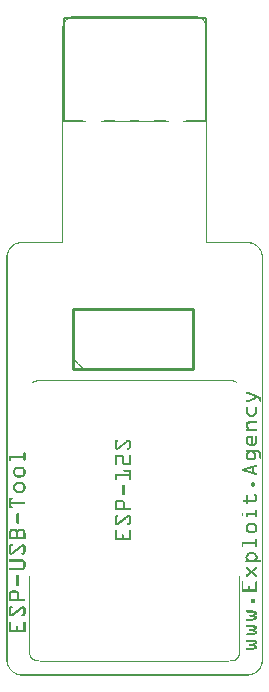
<source format=gto>
%ASAXBY*%
%FSLAX23Y23*%
%MOIN*%
%OFA0B0*%
%SFA1.0B1.0*%
%ADD10C,0.010000*%
%ADD11C,0.005000*%
%ADD12R,0.001000X0.001000*%
%LNSILK1*%
G90*
G70*
G54D10*
X221Y1021D02*
X621Y1021D01*
D02*
X621Y1021D02*
X621Y1221D01*
D02*
X621Y1221D02*
X221Y1221D01*
D02*
X221Y1221D02*
X221Y1021D01*
G54D11*
D02*
X664Y2191D02*
X664Y1849D01*
D02*
X191Y1849D02*
X191Y2191D01*
D02*
X191Y2191D02*
X664Y2191D01*
G54D12*
X220Y2198D02*
X634Y2198D01*
X215Y2197D02*
X639Y2197D01*
X212Y2196D02*
X642Y2196D01*
X210Y2195D02*
X644Y2195D01*
X208Y2194D02*
X219Y2194D01*
X635Y2194D02*
X646Y2194D01*
X206Y2193D02*
X214Y2193D01*
X640Y2193D02*
X648Y2193D01*
X204Y2192D02*
X211Y2192D01*
X643Y2192D02*
X650Y2192D01*
X203Y2191D02*
X209Y2191D01*
X645Y2191D02*
X651Y2191D01*
X201Y2190D02*
X207Y2190D01*
X647Y2190D02*
X653Y2190D01*
X200Y2189D02*
X205Y2189D01*
X649Y2189D02*
X654Y2189D01*
X199Y2188D02*
X204Y2188D01*
X650Y2188D02*
X655Y2188D01*
X198Y2187D02*
X203Y2187D01*
X651Y2187D02*
X656Y2187D01*
X197Y2186D02*
X201Y2186D01*
X653Y2186D02*
X657Y2186D01*
X196Y2185D02*
X200Y2185D01*
X654Y2185D02*
X658Y2185D01*
X195Y2184D02*
X199Y2184D01*
X655Y2184D02*
X659Y2184D01*
X194Y2183D02*
X198Y2183D01*
X656Y2183D02*
X660Y2183D01*
X194Y2182D02*
X197Y2182D01*
X657Y2182D02*
X660Y2182D01*
X193Y2181D02*
X196Y2181D01*
X658Y2181D02*
X661Y2181D01*
X192Y2180D02*
X196Y2180D01*
X658Y2180D02*
X662Y2180D01*
X192Y2179D02*
X195Y2179D01*
X659Y2179D02*
X663Y2179D01*
X191Y2178D02*
X194Y2178D01*
X660Y2178D02*
X663Y2178D01*
X190Y2177D02*
X194Y2177D01*
X660Y2177D02*
X664Y2177D01*
X190Y2176D02*
X193Y2176D01*
X661Y2176D02*
X664Y2176D01*
X189Y2175D02*
X192Y2175D01*
X662Y2175D02*
X665Y2175D01*
X189Y2174D02*
X192Y2174D01*
X662Y2174D02*
X665Y2174D01*
X188Y2173D02*
X192Y2173D01*
X662Y2173D02*
X666Y2173D01*
X188Y2172D02*
X191Y2172D01*
X663Y2172D02*
X666Y2172D01*
X188Y2171D02*
X191Y2171D01*
X663Y2171D02*
X666Y2171D01*
X187Y2170D02*
X190Y2170D01*
X664Y2170D02*
X667Y2170D01*
X187Y2169D02*
X190Y2169D01*
X664Y2169D02*
X667Y2169D01*
X187Y2168D02*
X190Y2168D01*
X664Y2168D02*
X667Y2168D01*
X187Y2167D02*
X190Y2167D01*
X665Y2167D02*
X668Y2167D01*
X186Y2166D02*
X189Y2166D01*
X665Y2166D02*
X668Y2166D01*
X186Y2165D02*
X189Y2165D01*
X665Y2165D02*
X668Y2165D01*
X186Y2164D02*
X189Y2164D01*
X665Y2164D02*
X668Y2164D01*
X186Y2163D02*
X189Y2163D01*
X665Y2163D02*
X668Y2163D01*
X186Y2162D02*
X189Y2162D01*
X665Y2162D02*
X668Y2162D01*
X186Y2161D02*
X189Y2161D01*
X666Y2161D02*
X668Y2161D01*
X186Y2160D02*
X188Y2160D01*
X666Y2160D02*
X669Y2160D01*
X185Y2159D02*
X188Y2159D01*
X666Y2159D02*
X669Y2159D01*
X185Y2158D02*
X188Y2158D01*
X666Y2158D02*
X669Y2158D01*
X185Y2157D02*
X188Y2157D01*
X666Y2157D02*
X669Y2157D01*
X185Y2156D02*
X188Y2156D01*
X666Y2156D02*
X669Y2156D01*
X185Y2155D02*
X188Y2155D01*
X666Y2155D02*
X669Y2155D01*
X185Y2154D02*
X188Y2154D01*
X666Y2154D02*
X669Y2154D01*
X185Y2153D02*
X188Y2153D01*
X666Y2153D02*
X669Y2153D01*
X185Y2152D02*
X188Y2152D01*
X666Y2152D02*
X669Y2152D01*
X185Y2151D02*
X188Y2151D01*
X666Y2151D02*
X669Y2151D01*
X185Y2150D02*
X188Y2150D01*
X666Y2150D02*
X669Y2150D01*
X185Y2149D02*
X188Y2149D01*
X666Y2149D02*
X669Y2149D01*
X185Y2148D02*
X188Y2148D01*
X666Y2148D02*
X669Y2148D01*
X185Y2147D02*
X188Y2147D01*
X666Y2147D02*
X669Y2147D01*
X185Y2146D02*
X188Y2146D01*
X666Y2146D02*
X669Y2146D01*
X185Y2145D02*
X188Y2145D01*
X666Y2145D02*
X669Y2145D01*
X185Y2144D02*
X188Y2144D01*
X666Y2144D02*
X669Y2144D01*
X185Y2143D02*
X188Y2143D01*
X666Y2143D02*
X669Y2143D01*
X185Y2142D02*
X188Y2142D01*
X666Y2142D02*
X669Y2142D01*
X185Y2141D02*
X188Y2141D01*
X666Y2141D02*
X669Y2141D01*
X185Y2140D02*
X188Y2140D01*
X666Y2140D02*
X669Y2140D01*
X185Y2139D02*
X188Y2139D01*
X666Y2139D02*
X669Y2139D01*
X185Y2138D02*
X188Y2138D01*
X666Y2138D02*
X669Y2138D01*
X185Y2137D02*
X188Y2137D01*
X666Y2137D02*
X669Y2137D01*
X185Y2136D02*
X188Y2136D01*
X666Y2136D02*
X669Y2136D01*
X185Y2135D02*
X188Y2135D01*
X666Y2135D02*
X669Y2135D01*
X185Y2134D02*
X188Y2134D01*
X666Y2134D02*
X669Y2134D01*
X185Y2133D02*
X188Y2133D01*
X666Y2133D02*
X669Y2133D01*
X185Y2132D02*
X188Y2132D01*
X666Y2132D02*
X669Y2132D01*
X185Y2131D02*
X188Y2131D01*
X666Y2131D02*
X669Y2131D01*
X185Y2130D02*
X188Y2130D01*
X666Y2130D02*
X669Y2130D01*
X185Y2129D02*
X188Y2129D01*
X666Y2129D02*
X669Y2129D01*
X185Y2128D02*
X188Y2128D01*
X666Y2128D02*
X669Y2128D01*
X185Y2127D02*
X188Y2127D01*
X666Y2127D02*
X669Y2127D01*
X185Y2126D02*
X188Y2126D01*
X666Y2126D02*
X669Y2126D01*
X185Y2125D02*
X188Y2125D01*
X666Y2125D02*
X669Y2125D01*
X185Y2124D02*
X188Y2124D01*
X666Y2124D02*
X669Y2124D01*
X185Y2123D02*
X188Y2123D01*
X666Y2123D02*
X669Y2123D01*
X185Y2122D02*
X188Y2122D01*
X666Y2122D02*
X669Y2122D01*
X185Y2121D02*
X188Y2121D01*
X666Y2121D02*
X669Y2121D01*
X185Y2120D02*
X188Y2120D01*
X666Y2120D02*
X669Y2120D01*
X185Y2119D02*
X188Y2119D01*
X666Y2119D02*
X669Y2119D01*
X185Y2118D02*
X188Y2118D01*
X666Y2118D02*
X669Y2118D01*
X185Y2117D02*
X188Y2117D01*
X666Y2117D02*
X669Y2117D01*
X185Y2116D02*
X188Y2116D01*
X666Y2116D02*
X669Y2116D01*
X185Y2115D02*
X188Y2115D01*
X666Y2115D02*
X669Y2115D01*
X185Y2114D02*
X188Y2114D01*
X666Y2114D02*
X669Y2114D01*
X185Y2113D02*
X188Y2113D01*
X666Y2113D02*
X669Y2113D01*
X185Y2112D02*
X188Y2112D01*
X666Y2112D02*
X669Y2112D01*
X185Y2111D02*
X188Y2111D01*
X666Y2111D02*
X669Y2111D01*
X185Y2110D02*
X188Y2110D01*
X666Y2110D02*
X669Y2110D01*
X185Y2109D02*
X188Y2109D01*
X666Y2109D02*
X669Y2109D01*
X185Y2108D02*
X188Y2108D01*
X666Y2108D02*
X669Y2108D01*
X185Y2107D02*
X188Y2107D01*
X666Y2107D02*
X669Y2107D01*
X185Y2106D02*
X188Y2106D01*
X666Y2106D02*
X669Y2106D01*
X185Y2105D02*
X188Y2105D01*
X666Y2105D02*
X669Y2105D01*
X185Y2104D02*
X188Y2104D01*
X666Y2104D02*
X669Y2104D01*
X185Y2103D02*
X188Y2103D01*
X666Y2103D02*
X669Y2103D01*
X185Y2102D02*
X188Y2102D01*
X666Y2102D02*
X669Y2102D01*
X185Y2101D02*
X188Y2101D01*
X666Y2101D02*
X669Y2101D01*
X185Y2100D02*
X188Y2100D01*
X666Y2100D02*
X669Y2100D01*
X185Y2099D02*
X188Y2099D01*
X666Y2099D02*
X669Y2099D01*
X185Y2098D02*
X188Y2098D01*
X666Y2098D02*
X669Y2098D01*
X185Y2097D02*
X188Y2097D01*
X666Y2097D02*
X669Y2097D01*
X185Y2096D02*
X188Y2096D01*
X666Y2096D02*
X669Y2096D01*
X185Y2095D02*
X188Y2095D01*
X666Y2095D02*
X669Y2095D01*
X185Y2094D02*
X188Y2094D01*
X666Y2094D02*
X669Y2094D01*
X185Y2093D02*
X188Y2093D01*
X666Y2093D02*
X669Y2093D01*
X185Y2092D02*
X188Y2092D01*
X666Y2092D02*
X669Y2092D01*
X185Y2091D02*
X188Y2091D01*
X666Y2091D02*
X669Y2091D01*
X185Y2090D02*
X188Y2090D01*
X666Y2090D02*
X669Y2090D01*
X185Y2089D02*
X188Y2089D01*
X666Y2089D02*
X669Y2089D01*
X185Y2088D02*
X188Y2088D01*
X666Y2088D02*
X669Y2088D01*
X185Y2087D02*
X188Y2087D01*
X666Y2087D02*
X669Y2087D01*
X185Y2086D02*
X188Y2086D01*
X666Y2086D02*
X669Y2086D01*
X185Y2085D02*
X188Y2085D01*
X666Y2085D02*
X669Y2085D01*
X185Y2084D02*
X188Y2084D01*
X666Y2084D02*
X669Y2084D01*
X185Y2083D02*
X188Y2083D01*
X666Y2083D02*
X669Y2083D01*
X185Y2082D02*
X188Y2082D01*
X666Y2082D02*
X669Y2082D01*
X185Y2081D02*
X188Y2081D01*
X666Y2081D02*
X669Y2081D01*
X185Y2080D02*
X188Y2080D01*
X666Y2080D02*
X669Y2080D01*
X185Y2079D02*
X188Y2079D01*
X666Y2079D02*
X669Y2079D01*
X185Y2078D02*
X188Y2078D01*
X666Y2078D02*
X669Y2078D01*
X185Y2077D02*
X188Y2077D01*
X666Y2077D02*
X669Y2077D01*
X185Y2076D02*
X188Y2076D01*
X666Y2076D02*
X669Y2076D01*
X185Y2075D02*
X188Y2075D01*
X666Y2075D02*
X669Y2075D01*
X185Y2074D02*
X188Y2074D01*
X666Y2074D02*
X669Y2074D01*
X185Y2073D02*
X188Y2073D01*
X666Y2073D02*
X669Y2073D01*
X185Y2072D02*
X188Y2072D01*
X666Y2072D02*
X669Y2072D01*
X185Y2071D02*
X188Y2071D01*
X666Y2071D02*
X669Y2071D01*
X185Y2070D02*
X188Y2070D01*
X666Y2070D02*
X669Y2070D01*
X185Y2069D02*
X188Y2069D01*
X666Y2069D02*
X669Y2069D01*
X185Y2068D02*
X188Y2068D01*
X666Y2068D02*
X669Y2068D01*
X185Y2067D02*
X188Y2067D01*
X666Y2067D02*
X669Y2067D01*
X185Y2066D02*
X188Y2066D01*
X666Y2066D02*
X669Y2066D01*
X185Y2065D02*
X188Y2065D01*
X666Y2065D02*
X669Y2065D01*
X185Y2064D02*
X188Y2064D01*
X666Y2064D02*
X669Y2064D01*
X185Y2063D02*
X188Y2063D01*
X666Y2063D02*
X669Y2063D01*
X185Y2062D02*
X188Y2062D01*
X666Y2062D02*
X669Y2062D01*
X185Y2061D02*
X188Y2061D01*
X666Y2061D02*
X669Y2061D01*
X185Y2060D02*
X188Y2060D01*
X666Y2060D02*
X669Y2060D01*
X185Y2059D02*
X188Y2059D01*
X666Y2059D02*
X669Y2059D01*
X185Y2058D02*
X188Y2058D01*
X666Y2058D02*
X669Y2058D01*
X185Y2057D02*
X188Y2057D01*
X666Y2057D02*
X669Y2057D01*
X185Y2056D02*
X188Y2056D01*
X666Y2056D02*
X669Y2056D01*
X185Y2055D02*
X188Y2055D01*
X666Y2055D02*
X669Y2055D01*
X185Y2054D02*
X188Y2054D01*
X666Y2054D02*
X669Y2054D01*
X185Y2053D02*
X188Y2053D01*
X666Y2053D02*
X669Y2053D01*
X185Y2052D02*
X188Y2052D01*
X666Y2052D02*
X669Y2052D01*
X185Y2051D02*
X188Y2051D01*
X666Y2051D02*
X669Y2051D01*
X185Y2050D02*
X188Y2050D01*
X666Y2050D02*
X669Y2050D01*
X185Y2049D02*
X188Y2049D01*
X666Y2049D02*
X669Y2049D01*
X185Y2048D02*
X188Y2048D01*
X666Y2048D02*
X669Y2048D01*
X185Y2047D02*
X188Y2047D01*
X666Y2047D02*
X669Y2047D01*
X185Y2046D02*
X188Y2046D01*
X666Y2046D02*
X669Y2046D01*
X185Y2045D02*
X188Y2045D01*
X666Y2045D02*
X669Y2045D01*
X185Y2044D02*
X188Y2044D01*
X666Y2044D02*
X669Y2044D01*
X185Y2043D02*
X188Y2043D01*
X666Y2043D02*
X669Y2043D01*
X185Y2042D02*
X188Y2042D01*
X666Y2042D02*
X669Y2042D01*
X185Y2041D02*
X188Y2041D01*
X666Y2041D02*
X669Y2041D01*
X185Y2040D02*
X188Y2040D01*
X666Y2040D02*
X669Y2040D01*
X185Y2039D02*
X188Y2039D01*
X666Y2039D02*
X669Y2039D01*
X185Y2038D02*
X188Y2038D01*
X666Y2038D02*
X669Y2038D01*
X185Y2037D02*
X188Y2037D01*
X666Y2037D02*
X669Y2037D01*
X185Y2036D02*
X188Y2036D01*
X666Y2036D02*
X669Y2036D01*
X185Y2035D02*
X188Y2035D01*
X666Y2035D02*
X669Y2035D01*
X185Y2034D02*
X188Y2034D01*
X666Y2034D02*
X669Y2034D01*
X185Y2033D02*
X188Y2033D01*
X666Y2033D02*
X669Y2033D01*
X185Y2032D02*
X188Y2032D01*
X666Y2032D02*
X669Y2032D01*
X185Y2031D02*
X188Y2031D01*
X666Y2031D02*
X669Y2031D01*
X185Y2030D02*
X188Y2030D01*
X666Y2030D02*
X669Y2030D01*
X185Y2029D02*
X188Y2029D01*
X666Y2029D02*
X669Y2029D01*
X185Y2028D02*
X188Y2028D01*
X666Y2028D02*
X669Y2028D01*
X185Y2027D02*
X188Y2027D01*
X666Y2027D02*
X669Y2027D01*
X185Y2026D02*
X188Y2026D01*
X666Y2026D02*
X669Y2026D01*
X185Y2025D02*
X188Y2025D01*
X666Y2025D02*
X669Y2025D01*
X185Y2024D02*
X188Y2024D01*
X666Y2024D02*
X669Y2024D01*
X185Y2023D02*
X188Y2023D01*
X666Y2023D02*
X669Y2023D01*
X185Y2022D02*
X188Y2022D01*
X666Y2022D02*
X669Y2022D01*
X185Y2021D02*
X188Y2021D01*
X666Y2021D02*
X669Y2021D01*
X185Y2020D02*
X188Y2020D01*
X666Y2020D02*
X669Y2020D01*
X185Y2019D02*
X188Y2019D01*
X666Y2019D02*
X669Y2019D01*
X185Y2018D02*
X188Y2018D01*
X666Y2018D02*
X669Y2018D01*
X185Y2017D02*
X188Y2017D01*
X666Y2017D02*
X669Y2017D01*
X185Y2016D02*
X188Y2016D01*
X666Y2016D02*
X669Y2016D01*
X185Y2015D02*
X188Y2015D01*
X666Y2015D02*
X669Y2015D01*
X185Y2014D02*
X188Y2014D01*
X666Y2014D02*
X669Y2014D01*
X185Y2013D02*
X188Y2013D01*
X666Y2013D02*
X669Y2013D01*
X185Y2012D02*
X188Y2012D01*
X666Y2012D02*
X669Y2012D01*
X185Y2011D02*
X188Y2011D01*
X666Y2011D02*
X669Y2011D01*
X185Y2010D02*
X188Y2010D01*
X666Y2010D02*
X669Y2010D01*
X185Y2009D02*
X188Y2009D01*
X666Y2009D02*
X669Y2009D01*
X185Y2008D02*
X188Y2008D01*
X666Y2008D02*
X669Y2008D01*
X185Y2007D02*
X188Y2007D01*
X666Y2007D02*
X669Y2007D01*
X185Y2006D02*
X188Y2006D01*
X666Y2006D02*
X669Y2006D01*
X185Y2005D02*
X188Y2005D01*
X666Y2005D02*
X669Y2005D01*
X185Y2004D02*
X188Y2004D01*
X666Y2004D02*
X669Y2004D01*
X185Y2003D02*
X188Y2003D01*
X666Y2003D02*
X669Y2003D01*
X185Y2002D02*
X188Y2002D01*
X666Y2002D02*
X669Y2002D01*
X185Y2001D02*
X188Y2001D01*
X666Y2001D02*
X669Y2001D01*
X185Y2000D02*
X188Y2000D01*
X666Y2000D02*
X669Y2000D01*
X185Y1999D02*
X188Y1999D01*
X666Y1999D02*
X669Y1999D01*
X185Y1998D02*
X188Y1998D01*
X666Y1998D02*
X669Y1998D01*
X185Y1997D02*
X188Y1997D01*
X666Y1997D02*
X669Y1997D01*
X185Y1996D02*
X188Y1996D01*
X666Y1996D02*
X669Y1996D01*
X185Y1995D02*
X188Y1995D01*
X666Y1995D02*
X669Y1995D01*
X185Y1994D02*
X188Y1994D01*
X666Y1994D02*
X669Y1994D01*
X185Y1993D02*
X188Y1993D01*
X666Y1993D02*
X669Y1993D01*
X185Y1992D02*
X188Y1992D01*
X666Y1992D02*
X669Y1992D01*
X185Y1991D02*
X188Y1991D01*
X666Y1991D02*
X669Y1991D01*
X185Y1990D02*
X188Y1990D01*
X666Y1990D02*
X669Y1990D01*
X185Y1989D02*
X188Y1989D01*
X666Y1989D02*
X669Y1989D01*
X185Y1988D02*
X188Y1988D01*
X666Y1988D02*
X669Y1988D01*
X185Y1987D02*
X188Y1987D01*
X666Y1987D02*
X669Y1987D01*
X185Y1986D02*
X188Y1986D01*
X666Y1986D02*
X669Y1986D01*
X185Y1985D02*
X188Y1985D01*
X666Y1985D02*
X669Y1985D01*
X185Y1984D02*
X188Y1984D01*
X666Y1984D02*
X669Y1984D01*
X185Y1983D02*
X188Y1983D01*
X666Y1983D02*
X669Y1983D01*
X185Y1982D02*
X188Y1982D01*
X666Y1982D02*
X669Y1982D01*
X185Y1981D02*
X188Y1981D01*
X666Y1981D02*
X669Y1981D01*
X185Y1980D02*
X188Y1980D01*
X666Y1980D02*
X669Y1980D01*
X185Y1979D02*
X188Y1979D01*
X666Y1979D02*
X669Y1979D01*
X185Y1978D02*
X188Y1978D01*
X666Y1978D02*
X669Y1978D01*
X185Y1977D02*
X188Y1977D01*
X666Y1977D02*
X669Y1977D01*
X185Y1976D02*
X188Y1976D01*
X666Y1976D02*
X669Y1976D01*
X185Y1975D02*
X188Y1975D01*
X666Y1975D02*
X669Y1975D01*
X185Y1974D02*
X188Y1974D01*
X666Y1974D02*
X669Y1974D01*
X185Y1973D02*
X188Y1973D01*
X666Y1973D02*
X669Y1973D01*
X185Y1972D02*
X188Y1972D01*
X666Y1972D02*
X669Y1972D01*
X185Y1971D02*
X188Y1971D01*
X666Y1971D02*
X669Y1971D01*
X185Y1970D02*
X188Y1970D01*
X666Y1970D02*
X669Y1970D01*
X185Y1969D02*
X188Y1969D01*
X666Y1969D02*
X669Y1969D01*
X185Y1968D02*
X188Y1968D01*
X666Y1968D02*
X669Y1968D01*
X185Y1967D02*
X188Y1967D01*
X666Y1967D02*
X669Y1967D01*
X185Y1966D02*
X188Y1966D01*
X666Y1966D02*
X669Y1966D01*
X185Y1965D02*
X188Y1965D01*
X666Y1965D02*
X669Y1965D01*
X185Y1964D02*
X188Y1964D01*
X666Y1964D02*
X669Y1964D01*
X185Y1963D02*
X188Y1963D01*
X666Y1963D02*
X669Y1963D01*
X185Y1962D02*
X188Y1962D01*
X666Y1962D02*
X669Y1962D01*
X185Y1961D02*
X188Y1961D01*
X666Y1961D02*
X669Y1961D01*
X185Y1960D02*
X188Y1960D01*
X666Y1960D02*
X669Y1960D01*
X185Y1959D02*
X188Y1959D01*
X666Y1959D02*
X669Y1959D01*
X185Y1958D02*
X188Y1958D01*
X666Y1958D02*
X669Y1958D01*
X185Y1957D02*
X188Y1957D01*
X666Y1957D02*
X669Y1957D01*
X185Y1956D02*
X188Y1956D01*
X666Y1956D02*
X669Y1956D01*
X185Y1955D02*
X188Y1955D01*
X666Y1955D02*
X669Y1955D01*
X185Y1954D02*
X188Y1954D01*
X666Y1954D02*
X669Y1954D01*
X185Y1953D02*
X188Y1953D01*
X666Y1953D02*
X669Y1953D01*
X185Y1952D02*
X188Y1952D01*
X666Y1952D02*
X669Y1952D01*
X185Y1951D02*
X188Y1951D01*
X666Y1951D02*
X669Y1951D01*
X185Y1950D02*
X188Y1950D01*
X666Y1950D02*
X669Y1950D01*
X185Y1949D02*
X188Y1949D01*
X666Y1949D02*
X669Y1949D01*
X185Y1948D02*
X188Y1948D01*
X666Y1948D02*
X669Y1948D01*
X185Y1947D02*
X188Y1947D01*
X666Y1947D02*
X669Y1947D01*
X185Y1946D02*
X188Y1946D01*
X666Y1946D02*
X669Y1946D01*
X185Y1945D02*
X188Y1945D01*
X666Y1945D02*
X669Y1945D01*
X185Y1944D02*
X188Y1944D01*
X666Y1944D02*
X669Y1944D01*
X185Y1943D02*
X188Y1943D01*
X666Y1943D02*
X669Y1943D01*
X185Y1942D02*
X188Y1942D01*
X666Y1942D02*
X669Y1942D01*
X185Y1941D02*
X188Y1941D01*
X666Y1941D02*
X669Y1941D01*
X185Y1940D02*
X188Y1940D01*
X666Y1940D02*
X669Y1940D01*
X185Y1939D02*
X188Y1939D01*
X666Y1939D02*
X669Y1939D01*
X185Y1938D02*
X188Y1938D01*
X666Y1938D02*
X669Y1938D01*
X185Y1937D02*
X188Y1937D01*
X666Y1937D02*
X669Y1937D01*
X185Y1936D02*
X188Y1936D01*
X666Y1936D02*
X669Y1936D01*
X185Y1935D02*
X188Y1935D01*
X666Y1935D02*
X669Y1935D01*
X185Y1934D02*
X188Y1934D01*
X666Y1934D02*
X669Y1934D01*
X185Y1933D02*
X188Y1933D01*
X666Y1933D02*
X669Y1933D01*
X185Y1932D02*
X188Y1932D01*
X666Y1932D02*
X669Y1932D01*
X185Y1931D02*
X188Y1931D01*
X666Y1931D02*
X669Y1931D01*
X185Y1930D02*
X188Y1930D01*
X666Y1930D02*
X669Y1930D01*
X185Y1929D02*
X188Y1929D01*
X666Y1929D02*
X669Y1929D01*
X185Y1928D02*
X188Y1928D01*
X666Y1928D02*
X669Y1928D01*
X185Y1927D02*
X188Y1927D01*
X666Y1927D02*
X669Y1927D01*
X185Y1926D02*
X188Y1926D01*
X666Y1926D02*
X669Y1926D01*
X185Y1925D02*
X188Y1925D01*
X666Y1925D02*
X669Y1925D01*
X185Y1924D02*
X188Y1924D01*
X666Y1924D02*
X669Y1924D01*
X185Y1923D02*
X188Y1923D01*
X666Y1923D02*
X669Y1923D01*
X185Y1922D02*
X188Y1922D01*
X666Y1922D02*
X669Y1922D01*
X185Y1921D02*
X188Y1921D01*
X666Y1921D02*
X669Y1921D01*
X185Y1920D02*
X188Y1920D01*
X666Y1920D02*
X669Y1920D01*
X185Y1919D02*
X188Y1919D01*
X666Y1919D02*
X669Y1919D01*
X185Y1918D02*
X188Y1918D01*
X666Y1918D02*
X669Y1918D01*
X185Y1917D02*
X188Y1917D01*
X666Y1917D02*
X669Y1917D01*
X185Y1916D02*
X188Y1916D01*
X666Y1916D02*
X669Y1916D01*
X185Y1915D02*
X188Y1915D01*
X666Y1915D02*
X669Y1915D01*
X185Y1914D02*
X188Y1914D01*
X666Y1914D02*
X669Y1914D01*
X185Y1913D02*
X188Y1913D01*
X666Y1913D02*
X669Y1913D01*
X185Y1912D02*
X188Y1912D01*
X666Y1912D02*
X669Y1912D01*
X185Y1911D02*
X188Y1911D01*
X666Y1911D02*
X669Y1911D01*
X185Y1910D02*
X188Y1910D01*
X666Y1910D02*
X669Y1910D01*
X185Y1909D02*
X188Y1909D01*
X666Y1909D02*
X669Y1909D01*
X185Y1908D02*
X188Y1908D01*
X666Y1908D02*
X669Y1908D01*
X185Y1907D02*
X188Y1907D01*
X666Y1907D02*
X669Y1907D01*
X185Y1906D02*
X188Y1906D01*
X666Y1906D02*
X669Y1906D01*
X185Y1905D02*
X188Y1905D01*
X666Y1905D02*
X669Y1905D01*
X185Y1904D02*
X188Y1904D01*
X666Y1904D02*
X669Y1904D01*
X185Y1903D02*
X188Y1903D01*
X666Y1903D02*
X669Y1903D01*
X185Y1902D02*
X188Y1902D01*
X666Y1902D02*
X669Y1902D01*
X185Y1901D02*
X188Y1901D01*
X666Y1901D02*
X669Y1901D01*
X185Y1900D02*
X188Y1900D01*
X666Y1900D02*
X669Y1900D01*
X185Y1899D02*
X188Y1899D01*
X666Y1899D02*
X669Y1899D01*
X185Y1898D02*
X188Y1898D01*
X666Y1898D02*
X669Y1898D01*
X185Y1897D02*
X188Y1897D01*
X666Y1897D02*
X669Y1897D01*
X185Y1896D02*
X188Y1896D01*
X666Y1896D02*
X669Y1896D01*
X185Y1895D02*
X188Y1895D01*
X666Y1895D02*
X669Y1895D01*
X185Y1894D02*
X188Y1894D01*
X666Y1894D02*
X669Y1894D01*
X185Y1893D02*
X188Y1893D01*
X666Y1893D02*
X669Y1893D01*
X185Y1892D02*
X188Y1892D01*
X666Y1892D02*
X669Y1892D01*
X185Y1891D02*
X188Y1891D01*
X666Y1891D02*
X669Y1891D01*
X185Y1890D02*
X188Y1890D01*
X666Y1890D02*
X669Y1890D01*
X185Y1889D02*
X188Y1889D01*
X666Y1889D02*
X669Y1889D01*
X185Y1888D02*
X188Y1888D01*
X666Y1888D02*
X669Y1888D01*
X185Y1887D02*
X188Y1887D01*
X666Y1887D02*
X669Y1887D01*
X185Y1886D02*
X188Y1886D01*
X666Y1886D02*
X669Y1886D01*
X185Y1885D02*
X188Y1885D01*
X666Y1885D02*
X669Y1885D01*
X185Y1884D02*
X188Y1884D01*
X666Y1884D02*
X669Y1884D01*
X185Y1883D02*
X188Y1883D01*
X666Y1883D02*
X669Y1883D01*
X185Y1882D02*
X188Y1882D01*
X666Y1882D02*
X669Y1882D01*
X185Y1881D02*
X188Y1881D01*
X666Y1881D02*
X669Y1881D01*
X185Y1880D02*
X188Y1880D01*
X666Y1880D02*
X669Y1880D01*
X185Y1879D02*
X188Y1879D01*
X666Y1879D02*
X669Y1879D01*
X185Y1878D02*
X188Y1878D01*
X666Y1878D02*
X669Y1878D01*
X185Y1877D02*
X188Y1877D01*
X666Y1877D02*
X669Y1877D01*
X185Y1876D02*
X188Y1876D01*
X666Y1876D02*
X669Y1876D01*
X185Y1875D02*
X188Y1875D01*
X666Y1875D02*
X669Y1875D01*
X185Y1874D02*
X188Y1874D01*
X666Y1874D02*
X669Y1874D01*
X185Y1873D02*
X188Y1873D01*
X666Y1873D02*
X669Y1873D01*
X185Y1872D02*
X188Y1872D01*
X666Y1872D02*
X669Y1872D01*
X185Y1871D02*
X188Y1871D01*
X666Y1871D02*
X669Y1871D01*
X185Y1870D02*
X188Y1870D01*
X666Y1870D02*
X669Y1870D01*
X185Y1869D02*
X188Y1869D01*
X666Y1869D02*
X669Y1869D01*
X185Y1868D02*
X188Y1868D01*
X666Y1868D02*
X669Y1868D01*
X185Y1867D02*
X188Y1867D01*
X666Y1867D02*
X669Y1867D01*
X185Y1866D02*
X188Y1866D01*
X666Y1866D02*
X669Y1866D01*
X185Y1865D02*
X188Y1865D01*
X666Y1865D02*
X669Y1865D01*
X185Y1864D02*
X188Y1864D01*
X666Y1864D02*
X669Y1864D01*
X185Y1863D02*
X188Y1863D01*
X666Y1863D02*
X669Y1863D01*
X185Y1862D02*
X188Y1862D01*
X666Y1862D02*
X669Y1862D01*
X185Y1861D02*
X188Y1861D01*
X666Y1861D02*
X669Y1861D01*
X185Y1860D02*
X188Y1860D01*
X666Y1860D02*
X669Y1860D01*
X185Y1859D02*
X188Y1859D01*
X666Y1859D02*
X669Y1859D01*
X185Y1858D02*
X188Y1858D01*
X666Y1858D02*
X669Y1858D01*
X185Y1857D02*
X188Y1857D01*
X666Y1857D02*
X669Y1857D01*
X185Y1856D02*
X188Y1856D01*
X666Y1856D02*
X669Y1856D01*
X185Y1855D02*
X188Y1855D01*
X666Y1855D02*
X669Y1855D01*
X185Y1854D02*
X188Y1854D01*
X666Y1854D02*
X669Y1854D01*
X185Y1853D02*
X188Y1853D01*
X666Y1853D02*
X669Y1853D01*
X185Y1852D02*
X188Y1852D01*
X666Y1852D02*
X669Y1852D01*
X185Y1851D02*
X188Y1851D01*
X190Y1851D02*
X254Y1851D01*
X324Y1851D02*
X362Y1851D01*
X413Y1851D02*
X441Y1851D01*
X491Y1851D02*
X530Y1851D01*
X600Y1851D02*
X664Y1851D01*
X666Y1851D02*
X669Y1851D01*
X185Y1850D02*
X254Y1850D01*
X324Y1850D02*
X362Y1850D01*
X413Y1850D02*
X441Y1850D01*
X491Y1850D02*
X530Y1850D01*
X600Y1850D02*
X669Y1850D01*
X185Y1849D02*
X265Y1849D01*
X315Y1849D02*
X540Y1849D01*
X591Y1849D02*
X669Y1849D01*
X185Y1848D02*
X265Y1848D01*
X315Y1848D02*
X540Y1848D01*
X590Y1848D02*
X669Y1848D01*
X185Y1847D02*
X265Y1847D01*
X315Y1847D02*
X540Y1847D01*
X590Y1847D02*
X664Y1847D01*
X666Y1847D02*
X669Y1847D01*
X185Y1846D02*
X188Y1846D01*
X666Y1846D02*
X669Y1846D01*
X185Y1845D02*
X188Y1845D01*
X666Y1845D02*
X669Y1845D01*
X185Y1844D02*
X188Y1844D01*
X666Y1844D02*
X669Y1844D01*
X185Y1843D02*
X188Y1843D01*
X666Y1843D02*
X669Y1843D01*
X185Y1842D02*
X188Y1842D01*
X666Y1842D02*
X669Y1842D01*
X185Y1841D02*
X188Y1841D01*
X666Y1841D02*
X669Y1841D01*
X185Y1840D02*
X188Y1840D01*
X666Y1840D02*
X669Y1840D01*
X185Y1839D02*
X188Y1839D01*
X666Y1839D02*
X669Y1839D01*
X185Y1838D02*
X188Y1838D01*
X666Y1838D02*
X669Y1838D01*
X185Y1837D02*
X188Y1837D01*
X666Y1837D02*
X669Y1837D01*
X185Y1836D02*
X188Y1836D01*
X666Y1836D02*
X669Y1836D01*
X185Y1835D02*
X188Y1835D01*
X666Y1835D02*
X669Y1835D01*
X185Y1834D02*
X188Y1834D01*
X666Y1834D02*
X669Y1834D01*
X185Y1833D02*
X188Y1833D01*
X666Y1833D02*
X669Y1833D01*
X185Y1832D02*
X188Y1832D01*
X666Y1832D02*
X669Y1832D01*
X185Y1831D02*
X188Y1831D01*
X666Y1831D02*
X669Y1831D01*
X185Y1830D02*
X188Y1830D01*
X666Y1830D02*
X669Y1830D01*
X185Y1829D02*
X188Y1829D01*
X666Y1829D02*
X669Y1829D01*
X185Y1828D02*
X188Y1828D01*
X666Y1828D02*
X669Y1828D01*
X185Y1827D02*
X188Y1827D01*
X666Y1827D02*
X669Y1827D01*
X185Y1826D02*
X188Y1826D01*
X666Y1826D02*
X669Y1826D01*
X185Y1825D02*
X188Y1825D01*
X666Y1825D02*
X669Y1825D01*
X185Y1824D02*
X188Y1824D01*
X666Y1824D02*
X669Y1824D01*
X185Y1823D02*
X188Y1823D01*
X666Y1823D02*
X669Y1823D01*
X185Y1822D02*
X188Y1822D01*
X666Y1822D02*
X669Y1822D01*
X185Y1821D02*
X188Y1821D01*
X666Y1821D02*
X669Y1821D01*
X185Y1820D02*
X188Y1820D01*
X666Y1820D02*
X669Y1820D01*
X185Y1819D02*
X188Y1819D01*
X666Y1819D02*
X669Y1819D01*
X185Y1818D02*
X188Y1818D01*
X666Y1818D02*
X669Y1818D01*
X185Y1817D02*
X188Y1817D01*
X666Y1817D02*
X669Y1817D01*
X185Y1816D02*
X188Y1816D01*
X666Y1816D02*
X669Y1816D01*
X185Y1815D02*
X188Y1815D01*
X666Y1815D02*
X669Y1815D01*
X185Y1814D02*
X188Y1814D01*
X666Y1814D02*
X669Y1814D01*
X185Y1813D02*
X188Y1813D01*
X666Y1813D02*
X669Y1813D01*
X185Y1812D02*
X188Y1812D01*
X666Y1812D02*
X669Y1812D01*
X185Y1811D02*
X188Y1811D01*
X666Y1811D02*
X669Y1811D01*
X185Y1810D02*
X188Y1810D01*
X666Y1810D02*
X669Y1810D01*
X185Y1809D02*
X188Y1809D01*
X666Y1809D02*
X669Y1809D01*
X185Y1808D02*
X188Y1808D01*
X666Y1808D02*
X669Y1808D01*
X185Y1807D02*
X188Y1807D01*
X666Y1807D02*
X669Y1807D01*
X185Y1806D02*
X188Y1806D01*
X666Y1806D02*
X669Y1806D01*
X185Y1805D02*
X188Y1805D01*
X666Y1805D02*
X669Y1805D01*
X185Y1804D02*
X188Y1804D01*
X666Y1804D02*
X669Y1804D01*
X185Y1803D02*
X188Y1803D01*
X666Y1803D02*
X669Y1803D01*
X185Y1802D02*
X188Y1802D01*
X666Y1802D02*
X669Y1802D01*
X185Y1801D02*
X188Y1801D01*
X666Y1801D02*
X669Y1801D01*
X185Y1800D02*
X188Y1800D01*
X666Y1800D02*
X669Y1800D01*
X185Y1799D02*
X188Y1799D01*
X666Y1799D02*
X669Y1799D01*
X185Y1798D02*
X188Y1798D01*
X666Y1798D02*
X669Y1798D01*
X185Y1797D02*
X188Y1797D01*
X666Y1797D02*
X669Y1797D01*
X185Y1796D02*
X188Y1796D01*
X666Y1796D02*
X669Y1796D01*
X185Y1795D02*
X188Y1795D01*
X666Y1795D02*
X669Y1795D01*
X185Y1794D02*
X188Y1794D01*
X666Y1794D02*
X669Y1794D01*
X185Y1793D02*
X188Y1793D01*
X666Y1793D02*
X669Y1793D01*
X185Y1792D02*
X188Y1792D01*
X666Y1792D02*
X669Y1792D01*
X185Y1791D02*
X188Y1791D01*
X666Y1791D02*
X669Y1791D01*
X185Y1790D02*
X188Y1790D01*
X666Y1790D02*
X669Y1790D01*
X185Y1789D02*
X188Y1789D01*
X666Y1789D02*
X669Y1789D01*
X185Y1788D02*
X188Y1788D01*
X666Y1788D02*
X669Y1788D01*
X185Y1787D02*
X188Y1787D01*
X666Y1787D02*
X669Y1787D01*
X185Y1786D02*
X188Y1786D01*
X666Y1786D02*
X669Y1786D01*
X185Y1785D02*
X188Y1785D01*
X666Y1785D02*
X669Y1785D01*
X185Y1784D02*
X188Y1784D01*
X666Y1784D02*
X669Y1784D01*
X185Y1783D02*
X188Y1783D01*
X666Y1783D02*
X669Y1783D01*
X185Y1782D02*
X188Y1782D01*
X666Y1782D02*
X669Y1782D01*
X185Y1781D02*
X188Y1781D01*
X666Y1781D02*
X669Y1781D01*
X185Y1780D02*
X188Y1780D01*
X666Y1780D02*
X669Y1780D01*
X185Y1779D02*
X188Y1779D01*
X666Y1779D02*
X669Y1779D01*
X185Y1778D02*
X188Y1778D01*
X666Y1778D02*
X669Y1778D01*
X185Y1777D02*
X188Y1777D01*
X666Y1777D02*
X669Y1777D01*
X185Y1776D02*
X188Y1776D01*
X666Y1776D02*
X669Y1776D01*
X185Y1775D02*
X188Y1775D01*
X666Y1775D02*
X669Y1775D01*
X185Y1774D02*
X188Y1774D01*
X666Y1774D02*
X669Y1774D01*
X185Y1773D02*
X188Y1773D01*
X666Y1773D02*
X669Y1773D01*
X185Y1772D02*
X188Y1772D01*
X666Y1772D02*
X669Y1772D01*
X185Y1771D02*
X188Y1771D01*
X666Y1771D02*
X669Y1771D01*
X185Y1770D02*
X188Y1770D01*
X666Y1770D02*
X669Y1770D01*
X185Y1769D02*
X188Y1769D01*
X666Y1769D02*
X669Y1769D01*
X185Y1768D02*
X188Y1768D01*
X666Y1768D02*
X669Y1768D01*
X185Y1767D02*
X188Y1767D01*
X666Y1767D02*
X669Y1767D01*
X185Y1766D02*
X188Y1766D01*
X666Y1766D02*
X669Y1766D01*
X185Y1765D02*
X188Y1765D01*
X666Y1765D02*
X669Y1765D01*
X185Y1764D02*
X188Y1764D01*
X666Y1764D02*
X669Y1764D01*
X185Y1763D02*
X188Y1763D01*
X666Y1763D02*
X669Y1763D01*
X185Y1762D02*
X188Y1762D01*
X666Y1762D02*
X669Y1762D01*
X185Y1761D02*
X188Y1761D01*
X666Y1761D02*
X669Y1761D01*
X185Y1760D02*
X188Y1760D01*
X666Y1760D02*
X669Y1760D01*
X185Y1759D02*
X188Y1759D01*
X666Y1759D02*
X669Y1759D01*
X185Y1758D02*
X188Y1758D01*
X666Y1758D02*
X669Y1758D01*
X185Y1757D02*
X188Y1757D01*
X666Y1757D02*
X669Y1757D01*
X185Y1756D02*
X188Y1756D01*
X666Y1756D02*
X669Y1756D01*
X185Y1755D02*
X188Y1755D01*
X666Y1755D02*
X669Y1755D01*
X185Y1754D02*
X188Y1754D01*
X666Y1754D02*
X669Y1754D01*
X185Y1753D02*
X188Y1753D01*
X666Y1753D02*
X669Y1753D01*
X185Y1752D02*
X188Y1752D01*
X666Y1752D02*
X669Y1752D01*
X185Y1751D02*
X188Y1751D01*
X666Y1751D02*
X669Y1751D01*
X185Y1750D02*
X188Y1750D01*
X666Y1750D02*
X669Y1750D01*
X185Y1749D02*
X188Y1749D01*
X666Y1749D02*
X669Y1749D01*
X185Y1748D02*
X188Y1748D01*
X666Y1748D02*
X669Y1748D01*
X185Y1747D02*
X188Y1747D01*
X666Y1747D02*
X669Y1747D01*
X185Y1746D02*
X188Y1746D01*
X666Y1746D02*
X669Y1746D01*
X185Y1745D02*
X188Y1745D01*
X666Y1745D02*
X669Y1745D01*
X185Y1744D02*
X188Y1744D01*
X666Y1744D02*
X669Y1744D01*
X185Y1743D02*
X188Y1743D01*
X666Y1743D02*
X669Y1743D01*
X185Y1742D02*
X188Y1742D01*
X666Y1742D02*
X669Y1742D01*
X185Y1741D02*
X188Y1741D01*
X666Y1741D02*
X669Y1741D01*
X185Y1740D02*
X188Y1740D01*
X666Y1740D02*
X669Y1740D01*
X185Y1739D02*
X188Y1739D01*
X666Y1739D02*
X669Y1739D01*
X185Y1738D02*
X188Y1738D01*
X666Y1738D02*
X669Y1738D01*
X185Y1737D02*
X188Y1737D01*
X666Y1737D02*
X669Y1737D01*
X185Y1736D02*
X188Y1736D01*
X666Y1736D02*
X669Y1736D01*
X185Y1735D02*
X188Y1735D01*
X666Y1735D02*
X669Y1735D01*
X185Y1734D02*
X188Y1734D01*
X666Y1734D02*
X669Y1734D01*
X185Y1733D02*
X188Y1733D01*
X666Y1733D02*
X669Y1733D01*
X185Y1732D02*
X188Y1732D01*
X666Y1732D02*
X669Y1732D01*
X185Y1731D02*
X188Y1731D01*
X666Y1731D02*
X669Y1731D01*
X185Y1730D02*
X188Y1730D01*
X666Y1730D02*
X669Y1730D01*
X185Y1729D02*
X188Y1729D01*
X666Y1729D02*
X669Y1729D01*
X185Y1728D02*
X188Y1728D01*
X666Y1728D02*
X669Y1728D01*
X185Y1727D02*
X188Y1727D01*
X666Y1727D02*
X669Y1727D01*
X185Y1726D02*
X188Y1726D01*
X666Y1726D02*
X669Y1726D01*
X185Y1725D02*
X188Y1725D01*
X666Y1725D02*
X669Y1725D01*
X185Y1724D02*
X188Y1724D01*
X666Y1724D02*
X669Y1724D01*
X185Y1723D02*
X188Y1723D01*
X666Y1723D02*
X669Y1723D01*
X185Y1722D02*
X188Y1722D01*
X666Y1722D02*
X669Y1722D01*
X185Y1721D02*
X188Y1721D01*
X666Y1721D02*
X669Y1721D01*
X185Y1720D02*
X188Y1720D01*
X666Y1720D02*
X669Y1720D01*
X185Y1719D02*
X188Y1719D01*
X666Y1719D02*
X669Y1719D01*
X185Y1718D02*
X188Y1718D01*
X666Y1718D02*
X669Y1718D01*
X185Y1717D02*
X188Y1717D01*
X666Y1717D02*
X669Y1717D01*
X185Y1716D02*
X188Y1716D01*
X666Y1716D02*
X669Y1716D01*
X185Y1715D02*
X188Y1715D01*
X666Y1715D02*
X669Y1715D01*
X185Y1714D02*
X188Y1714D01*
X666Y1714D02*
X669Y1714D01*
X185Y1713D02*
X188Y1713D01*
X666Y1713D02*
X669Y1713D01*
X185Y1712D02*
X188Y1712D01*
X666Y1712D02*
X669Y1712D01*
X185Y1711D02*
X188Y1711D01*
X666Y1711D02*
X669Y1711D01*
X185Y1710D02*
X188Y1710D01*
X666Y1710D02*
X669Y1710D01*
X185Y1709D02*
X188Y1709D01*
X666Y1709D02*
X669Y1709D01*
X185Y1708D02*
X188Y1708D01*
X666Y1708D02*
X669Y1708D01*
X185Y1707D02*
X188Y1707D01*
X666Y1707D02*
X669Y1707D01*
X185Y1706D02*
X188Y1706D01*
X666Y1706D02*
X669Y1706D01*
X185Y1705D02*
X188Y1705D01*
X666Y1705D02*
X669Y1705D01*
X185Y1704D02*
X188Y1704D01*
X666Y1704D02*
X669Y1704D01*
X185Y1703D02*
X188Y1703D01*
X666Y1703D02*
X669Y1703D01*
X185Y1702D02*
X188Y1702D01*
X666Y1702D02*
X669Y1702D01*
X185Y1701D02*
X188Y1701D01*
X666Y1701D02*
X669Y1701D01*
X185Y1700D02*
X188Y1700D01*
X666Y1700D02*
X669Y1700D01*
X185Y1699D02*
X188Y1699D01*
X666Y1699D02*
X669Y1699D01*
X185Y1698D02*
X188Y1698D01*
X666Y1698D02*
X669Y1698D01*
X185Y1697D02*
X188Y1697D01*
X666Y1697D02*
X669Y1697D01*
X185Y1696D02*
X188Y1696D01*
X666Y1696D02*
X669Y1696D01*
X185Y1695D02*
X188Y1695D01*
X666Y1695D02*
X669Y1695D01*
X185Y1694D02*
X188Y1694D01*
X666Y1694D02*
X669Y1694D01*
X185Y1693D02*
X188Y1693D01*
X666Y1693D02*
X669Y1693D01*
X185Y1692D02*
X188Y1692D01*
X666Y1692D02*
X669Y1692D01*
X185Y1691D02*
X188Y1691D01*
X666Y1691D02*
X669Y1691D01*
X185Y1690D02*
X188Y1690D01*
X666Y1690D02*
X669Y1690D01*
X185Y1689D02*
X188Y1689D01*
X666Y1689D02*
X669Y1689D01*
X185Y1688D02*
X188Y1688D01*
X666Y1688D02*
X669Y1688D01*
X185Y1687D02*
X188Y1687D01*
X666Y1687D02*
X669Y1687D01*
X185Y1686D02*
X188Y1686D01*
X666Y1686D02*
X669Y1686D01*
X185Y1685D02*
X188Y1685D01*
X666Y1685D02*
X669Y1685D01*
X185Y1684D02*
X188Y1684D01*
X666Y1684D02*
X669Y1684D01*
X185Y1683D02*
X188Y1683D01*
X666Y1683D02*
X669Y1683D01*
X185Y1682D02*
X188Y1682D01*
X666Y1682D02*
X669Y1682D01*
X185Y1681D02*
X188Y1681D01*
X666Y1681D02*
X669Y1681D01*
X185Y1680D02*
X188Y1680D01*
X666Y1680D02*
X669Y1680D01*
X185Y1679D02*
X188Y1679D01*
X666Y1679D02*
X669Y1679D01*
X185Y1678D02*
X188Y1678D01*
X666Y1678D02*
X669Y1678D01*
X185Y1677D02*
X188Y1677D01*
X666Y1677D02*
X669Y1677D01*
X185Y1676D02*
X188Y1676D01*
X666Y1676D02*
X669Y1676D01*
X185Y1675D02*
X188Y1675D01*
X666Y1675D02*
X669Y1675D01*
X185Y1674D02*
X188Y1674D01*
X666Y1674D02*
X669Y1674D01*
X185Y1673D02*
X188Y1673D01*
X666Y1673D02*
X669Y1673D01*
X185Y1672D02*
X188Y1672D01*
X666Y1672D02*
X669Y1672D01*
X185Y1671D02*
X188Y1671D01*
X666Y1671D02*
X669Y1671D01*
X185Y1670D02*
X188Y1670D01*
X666Y1670D02*
X669Y1670D01*
X185Y1669D02*
X188Y1669D01*
X666Y1669D02*
X669Y1669D01*
X185Y1668D02*
X188Y1668D01*
X666Y1668D02*
X669Y1668D01*
X185Y1667D02*
X188Y1667D01*
X666Y1667D02*
X669Y1667D01*
X185Y1666D02*
X188Y1666D01*
X666Y1666D02*
X669Y1666D01*
X185Y1665D02*
X188Y1665D01*
X666Y1665D02*
X669Y1665D01*
X185Y1664D02*
X188Y1664D01*
X666Y1664D02*
X669Y1664D01*
X185Y1663D02*
X188Y1663D01*
X666Y1663D02*
X669Y1663D01*
X185Y1662D02*
X188Y1662D01*
X666Y1662D02*
X669Y1662D01*
X185Y1661D02*
X188Y1661D01*
X666Y1661D02*
X669Y1661D01*
X185Y1660D02*
X188Y1660D01*
X666Y1660D02*
X669Y1660D01*
X185Y1659D02*
X188Y1659D01*
X666Y1659D02*
X669Y1659D01*
X185Y1658D02*
X188Y1658D01*
X666Y1658D02*
X669Y1658D01*
X185Y1657D02*
X188Y1657D01*
X666Y1657D02*
X669Y1657D01*
X185Y1656D02*
X188Y1656D01*
X666Y1656D02*
X669Y1656D01*
X185Y1655D02*
X188Y1655D01*
X666Y1655D02*
X669Y1655D01*
X185Y1654D02*
X188Y1654D01*
X666Y1654D02*
X669Y1654D01*
X185Y1653D02*
X188Y1653D01*
X666Y1653D02*
X669Y1653D01*
X185Y1652D02*
X188Y1652D01*
X666Y1652D02*
X669Y1652D01*
X185Y1651D02*
X188Y1651D01*
X666Y1651D02*
X669Y1651D01*
X185Y1650D02*
X188Y1650D01*
X666Y1650D02*
X669Y1650D01*
X185Y1649D02*
X188Y1649D01*
X666Y1649D02*
X669Y1649D01*
X185Y1648D02*
X188Y1648D01*
X666Y1648D02*
X669Y1648D01*
X185Y1647D02*
X188Y1647D01*
X666Y1647D02*
X669Y1647D01*
X185Y1646D02*
X188Y1646D01*
X666Y1646D02*
X669Y1646D01*
X185Y1645D02*
X188Y1645D01*
X666Y1645D02*
X669Y1645D01*
X185Y1644D02*
X188Y1644D01*
X666Y1644D02*
X669Y1644D01*
X185Y1643D02*
X188Y1643D01*
X666Y1643D02*
X669Y1643D01*
X185Y1642D02*
X188Y1642D01*
X666Y1642D02*
X669Y1642D01*
X185Y1641D02*
X188Y1641D01*
X666Y1641D02*
X669Y1641D01*
X185Y1640D02*
X188Y1640D01*
X666Y1640D02*
X669Y1640D01*
X185Y1639D02*
X188Y1639D01*
X666Y1639D02*
X669Y1639D01*
X185Y1638D02*
X188Y1638D01*
X666Y1638D02*
X669Y1638D01*
X185Y1637D02*
X188Y1637D01*
X666Y1637D02*
X669Y1637D01*
X185Y1636D02*
X188Y1636D01*
X666Y1636D02*
X669Y1636D01*
X185Y1635D02*
X188Y1635D01*
X666Y1635D02*
X669Y1635D01*
X185Y1634D02*
X188Y1634D01*
X666Y1634D02*
X669Y1634D01*
X185Y1633D02*
X188Y1633D01*
X666Y1633D02*
X669Y1633D01*
X185Y1632D02*
X188Y1632D01*
X666Y1632D02*
X669Y1632D01*
X185Y1631D02*
X188Y1631D01*
X666Y1631D02*
X669Y1631D01*
X185Y1630D02*
X188Y1630D01*
X666Y1630D02*
X669Y1630D01*
X185Y1629D02*
X188Y1629D01*
X666Y1629D02*
X669Y1629D01*
X185Y1628D02*
X188Y1628D01*
X666Y1628D02*
X669Y1628D01*
X185Y1627D02*
X188Y1627D01*
X666Y1627D02*
X669Y1627D01*
X185Y1626D02*
X188Y1626D01*
X666Y1626D02*
X669Y1626D01*
X185Y1625D02*
X188Y1625D01*
X666Y1625D02*
X669Y1625D01*
X185Y1624D02*
X188Y1624D01*
X666Y1624D02*
X669Y1624D01*
X185Y1623D02*
X188Y1623D01*
X666Y1623D02*
X669Y1623D01*
X185Y1622D02*
X188Y1622D01*
X666Y1622D02*
X669Y1622D01*
X185Y1621D02*
X188Y1621D01*
X666Y1621D02*
X669Y1621D01*
X185Y1620D02*
X188Y1620D01*
X666Y1620D02*
X669Y1620D01*
X185Y1619D02*
X188Y1619D01*
X666Y1619D02*
X669Y1619D01*
X185Y1618D02*
X188Y1618D01*
X666Y1618D02*
X669Y1618D01*
X185Y1617D02*
X188Y1617D01*
X666Y1617D02*
X669Y1617D01*
X185Y1616D02*
X188Y1616D01*
X666Y1616D02*
X669Y1616D01*
X185Y1615D02*
X188Y1615D01*
X666Y1615D02*
X669Y1615D01*
X185Y1614D02*
X188Y1614D01*
X666Y1614D02*
X669Y1614D01*
X185Y1613D02*
X188Y1613D01*
X666Y1613D02*
X669Y1613D01*
X185Y1612D02*
X188Y1612D01*
X666Y1612D02*
X669Y1612D01*
X185Y1611D02*
X188Y1611D01*
X666Y1611D02*
X669Y1611D01*
X185Y1610D02*
X188Y1610D01*
X666Y1610D02*
X669Y1610D01*
X185Y1609D02*
X188Y1609D01*
X666Y1609D02*
X669Y1609D01*
X185Y1608D02*
X188Y1608D01*
X666Y1608D02*
X669Y1608D01*
X185Y1607D02*
X188Y1607D01*
X666Y1607D02*
X669Y1607D01*
X185Y1606D02*
X188Y1606D01*
X666Y1606D02*
X669Y1606D01*
X185Y1605D02*
X188Y1605D01*
X666Y1605D02*
X669Y1605D01*
X185Y1604D02*
X188Y1604D01*
X666Y1604D02*
X669Y1604D01*
X185Y1603D02*
X188Y1603D01*
X666Y1603D02*
X669Y1603D01*
X185Y1602D02*
X188Y1602D01*
X666Y1602D02*
X669Y1602D01*
X185Y1601D02*
X188Y1601D01*
X666Y1601D02*
X669Y1601D01*
X185Y1600D02*
X188Y1600D01*
X666Y1600D02*
X669Y1600D01*
X185Y1599D02*
X188Y1599D01*
X666Y1599D02*
X669Y1599D01*
X185Y1598D02*
X188Y1598D01*
X666Y1598D02*
X669Y1598D01*
X185Y1597D02*
X188Y1597D01*
X666Y1597D02*
X669Y1597D01*
X185Y1596D02*
X188Y1596D01*
X666Y1596D02*
X669Y1596D01*
X185Y1595D02*
X188Y1595D01*
X666Y1595D02*
X669Y1595D01*
X185Y1594D02*
X188Y1594D01*
X666Y1594D02*
X669Y1594D01*
X185Y1593D02*
X188Y1593D01*
X666Y1593D02*
X669Y1593D01*
X185Y1592D02*
X188Y1592D01*
X666Y1592D02*
X669Y1592D01*
X185Y1591D02*
X188Y1591D01*
X666Y1591D02*
X669Y1591D01*
X185Y1590D02*
X188Y1590D01*
X666Y1590D02*
X669Y1590D01*
X185Y1589D02*
X188Y1589D01*
X666Y1589D02*
X669Y1589D01*
X185Y1588D02*
X188Y1588D01*
X666Y1588D02*
X669Y1588D01*
X185Y1587D02*
X188Y1587D01*
X666Y1587D02*
X669Y1587D01*
X185Y1586D02*
X188Y1586D01*
X666Y1586D02*
X669Y1586D01*
X185Y1585D02*
X188Y1585D01*
X666Y1585D02*
X669Y1585D01*
X185Y1584D02*
X188Y1584D01*
X666Y1584D02*
X669Y1584D01*
X185Y1583D02*
X188Y1583D01*
X666Y1583D02*
X669Y1583D01*
X185Y1582D02*
X188Y1582D01*
X666Y1582D02*
X669Y1582D01*
X185Y1581D02*
X188Y1581D01*
X666Y1581D02*
X669Y1581D01*
X185Y1580D02*
X188Y1580D01*
X666Y1580D02*
X669Y1580D01*
X185Y1579D02*
X188Y1579D01*
X666Y1579D02*
X669Y1579D01*
X185Y1578D02*
X188Y1578D01*
X666Y1578D02*
X669Y1578D01*
X185Y1577D02*
X188Y1577D01*
X666Y1577D02*
X669Y1577D01*
X185Y1576D02*
X188Y1576D01*
X666Y1576D02*
X669Y1576D01*
X185Y1575D02*
X188Y1575D01*
X666Y1575D02*
X669Y1575D01*
X185Y1574D02*
X188Y1574D01*
X666Y1574D02*
X669Y1574D01*
X185Y1573D02*
X188Y1573D01*
X666Y1573D02*
X669Y1573D01*
X185Y1572D02*
X188Y1572D01*
X666Y1572D02*
X669Y1572D01*
X185Y1571D02*
X188Y1571D01*
X666Y1571D02*
X669Y1571D01*
X185Y1570D02*
X188Y1570D01*
X666Y1570D02*
X669Y1570D01*
X185Y1569D02*
X188Y1569D01*
X666Y1569D02*
X669Y1569D01*
X185Y1568D02*
X188Y1568D01*
X666Y1568D02*
X669Y1568D01*
X185Y1567D02*
X188Y1567D01*
X666Y1567D02*
X669Y1567D01*
X185Y1566D02*
X188Y1566D01*
X666Y1566D02*
X669Y1566D01*
X185Y1565D02*
X188Y1565D01*
X666Y1565D02*
X669Y1565D01*
X185Y1564D02*
X188Y1564D01*
X666Y1564D02*
X669Y1564D01*
X185Y1563D02*
X188Y1563D01*
X666Y1563D02*
X669Y1563D01*
X185Y1562D02*
X188Y1562D01*
X666Y1562D02*
X669Y1562D01*
X185Y1561D02*
X188Y1561D01*
X666Y1561D02*
X669Y1561D01*
X185Y1560D02*
X188Y1560D01*
X666Y1560D02*
X669Y1560D01*
X185Y1559D02*
X188Y1559D01*
X666Y1559D02*
X669Y1559D01*
X185Y1558D02*
X188Y1558D01*
X666Y1558D02*
X669Y1558D01*
X185Y1557D02*
X188Y1557D01*
X666Y1557D02*
X669Y1557D01*
X185Y1556D02*
X188Y1556D01*
X666Y1556D02*
X669Y1556D01*
X185Y1555D02*
X188Y1555D01*
X666Y1555D02*
X669Y1555D01*
X185Y1554D02*
X188Y1554D01*
X666Y1554D02*
X669Y1554D01*
X185Y1553D02*
X188Y1553D01*
X666Y1553D02*
X669Y1553D01*
X185Y1552D02*
X188Y1552D01*
X666Y1552D02*
X669Y1552D01*
X185Y1551D02*
X188Y1551D01*
X666Y1551D02*
X669Y1551D01*
X185Y1550D02*
X188Y1550D01*
X666Y1550D02*
X669Y1550D01*
X185Y1549D02*
X188Y1549D01*
X666Y1549D02*
X669Y1549D01*
X185Y1548D02*
X188Y1548D01*
X666Y1548D02*
X669Y1548D01*
X185Y1547D02*
X188Y1547D01*
X666Y1547D02*
X669Y1547D01*
X185Y1546D02*
X188Y1546D01*
X666Y1546D02*
X669Y1546D01*
X185Y1545D02*
X188Y1545D01*
X666Y1545D02*
X669Y1545D01*
X185Y1544D02*
X188Y1544D01*
X666Y1544D02*
X669Y1544D01*
X185Y1543D02*
X188Y1543D01*
X666Y1543D02*
X669Y1543D01*
X185Y1542D02*
X188Y1542D01*
X666Y1542D02*
X669Y1542D01*
X185Y1541D02*
X188Y1541D01*
X666Y1541D02*
X669Y1541D01*
X185Y1540D02*
X188Y1540D01*
X666Y1540D02*
X669Y1540D01*
X185Y1539D02*
X188Y1539D01*
X666Y1539D02*
X669Y1539D01*
X185Y1538D02*
X188Y1538D01*
X666Y1538D02*
X669Y1538D01*
X185Y1537D02*
X188Y1537D01*
X666Y1537D02*
X669Y1537D01*
X185Y1536D02*
X188Y1536D01*
X666Y1536D02*
X669Y1536D01*
X185Y1535D02*
X188Y1535D01*
X666Y1535D02*
X669Y1535D01*
X185Y1534D02*
X188Y1534D01*
X666Y1534D02*
X669Y1534D01*
X185Y1533D02*
X188Y1533D01*
X666Y1533D02*
X669Y1533D01*
X185Y1532D02*
X188Y1532D01*
X666Y1532D02*
X669Y1532D01*
X185Y1531D02*
X188Y1531D01*
X666Y1531D02*
X669Y1531D01*
X185Y1530D02*
X188Y1530D01*
X666Y1530D02*
X669Y1530D01*
X185Y1529D02*
X188Y1529D01*
X666Y1529D02*
X669Y1529D01*
X185Y1528D02*
X188Y1528D01*
X666Y1528D02*
X669Y1528D01*
X185Y1527D02*
X188Y1527D01*
X666Y1527D02*
X669Y1527D01*
X185Y1526D02*
X188Y1526D01*
X666Y1526D02*
X669Y1526D01*
X185Y1525D02*
X188Y1525D01*
X666Y1525D02*
X669Y1525D01*
X185Y1524D02*
X188Y1524D01*
X666Y1524D02*
X669Y1524D01*
X185Y1523D02*
X188Y1523D01*
X666Y1523D02*
X669Y1523D01*
X185Y1522D02*
X188Y1522D01*
X666Y1522D02*
X669Y1522D01*
X185Y1521D02*
X188Y1521D01*
X666Y1521D02*
X669Y1521D01*
X185Y1520D02*
X188Y1520D01*
X666Y1520D02*
X669Y1520D01*
X185Y1519D02*
X188Y1519D01*
X666Y1519D02*
X669Y1519D01*
X185Y1518D02*
X188Y1518D01*
X666Y1518D02*
X669Y1518D01*
X185Y1517D02*
X188Y1517D01*
X666Y1517D02*
X669Y1517D01*
X185Y1516D02*
X188Y1516D01*
X666Y1516D02*
X669Y1516D01*
X185Y1515D02*
X188Y1515D01*
X666Y1515D02*
X669Y1515D01*
X185Y1514D02*
X188Y1514D01*
X666Y1514D02*
X669Y1514D01*
X185Y1513D02*
X188Y1513D01*
X666Y1513D02*
X669Y1513D01*
X185Y1512D02*
X188Y1512D01*
X666Y1512D02*
X669Y1512D01*
X185Y1511D02*
X188Y1511D01*
X666Y1511D02*
X669Y1511D01*
X185Y1510D02*
X188Y1510D01*
X666Y1510D02*
X669Y1510D01*
X185Y1509D02*
X188Y1509D01*
X666Y1509D02*
X669Y1509D01*
X185Y1508D02*
X188Y1508D01*
X666Y1508D02*
X669Y1508D01*
X185Y1507D02*
X188Y1507D01*
X666Y1507D02*
X669Y1507D01*
X185Y1506D02*
X188Y1506D01*
X666Y1506D02*
X669Y1506D01*
X185Y1505D02*
X188Y1505D01*
X666Y1505D02*
X669Y1505D01*
X185Y1504D02*
X188Y1504D01*
X666Y1504D02*
X669Y1504D01*
X185Y1503D02*
X188Y1503D01*
X666Y1503D02*
X669Y1503D01*
X185Y1502D02*
X188Y1502D01*
X666Y1502D02*
X669Y1502D01*
X185Y1501D02*
X188Y1501D01*
X666Y1501D02*
X669Y1501D01*
X185Y1500D02*
X188Y1500D01*
X666Y1500D02*
X669Y1500D01*
X185Y1499D02*
X188Y1499D01*
X666Y1499D02*
X669Y1499D01*
X185Y1498D02*
X188Y1498D01*
X666Y1498D02*
X669Y1498D01*
X185Y1497D02*
X188Y1497D01*
X666Y1497D02*
X669Y1497D01*
X185Y1496D02*
X188Y1496D01*
X666Y1496D02*
X669Y1496D01*
X185Y1495D02*
X188Y1495D01*
X666Y1495D02*
X669Y1495D01*
X185Y1494D02*
X188Y1494D01*
X666Y1494D02*
X669Y1494D01*
X185Y1493D02*
X188Y1493D01*
X666Y1493D02*
X669Y1493D01*
X185Y1492D02*
X188Y1492D01*
X666Y1492D02*
X669Y1492D01*
X185Y1491D02*
X188Y1491D01*
X666Y1491D02*
X669Y1491D01*
X185Y1490D02*
X188Y1490D01*
X666Y1490D02*
X669Y1490D01*
X185Y1489D02*
X188Y1489D01*
X666Y1489D02*
X669Y1489D01*
X185Y1488D02*
X188Y1488D01*
X666Y1488D02*
X669Y1488D01*
X185Y1487D02*
X188Y1487D01*
X666Y1487D02*
X669Y1487D01*
X185Y1486D02*
X188Y1486D01*
X666Y1486D02*
X669Y1486D01*
X185Y1485D02*
X188Y1485D01*
X666Y1485D02*
X669Y1485D01*
X185Y1484D02*
X188Y1484D01*
X666Y1484D02*
X669Y1484D01*
X185Y1483D02*
X188Y1483D01*
X666Y1483D02*
X669Y1483D01*
X185Y1482D02*
X188Y1482D01*
X666Y1482D02*
X669Y1482D01*
X185Y1481D02*
X188Y1481D01*
X666Y1481D02*
X669Y1481D01*
X185Y1480D02*
X188Y1480D01*
X666Y1480D02*
X669Y1480D01*
X185Y1479D02*
X188Y1479D01*
X666Y1479D02*
X669Y1479D01*
X185Y1478D02*
X188Y1478D01*
X666Y1478D02*
X669Y1478D01*
X185Y1477D02*
X188Y1477D01*
X666Y1477D02*
X669Y1477D01*
X185Y1476D02*
X188Y1476D01*
X666Y1476D02*
X669Y1476D01*
X185Y1475D02*
X188Y1475D01*
X666Y1475D02*
X669Y1475D01*
X185Y1474D02*
X188Y1474D01*
X666Y1474D02*
X669Y1474D01*
X185Y1473D02*
X188Y1473D01*
X666Y1473D02*
X669Y1473D01*
X185Y1472D02*
X188Y1472D01*
X666Y1472D02*
X669Y1472D01*
X185Y1471D02*
X188Y1471D01*
X666Y1471D02*
X669Y1471D01*
X185Y1470D02*
X188Y1470D01*
X666Y1470D02*
X669Y1470D01*
X185Y1469D02*
X188Y1469D01*
X666Y1469D02*
X669Y1469D01*
X185Y1468D02*
X188Y1468D01*
X666Y1468D02*
X669Y1468D01*
X185Y1467D02*
X188Y1467D01*
X666Y1467D02*
X669Y1467D01*
X185Y1466D02*
X188Y1466D01*
X666Y1466D02*
X669Y1466D01*
X185Y1465D02*
X188Y1465D01*
X666Y1465D02*
X669Y1465D01*
X185Y1464D02*
X188Y1464D01*
X666Y1464D02*
X669Y1464D01*
X185Y1463D02*
X188Y1463D01*
X666Y1463D02*
X669Y1463D01*
X185Y1462D02*
X188Y1462D01*
X666Y1462D02*
X669Y1462D01*
X185Y1461D02*
X188Y1461D01*
X666Y1461D02*
X669Y1461D01*
X185Y1460D02*
X188Y1460D01*
X666Y1460D02*
X669Y1460D01*
X185Y1459D02*
X188Y1459D01*
X666Y1459D02*
X669Y1459D01*
X185Y1458D02*
X188Y1458D01*
X666Y1458D02*
X669Y1458D01*
X185Y1457D02*
X188Y1457D01*
X666Y1457D02*
X669Y1457D01*
X185Y1456D02*
X188Y1456D01*
X666Y1456D02*
X669Y1456D01*
X185Y1455D02*
X188Y1455D01*
X666Y1455D02*
X669Y1455D01*
X185Y1454D02*
X188Y1454D01*
X666Y1454D02*
X669Y1454D01*
X185Y1453D02*
X188Y1453D01*
X666Y1453D02*
X669Y1453D01*
X185Y1452D02*
X188Y1452D01*
X666Y1452D02*
X669Y1452D01*
X185Y1451D02*
X188Y1451D01*
X666Y1451D02*
X669Y1451D01*
X185Y1450D02*
X188Y1450D01*
X666Y1450D02*
X669Y1450D01*
X185Y1449D02*
X188Y1449D01*
X666Y1449D02*
X669Y1449D01*
X185Y1448D02*
X188Y1448D01*
X666Y1448D02*
X669Y1448D01*
X185Y1447D02*
X188Y1447D01*
X666Y1447D02*
X669Y1447D01*
X185Y1446D02*
X188Y1446D01*
X666Y1446D02*
X669Y1446D01*
X42Y1445D02*
X188Y1445D01*
X666Y1445D02*
X812Y1445D01*
X38Y1444D02*
X188Y1444D01*
X666Y1444D02*
X816Y1444D01*
X35Y1443D02*
X188Y1443D01*
X666Y1443D02*
X819Y1443D01*
X32Y1442D02*
X188Y1442D01*
X666Y1442D02*
X822Y1442D01*
X30Y1441D02*
X41Y1441D01*
X813Y1441D02*
X824Y1441D01*
X28Y1440D02*
X37Y1440D01*
X817Y1440D02*
X826Y1440D01*
X26Y1439D02*
X34Y1439D01*
X820Y1439D02*
X828Y1439D01*
X24Y1438D02*
X31Y1438D01*
X823Y1438D02*
X830Y1438D01*
X23Y1437D02*
X29Y1437D01*
X825Y1437D02*
X831Y1437D01*
X21Y1436D02*
X27Y1436D01*
X827Y1436D02*
X833Y1436D01*
X20Y1435D02*
X26Y1435D01*
X828Y1435D02*
X834Y1435D01*
X19Y1434D02*
X24Y1434D01*
X830Y1434D02*
X835Y1434D01*
X18Y1433D02*
X23Y1433D01*
X831Y1433D02*
X836Y1433D01*
X17Y1432D02*
X21Y1432D01*
X833Y1432D02*
X837Y1432D01*
X15Y1431D02*
X20Y1431D01*
X834Y1431D02*
X839Y1431D01*
X14Y1430D02*
X19Y1430D01*
X835Y1430D02*
X839Y1430D01*
X14Y1429D02*
X18Y1429D01*
X836Y1429D02*
X840Y1429D01*
X13Y1428D02*
X17Y1428D01*
X837Y1428D02*
X841Y1428D01*
X12Y1427D02*
X16Y1427D01*
X838Y1427D02*
X842Y1427D01*
X11Y1426D02*
X15Y1426D01*
X839Y1426D02*
X843Y1426D01*
X10Y1425D02*
X14Y1425D01*
X840Y1425D02*
X844Y1425D01*
X10Y1424D02*
X13Y1424D01*
X841Y1424D02*
X844Y1424D01*
X9Y1423D02*
X12Y1423D01*
X842Y1423D02*
X845Y1423D01*
X8Y1422D02*
X12Y1422D01*
X842Y1422D02*
X846Y1422D01*
X8Y1421D02*
X11Y1421D01*
X843Y1421D02*
X846Y1421D01*
X7Y1420D02*
X10Y1420D01*
X844Y1420D02*
X847Y1420D01*
X6Y1419D02*
X10Y1419D01*
X844Y1419D02*
X848Y1419D01*
X6Y1418D02*
X9Y1418D01*
X845Y1418D02*
X848Y1418D01*
X5Y1417D02*
X9Y1417D01*
X845Y1417D02*
X849Y1417D01*
X5Y1416D02*
X8Y1416D01*
X846Y1416D02*
X849Y1416D01*
X4Y1415D02*
X8Y1415D01*
X846Y1415D02*
X850Y1415D01*
X4Y1414D02*
X7Y1414D01*
X847Y1414D02*
X850Y1414D01*
X4Y1413D02*
X7Y1413D01*
X847Y1413D02*
X850Y1413D01*
X3Y1412D02*
X6Y1412D01*
X848Y1412D02*
X851Y1412D01*
X3Y1411D02*
X6Y1411D01*
X848Y1411D02*
X851Y1411D01*
X2Y1410D02*
X6Y1410D01*
X848Y1410D02*
X852Y1410D01*
X2Y1409D02*
X5Y1409D01*
X849Y1409D02*
X852Y1409D01*
X2Y1408D02*
X5Y1408D01*
X849Y1408D02*
X852Y1408D01*
X2Y1407D02*
X5Y1407D01*
X849Y1407D02*
X852Y1407D01*
X1Y1406D02*
X4Y1406D01*
X850Y1406D02*
X853Y1406D01*
X1Y1405D02*
X4Y1405D01*
X850Y1405D02*
X853Y1405D01*
X1Y1404D02*
X4Y1404D01*
X850Y1404D02*
X853Y1404D01*
X1Y1403D02*
X4Y1403D01*
X850Y1403D02*
X853Y1403D01*
X1Y1402D02*
X4Y1402D01*
X850Y1402D02*
X853Y1402D01*
X0Y1401D02*
X3Y1401D01*
X851Y1401D02*
X854Y1401D01*
X0Y1400D02*
X3Y1400D01*
X851Y1400D02*
X854Y1400D01*
X0Y1399D02*
X3Y1399D01*
X851Y1399D02*
X854Y1399D01*
X0Y1398D02*
X3Y1398D01*
X851Y1398D02*
X854Y1398D01*
X0Y1397D02*
X3Y1397D01*
X851Y1397D02*
X854Y1397D01*
X0Y1396D02*
X3Y1396D01*
X851Y1396D02*
X854Y1396D01*
X0Y1395D02*
X3Y1395D01*
X851Y1395D02*
X854Y1395D01*
X0Y1394D02*
X3Y1394D01*
X851Y1394D02*
X854Y1394D01*
X0Y1393D02*
X3Y1393D01*
X851Y1393D02*
X854Y1393D01*
X0Y1392D02*
X3Y1392D01*
X851Y1392D02*
X854Y1392D01*
X0Y1391D02*
X3Y1391D01*
X851Y1391D02*
X854Y1391D01*
X0Y1390D02*
X3Y1390D01*
X851Y1390D02*
X854Y1390D01*
X0Y1389D02*
X3Y1389D01*
X851Y1389D02*
X854Y1389D01*
X0Y1388D02*
X3Y1388D01*
X851Y1388D02*
X854Y1388D01*
X0Y1387D02*
X3Y1387D01*
X851Y1387D02*
X854Y1387D01*
X0Y1386D02*
X3Y1386D01*
X851Y1386D02*
X854Y1386D01*
X0Y1385D02*
X3Y1385D01*
X851Y1385D02*
X854Y1385D01*
X0Y1384D02*
X3Y1384D01*
X851Y1384D02*
X854Y1384D01*
X0Y1383D02*
X3Y1383D01*
X851Y1383D02*
X854Y1383D01*
X0Y1382D02*
X3Y1382D01*
X851Y1382D02*
X854Y1382D01*
X0Y1381D02*
X3Y1381D01*
X851Y1381D02*
X854Y1381D01*
X0Y1380D02*
X3Y1380D01*
X851Y1380D02*
X854Y1380D01*
X0Y1379D02*
X3Y1379D01*
X851Y1379D02*
X854Y1379D01*
X0Y1378D02*
X3Y1378D01*
X851Y1378D02*
X854Y1378D01*
X0Y1377D02*
X3Y1377D01*
X851Y1377D02*
X854Y1377D01*
X0Y1376D02*
X3Y1376D01*
X851Y1376D02*
X854Y1376D01*
X0Y1375D02*
X3Y1375D01*
X851Y1375D02*
X854Y1375D01*
X0Y1374D02*
X3Y1374D01*
X851Y1374D02*
X854Y1374D01*
X0Y1373D02*
X3Y1373D01*
X851Y1373D02*
X854Y1373D01*
X0Y1372D02*
X3Y1372D01*
X851Y1372D02*
X854Y1372D01*
X0Y1371D02*
X3Y1371D01*
X851Y1371D02*
X854Y1371D01*
X0Y1370D02*
X3Y1370D01*
X851Y1370D02*
X854Y1370D01*
X0Y1369D02*
X3Y1369D01*
X851Y1369D02*
X854Y1369D01*
X0Y1368D02*
X3Y1368D01*
X851Y1368D02*
X854Y1368D01*
X0Y1367D02*
X3Y1367D01*
X851Y1367D02*
X854Y1367D01*
X0Y1366D02*
X3Y1366D01*
X851Y1366D02*
X854Y1366D01*
X0Y1365D02*
X3Y1365D01*
X851Y1365D02*
X854Y1365D01*
X0Y1364D02*
X3Y1364D01*
X851Y1364D02*
X854Y1364D01*
X0Y1363D02*
X3Y1363D01*
X851Y1363D02*
X854Y1363D01*
X0Y1362D02*
X3Y1362D01*
X851Y1362D02*
X854Y1362D01*
X0Y1361D02*
X3Y1361D01*
X851Y1361D02*
X854Y1361D01*
X0Y1360D02*
X3Y1360D01*
X851Y1360D02*
X854Y1360D01*
X0Y1359D02*
X3Y1359D01*
X851Y1359D02*
X854Y1359D01*
X0Y1358D02*
X3Y1358D01*
X851Y1358D02*
X854Y1358D01*
X0Y1357D02*
X3Y1357D01*
X851Y1357D02*
X854Y1357D01*
X0Y1356D02*
X3Y1356D01*
X851Y1356D02*
X854Y1356D01*
X0Y1355D02*
X3Y1355D01*
X851Y1355D02*
X854Y1355D01*
X0Y1354D02*
X3Y1354D01*
X851Y1354D02*
X854Y1354D01*
X0Y1353D02*
X3Y1353D01*
X851Y1353D02*
X854Y1353D01*
X0Y1352D02*
X3Y1352D01*
X851Y1352D02*
X854Y1352D01*
X0Y1351D02*
X3Y1351D01*
X851Y1351D02*
X854Y1351D01*
X0Y1350D02*
X3Y1350D01*
X851Y1350D02*
X854Y1350D01*
X0Y1349D02*
X3Y1349D01*
X851Y1349D02*
X854Y1349D01*
X0Y1348D02*
X3Y1348D01*
X851Y1348D02*
X854Y1348D01*
X0Y1347D02*
X3Y1347D01*
X851Y1347D02*
X854Y1347D01*
X0Y1346D02*
X3Y1346D01*
X851Y1346D02*
X854Y1346D01*
X0Y1345D02*
X3Y1345D01*
X851Y1345D02*
X854Y1345D01*
X0Y1344D02*
X3Y1344D01*
X851Y1344D02*
X854Y1344D01*
X0Y1343D02*
X3Y1343D01*
X851Y1343D02*
X854Y1343D01*
X0Y1342D02*
X3Y1342D01*
X851Y1342D02*
X854Y1342D01*
X0Y1341D02*
X3Y1341D01*
X851Y1341D02*
X854Y1341D01*
X0Y1340D02*
X3Y1340D01*
X851Y1340D02*
X854Y1340D01*
X0Y1339D02*
X3Y1339D01*
X851Y1339D02*
X854Y1339D01*
X0Y1338D02*
X3Y1338D01*
X851Y1338D02*
X854Y1338D01*
X0Y1337D02*
X3Y1337D01*
X851Y1337D02*
X854Y1337D01*
X0Y1336D02*
X3Y1336D01*
X851Y1336D02*
X854Y1336D01*
X0Y1335D02*
X3Y1335D01*
X851Y1335D02*
X854Y1335D01*
X0Y1334D02*
X3Y1334D01*
X851Y1334D02*
X854Y1334D01*
X0Y1333D02*
X3Y1333D01*
X851Y1333D02*
X854Y1333D01*
X0Y1332D02*
X3Y1332D01*
X851Y1332D02*
X854Y1332D01*
X0Y1331D02*
X3Y1331D01*
X851Y1331D02*
X854Y1331D01*
X0Y1330D02*
X3Y1330D01*
X851Y1330D02*
X854Y1330D01*
X0Y1329D02*
X3Y1329D01*
X851Y1329D02*
X854Y1329D01*
X0Y1328D02*
X3Y1328D01*
X851Y1328D02*
X854Y1328D01*
X0Y1327D02*
X3Y1327D01*
X851Y1327D02*
X854Y1327D01*
X0Y1326D02*
X3Y1326D01*
X851Y1326D02*
X854Y1326D01*
X0Y1325D02*
X3Y1325D01*
X851Y1325D02*
X854Y1325D01*
X0Y1324D02*
X3Y1324D01*
X851Y1324D02*
X854Y1324D01*
X0Y1323D02*
X3Y1323D01*
X851Y1323D02*
X854Y1323D01*
X0Y1322D02*
X3Y1322D01*
X851Y1322D02*
X854Y1322D01*
X0Y1321D02*
X3Y1321D01*
X851Y1321D02*
X854Y1321D01*
X0Y1320D02*
X3Y1320D01*
X851Y1320D02*
X854Y1320D01*
X0Y1319D02*
X3Y1319D01*
X851Y1319D02*
X854Y1319D01*
X0Y1318D02*
X3Y1318D01*
X851Y1318D02*
X854Y1318D01*
X0Y1317D02*
X3Y1317D01*
X851Y1317D02*
X854Y1317D01*
X0Y1316D02*
X3Y1316D01*
X851Y1316D02*
X854Y1316D01*
X0Y1315D02*
X3Y1315D01*
X851Y1315D02*
X854Y1315D01*
X0Y1314D02*
X3Y1314D01*
X851Y1314D02*
X854Y1314D01*
X0Y1313D02*
X3Y1313D01*
X851Y1313D02*
X854Y1313D01*
X0Y1312D02*
X3Y1312D01*
X851Y1312D02*
X854Y1312D01*
X0Y1311D02*
X3Y1311D01*
X851Y1311D02*
X854Y1311D01*
X0Y1310D02*
X3Y1310D01*
X851Y1310D02*
X854Y1310D01*
X0Y1309D02*
X3Y1309D01*
X851Y1309D02*
X854Y1309D01*
X0Y1308D02*
X3Y1308D01*
X851Y1308D02*
X854Y1308D01*
X0Y1307D02*
X3Y1307D01*
X851Y1307D02*
X854Y1307D01*
X0Y1306D02*
X3Y1306D01*
X851Y1306D02*
X854Y1306D01*
X0Y1305D02*
X3Y1305D01*
X851Y1305D02*
X854Y1305D01*
X0Y1304D02*
X3Y1304D01*
X851Y1304D02*
X854Y1304D01*
X0Y1303D02*
X3Y1303D01*
X851Y1303D02*
X854Y1303D01*
X0Y1302D02*
X3Y1302D01*
X851Y1302D02*
X854Y1302D01*
X0Y1301D02*
X3Y1301D01*
X851Y1301D02*
X854Y1301D01*
X0Y1300D02*
X3Y1300D01*
X851Y1300D02*
X854Y1300D01*
X0Y1299D02*
X3Y1299D01*
X851Y1299D02*
X854Y1299D01*
X0Y1298D02*
X3Y1298D01*
X851Y1298D02*
X854Y1298D01*
X0Y1297D02*
X3Y1297D01*
X851Y1297D02*
X854Y1297D01*
X0Y1296D02*
X3Y1296D01*
X851Y1296D02*
X854Y1296D01*
X0Y1295D02*
X3Y1295D01*
X851Y1295D02*
X854Y1295D01*
X0Y1294D02*
X3Y1294D01*
X851Y1294D02*
X854Y1294D01*
X0Y1293D02*
X3Y1293D01*
X851Y1293D02*
X854Y1293D01*
X0Y1292D02*
X3Y1292D01*
X851Y1292D02*
X854Y1292D01*
X0Y1291D02*
X3Y1291D01*
X851Y1291D02*
X854Y1291D01*
X0Y1290D02*
X3Y1290D01*
X851Y1290D02*
X854Y1290D01*
X0Y1289D02*
X3Y1289D01*
X851Y1289D02*
X854Y1289D01*
X0Y1288D02*
X3Y1288D01*
X851Y1288D02*
X854Y1288D01*
X0Y1287D02*
X3Y1287D01*
X851Y1287D02*
X854Y1287D01*
X0Y1286D02*
X3Y1286D01*
X851Y1286D02*
X854Y1286D01*
X0Y1285D02*
X3Y1285D01*
X851Y1285D02*
X854Y1285D01*
X0Y1284D02*
X3Y1284D01*
X851Y1284D02*
X854Y1284D01*
X0Y1283D02*
X3Y1283D01*
X851Y1283D02*
X854Y1283D01*
X0Y1282D02*
X3Y1282D01*
X851Y1282D02*
X854Y1282D01*
X0Y1281D02*
X3Y1281D01*
X851Y1281D02*
X854Y1281D01*
X0Y1280D02*
X3Y1280D01*
X851Y1280D02*
X854Y1280D01*
X0Y1279D02*
X3Y1279D01*
X851Y1279D02*
X854Y1279D01*
X0Y1278D02*
X3Y1278D01*
X851Y1278D02*
X854Y1278D01*
X0Y1277D02*
X3Y1277D01*
X851Y1277D02*
X854Y1277D01*
X0Y1276D02*
X3Y1276D01*
X851Y1276D02*
X854Y1276D01*
X0Y1275D02*
X3Y1275D01*
X851Y1275D02*
X854Y1275D01*
X0Y1274D02*
X3Y1274D01*
X851Y1274D02*
X854Y1274D01*
X0Y1273D02*
X3Y1273D01*
X851Y1273D02*
X854Y1273D01*
X0Y1272D02*
X3Y1272D01*
X851Y1272D02*
X854Y1272D01*
X0Y1271D02*
X3Y1271D01*
X851Y1271D02*
X854Y1271D01*
X0Y1270D02*
X3Y1270D01*
X851Y1270D02*
X854Y1270D01*
X0Y1269D02*
X3Y1269D01*
X851Y1269D02*
X854Y1269D01*
X0Y1268D02*
X3Y1268D01*
X851Y1268D02*
X854Y1268D01*
X0Y1267D02*
X3Y1267D01*
X851Y1267D02*
X854Y1267D01*
X0Y1266D02*
X3Y1266D01*
X851Y1266D02*
X854Y1266D01*
X0Y1265D02*
X3Y1265D01*
X851Y1265D02*
X854Y1265D01*
X0Y1264D02*
X3Y1264D01*
X851Y1264D02*
X854Y1264D01*
X0Y1263D02*
X3Y1263D01*
X851Y1263D02*
X854Y1263D01*
X0Y1262D02*
X3Y1262D01*
X851Y1262D02*
X854Y1262D01*
X0Y1261D02*
X3Y1261D01*
X851Y1261D02*
X854Y1261D01*
X0Y1260D02*
X3Y1260D01*
X851Y1260D02*
X854Y1260D01*
X0Y1259D02*
X3Y1259D01*
X851Y1259D02*
X854Y1259D01*
X0Y1258D02*
X3Y1258D01*
X851Y1258D02*
X854Y1258D01*
X0Y1257D02*
X3Y1257D01*
X851Y1257D02*
X854Y1257D01*
X0Y1256D02*
X3Y1256D01*
X851Y1256D02*
X854Y1256D01*
X0Y1255D02*
X3Y1255D01*
X851Y1255D02*
X854Y1255D01*
X0Y1254D02*
X3Y1254D01*
X851Y1254D02*
X854Y1254D01*
X0Y1253D02*
X3Y1253D01*
X851Y1253D02*
X854Y1253D01*
X0Y1252D02*
X3Y1252D01*
X851Y1252D02*
X854Y1252D01*
X0Y1251D02*
X3Y1251D01*
X851Y1251D02*
X854Y1251D01*
X0Y1250D02*
X3Y1250D01*
X851Y1250D02*
X854Y1250D01*
X0Y1249D02*
X3Y1249D01*
X851Y1249D02*
X854Y1249D01*
X0Y1248D02*
X3Y1248D01*
X851Y1248D02*
X854Y1248D01*
X0Y1247D02*
X3Y1247D01*
X851Y1247D02*
X854Y1247D01*
X0Y1246D02*
X3Y1246D01*
X851Y1246D02*
X854Y1246D01*
X0Y1245D02*
X3Y1245D01*
X851Y1245D02*
X854Y1245D01*
X0Y1244D02*
X3Y1244D01*
X851Y1244D02*
X854Y1244D01*
X0Y1243D02*
X3Y1243D01*
X851Y1243D02*
X854Y1243D01*
X0Y1242D02*
X3Y1242D01*
X851Y1242D02*
X854Y1242D01*
X0Y1241D02*
X3Y1241D01*
X851Y1241D02*
X854Y1241D01*
X0Y1240D02*
X3Y1240D01*
X851Y1240D02*
X854Y1240D01*
X0Y1239D02*
X3Y1239D01*
X851Y1239D02*
X854Y1239D01*
X0Y1238D02*
X3Y1238D01*
X851Y1238D02*
X854Y1238D01*
X0Y1237D02*
X3Y1237D01*
X851Y1237D02*
X854Y1237D01*
X0Y1236D02*
X3Y1236D01*
X851Y1236D02*
X854Y1236D01*
X0Y1235D02*
X3Y1235D01*
X851Y1235D02*
X854Y1235D01*
X0Y1234D02*
X3Y1234D01*
X851Y1234D02*
X854Y1234D01*
X0Y1233D02*
X3Y1233D01*
X851Y1233D02*
X854Y1233D01*
X0Y1232D02*
X3Y1232D01*
X851Y1232D02*
X854Y1232D01*
X0Y1231D02*
X3Y1231D01*
X851Y1231D02*
X854Y1231D01*
X0Y1230D02*
X3Y1230D01*
X851Y1230D02*
X854Y1230D01*
X0Y1229D02*
X3Y1229D01*
X851Y1229D02*
X854Y1229D01*
X0Y1228D02*
X3Y1228D01*
X851Y1228D02*
X854Y1228D01*
X0Y1227D02*
X3Y1227D01*
X851Y1227D02*
X854Y1227D01*
X0Y1226D02*
X3Y1226D01*
X851Y1226D02*
X854Y1226D01*
X0Y1225D02*
X3Y1225D01*
X851Y1225D02*
X854Y1225D01*
X0Y1224D02*
X3Y1224D01*
X851Y1224D02*
X854Y1224D01*
X0Y1223D02*
X3Y1223D01*
X851Y1223D02*
X854Y1223D01*
X0Y1222D02*
X3Y1222D01*
X851Y1222D02*
X854Y1222D01*
X0Y1221D02*
X3Y1221D01*
X851Y1221D02*
X854Y1221D01*
X0Y1220D02*
X3Y1220D01*
X851Y1220D02*
X854Y1220D01*
X0Y1219D02*
X3Y1219D01*
X851Y1219D02*
X854Y1219D01*
X0Y1218D02*
X3Y1218D01*
X851Y1218D02*
X854Y1218D01*
X0Y1217D02*
X3Y1217D01*
X851Y1217D02*
X854Y1217D01*
X0Y1216D02*
X3Y1216D01*
X851Y1216D02*
X854Y1216D01*
X0Y1215D02*
X3Y1215D01*
X851Y1215D02*
X854Y1215D01*
X0Y1214D02*
X3Y1214D01*
X851Y1214D02*
X854Y1214D01*
X0Y1213D02*
X3Y1213D01*
X851Y1213D02*
X854Y1213D01*
X0Y1212D02*
X3Y1212D01*
X851Y1212D02*
X854Y1212D01*
X0Y1211D02*
X3Y1211D01*
X851Y1211D02*
X854Y1211D01*
X0Y1210D02*
X3Y1210D01*
X851Y1210D02*
X854Y1210D01*
X0Y1209D02*
X3Y1209D01*
X851Y1209D02*
X854Y1209D01*
X0Y1208D02*
X3Y1208D01*
X851Y1208D02*
X854Y1208D01*
X0Y1207D02*
X3Y1207D01*
X851Y1207D02*
X854Y1207D01*
X0Y1206D02*
X3Y1206D01*
X851Y1206D02*
X854Y1206D01*
X0Y1205D02*
X3Y1205D01*
X851Y1205D02*
X854Y1205D01*
X0Y1204D02*
X3Y1204D01*
X851Y1204D02*
X854Y1204D01*
X0Y1203D02*
X3Y1203D01*
X851Y1203D02*
X854Y1203D01*
X0Y1202D02*
X3Y1202D01*
X851Y1202D02*
X854Y1202D01*
X0Y1201D02*
X3Y1201D01*
X851Y1201D02*
X854Y1201D01*
X0Y1200D02*
X3Y1200D01*
X851Y1200D02*
X854Y1200D01*
X0Y1199D02*
X3Y1199D01*
X851Y1199D02*
X854Y1199D01*
X0Y1198D02*
X3Y1198D01*
X851Y1198D02*
X854Y1198D01*
X0Y1197D02*
X3Y1197D01*
X851Y1197D02*
X854Y1197D01*
X0Y1196D02*
X3Y1196D01*
X851Y1196D02*
X854Y1196D01*
X0Y1195D02*
X3Y1195D01*
X851Y1195D02*
X854Y1195D01*
X0Y1194D02*
X3Y1194D01*
X851Y1194D02*
X854Y1194D01*
X0Y1193D02*
X3Y1193D01*
X851Y1193D02*
X854Y1193D01*
X0Y1192D02*
X3Y1192D01*
X851Y1192D02*
X854Y1192D01*
X0Y1191D02*
X3Y1191D01*
X851Y1191D02*
X854Y1191D01*
X0Y1190D02*
X3Y1190D01*
X851Y1190D02*
X854Y1190D01*
X0Y1189D02*
X3Y1189D01*
X851Y1189D02*
X854Y1189D01*
X0Y1188D02*
X3Y1188D01*
X851Y1188D02*
X854Y1188D01*
X0Y1187D02*
X3Y1187D01*
X851Y1187D02*
X854Y1187D01*
X0Y1186D02*
X3Y1186D01*
X851Y1186D02*
X854Y1186D01*
X0Y1185D02*
X3Y1185D01*
X851Y1185D02*
X854Y1185D01*
X0Y1184D02*
X3Y1184D01*
X851Y1184D02*
X854Y1184D01*
X0Y1183D02*
X3Y1183D01*
X851Y1183D02*
X854Y1183D01*
X0Y1182D02*
X3Y1182D01*
X851Y1182D02*
X854Y1182D01*
X0Y1181D02*
X3Y1181D01*
X851Y1181D02*
X854Y1181D01*
X0Y1180D02*
X3Y1180D01*
X851Y1180D02*
X854Y1180D01*
X0Y1179D02*
X3Y1179D01*
X851Y1179D02*
X854Y1179D01*
X0Y1178D02*
X3Y1178D01*
X851Y1178D02*
X854Y1178D01*
X0Y1177D02*
X3Y1177D01*
X851Y1177D02*
X854Y1177D01*
X0Y1176D02*
X3Y1176D01*
X851Y1176D02*
X854Y1176D01*
X0Y1175D02*
X3Y1175D01*
X851Y1175D02*
X854Y1175D01*
X0Y1174D02*
X3Y1174D01*
X851Y1174D02*
X854Y1174D01*
X0Y1173D02*
X3Y1173D01*
X851Y1173D02*
X854Y1173D01*
X0Y1172D02*
X3Y1172D01*
X851Y1172D02*
X854Y1172D01*
X0Y1171D02*
X3Y1171D01*
X851Y1171D02*
X854Y1171D01*
X0Y1170D02*
X3Y1170D01*
X851Y1170D02*
X854Y1170D01*
X0Y1169D02*
X3Y1169D01*
X851Y1169D02*
X854Y1169D01*
X0Y1168D02*
X3Y1168D01*
X851Y1168D02*
X854Y1168D01*
X0Y1167D02*
X3Y1167D01*
X851Y1167D02*
X854Y1167D01*
X0Y1166D02*
X3Y1166D01*
X851Y1166D02*
X854Y1166D01*
X0Y1165D02*
X3Y1165D01*
X851Y1165D02*
X854Y1165D01*
X0Y1164D02*
X3Y1164D01*
X851Y1164D02*
X854Y1164D01*
X0Y1163D02*
X3Y1163D01*
X851Y1163D02*
X854Y1163D01*
X0Y1162D02*
X3Y1162D01*
X851Y1162D02*
X854Y1162D01*
X0Y1161D02*
X3Y1161D01*
X851Y1161D02*
X854Y1161D01*
X0Y1160D02*
X3Y1160D01*
X851Y1160D02*
X854Y1160D01*
X0Y1159D02*
X3Y1159D01*
X851Y1159D02*
X854Y1159D01*
X0Y1158D02*
X3Y1158D01*
X851Y1158D02*
X854Y1158D01*
X0Y1157D02*
X3Y1157D01*
X851Y1157D02*
X854Y1157D01*
X0Y1156D02*
X3Y1156D01*
X851Y1156D02*
X854Y1156D01*
X0Y1155D02*
X3Y1155D01*
X851Y1155D02*
X854Y1155D01*
X0Y1154D02*
X3Y1154D01*
X851Y1154D02*
X854Y1154D01*
X0Y1153D02*
X3Y1153D01*
X851Y1153D02*
X854Y1153D01*
X0Y1152D02*
X3Y1152D01*
X851Y1152D02*
X854Y1152D01*
X0Y1151D02*
X3Y1151D01*
X851Y1151D02*
X854Y1151D01*
X0Y1150D02*
X3Y1150D01*
X851Y1150D02*
X854Y1150D01*
X0Y1149D02*
X3Y1149D01*
X851Y1149D02*
X854Y1149D01*
X0Y1148D02*
X3Y1148D01*
X851Y1148D02*
X854Y1148D01*
X0Y1147D02*
X3Y1147D01*
X851Y1147D02*
X854Y1147D01*
X0Y1146D02*
X3Y1146D01*
X851Y1146D02*
X854Y1146D01*
X0Y1145D02*
X3Y1145D01*
X851Y1145D02*
X854Y1145D01*
X0Y1144D02*
X3Y1144D01*
X851Y1144D02*
X854Y1144D01*
X0Y1143D02*
X3Y1143D01*
X851Y1143D02*
X854Y1143D01*
X0Y1142D02*
X3Y1142D01*
X851Y1142D02*
X854Y1142D01*
X0Y1141D02*
X3Y1141D01*
X851Y1141D02*
X854Y1141D01*
X0Y1140D02*
X3Y1140D01*
X851Y1140D02*
X854Y1140D01*
X0Y1139D02*
X3Y1139D01*
X851Y1139D02*
X854Y1139D01*
X0Y1138D02*
X3Y1138D01*
X851Y1138D02*
X854Y1138D01*
X0Y1137D02*
X3Y1137D01*
X851Y1137D02*
X854Y1137D01*
X0Y1136D02*
X3Y1136D01*
X851Y1136D02*
X854Y1136D01*
X0Y1135D02*
X3Y1135D01*
X851Y1135D02*
X854Y1135D01*
X0Y1134D02*
X3Y1134D01*
X851Y1134D02*
X854Y1134D01*
X0Y1133D02*
X3Y1133D01*
X851Y1133D02*
X854Y1133D01*
X0Y1132D02*
X3Y1132D01*
X851Y1132D02*
X854Y1132D01*
X0Y1131D02*
X3Y1131D01*
X851Y1131D02*
X854Y1131D01*
X0Y1130D02*
X3Y1130D01*
X851Y1130D02*
X854Y1130D01*
X0Y1129D02*
X3Y1129D01*
X851Y1129D02*
X854Y1129D01*
X0Y1128D02*
X3Y1128D01*
X851Y1128D02*
X854Y1128D01*
X0Y1127D02*
X3Y1127D01*
X851Y1127D02*
X854Y1127D01*
X0Y1126D02*
X3Y1126D01*
X851Y1126D02*
X854Y1126D01*
X0Y1125D02*
X3Y1125D01*
X851Y1125D02*
X854Y1125D01*
X0Y1124D02*
X3Y1124D01*
X851Y1124D02*
X854Y1124D01*
X0Y1123D02*
X3Y1123D01*
X851Y1123D02*
X854Y1123D01*
X0Y1122D02*
X3Y1122D01*
X851Y1122D02*
X854Y1122D01*
X0Y1121D02*
X3Y1121D01*
X851Y1121D02*
X854Y1121D01*
X0Y1120D02*
X3Y1120D01*
X851Y1120D02*
X854Y1120D01*
X0Y1119D02*
X3Y1119D01*
X851Y1119D02*
X854Y1119D01*
X0Y1118D02*
X3Y1118D01*
X851Y1118D02*
X854Y1118D01*
X0Y1117D02*
X3Y1117D01*
X851Y1117D02*
X854Y1117D01*
X0Y1116D02*
X3Y1116D01*
X851Y1116D02*
X854Y1116D01*
X0Y1115D02*
X3Y1115D01*
X851Y1115D02*
X854Y1115D01*
X0Y1114D02*
X3Y1114D01*
X851Y1114D02*
X854Y1114D01*
X0Y1113D02*
X3Y1113D01*
X851Y1113D02*
X854Y1113D01*
X0Y1112D02*
X3Y1112D01*
X851Y1112D02*
X854Y1112D01*
X0Y1111D02*
X3Y1111D01*
X851Y1111D02*
X854Y1111D01*
X0Y1110D02*
X3Y1110D01*
X851Y1110D02*
X854Y1110D01*
X0Y1109D02*
X3Y1109D01*
X851Y1109D02*
X854Y1109D01*
X0Y1108D02*
X3Y1108D01*
X851Y1108D02*
X854Y1108D01*
X0Y1107D02*
X3Y1107D01*
X851Y1107D02*
X854Y1107D01*
X0Y1106D02*
X3Y1106D01*
X851Y1106D02*
X854Y1106D01*
X0Y1105D02*
X3Y1105D01*
X851Y1105D02*
X854Y1105D01*
X0Y1104D02*
X3Y1104D01*
X851Y1104D02*
X854Y1104D01*
X0Y1103D02*
X3Y1103D01*
X851Y1103D02*
X854Y1103D01*
X0Y1102D02*
X3Y1102D01*
X851Y1102D02*
X854Y1102D01*
X0Y1101D02*
X3Y1101D01*
X851Y1101D02*
X854Y1101D01*
X0Y1100D02*
X3Y1100D01*
X851Y1100D02*
X854Y1100D01*
X0Y1099D02*
X3Y1099D01*
X851Y1099D02*
X854Y1099D01*
X0Y1098D02*
X3Y1098D01*
X851Y1098D02*
X854Y1098D01*
X0Y1097D02*
X3Y1097D01*
X851Y1097D02*
X854Y1097D01*
X0Y1096D02*
X3Y1096D01*
X851Y1096D02*
X854Y1096D01*
X0Y1095D02*
X3Y1095D01*
X851Y1095D02*
X854Y1095D01*
X0Y1094D02*
X3Y1094D01*
X851Y1094D02*
X854Y1094D01*
X0Y1093D02*
X3Y1093D01*
X851Y1093D02*
X854Y1093D01*
X0Y1092D02*
X3Y1092D01*
X851Y1092D02*
X854Y1092D01*
X0Y1091D02*
X3Y1091D01*
X851Y1091D02*
X854Y1091D01*
X0Y1090D02*
X3Y1090D01*
X851Y1090D02*
X854Y1090D01*
X0Y1089D02*
X3Y1089D01*
X851Y1089D02*
X854Y1089D01*
X0Y1088D02*
X3Y1088D01*
X851Y1088D02*
X854Y1088D01*
X0Y1087D02*
X3Y1087D01*
X851Y1087D02*
X854Y1087D01*
X0Y1086D02*
X3Y1086D01*
X851Y1086D02*
X854Y1086D01*
X0Y1085D02*
X3Y1085D01*
X851Y1085D02*
X854Y1085D01*
X0Y1084D02*
X3Y1084D01*
X851Y1084D02*
X854Y1084D01*
X0Y1083D02*
X3Y1083D01*
X851Y1083D02*
X854Y1083D01*
X0Y1082D02*
X3Y1082D01*
X851Y1082D02*
X854Y1082D01*
X0Y1081D02*
X3Y1081D01*
X851Y1081D02*
X854Y1081D01*
X0Y1080D02*
X3Y1080D01*
X851Y1080D02*
X854Y1080D01*
X0Y1079D02*
X3Y1079D01*
X851Y1079D02*
X854Y1079D01*
X0Y1078D02*
X3Y1078D01*
X851Y1078D02*
X854Y1078D01*
X0Y1077D02*
X3Y1077D01*
X851Y1077D02*
X854Y1077D01*
X0Y1076D02*
X3Y1076D01*
X851Y1076D02*
X854Y1076D01*
X0Y1075D02*
X3Y1075D01*
X851Y1075D02*
X854Y1075D01*
X0Y1074D02*
X3Y1074D01*
X851Y1074D02*
X854Y1074D01*
X0Y1073D02*
X3Y1073D01*
X851Y1073D02*
X854Y1073D01*
X0Y1072D02*
X3Y1072D01*
X851Y1072D02*
X854Y1072D01*
X0Y1071D02*
X3Y1071D01*
X851Y1071D02*
X854Y1071D01*
X0Y1070D02*
X3Y1070D01*
X851Y1070D02*
X854Y1070D01*
X0Y1069D02*
X3Y1069D01*
X851Y1069D02*
X854Y1069D01*
X0Y1068D02*
X3Y1068D01*
X851Y1068D02*
X854Y1068D01*
X0Y1067D02*
X3Y1067D01*
X851Y1067D02*
X854Y1067D01*
X0Y1066D02*
X3Y1066D01*
X851Y1066D02*
X854Y1066D01*
X0Y1065D02*
X3Y1065D01*
X851Y1065D02*
X854Y1065D01*
X0Y1064D02*
X3Y1064D01*
X851Y1064D02*
X854Y1064D01*
X0Y1063D02*
X3Y1063D01*
X851Y1063D02*
X854Y1063D01*
X0Y1062D02*
X3Y1062D01*
X851Y1062D02*
X854Y1062D01*
X0Y1061D02*
X3Y1061D01*
X851Y1061D02*
X854Y1061D01*
X0Y1060D02*
X3Y1060D01*
X851Y1060D02*
X854Y1060D01*
X0Y1059D02*
X3Y1059D01*
X851Y1059D02*
X854Y1059D01*
X0Y1058D02*
X3Y1058D01*
X223Y1058D02*
X223Y1058D01*
X851Y1058D02*
X854Y1058D01*
X0Y1057D02*
X3Y1057D01*
X222Y1057D02*
X224Y1057D01*
X851Y1057D02*
X854Y1057D01*
X0Y1056D02*
X3Y1056D01*
X221Y1056D02*
X225Y1056D01*
X851Y1056D02*
X854Y1056D01*
X0Y1055D02*
X3Y1055D01*
X220Y1055D02*
X226Y1055D01*
X851Y1055D02*
X854Y1055D01*
X0Y1054D02*
X3Y1054D01*
X221Y1054D02*
X227Y1054D01*
X851Y1054D02*
X854Y1054D01*
X0Y1053D02*
X3Y1053D01*
X222Y1053D02*
X228Y1053D01*
X851Y1053D02*
X854Y1053D01*
X0Y1052D02*
X3Y1052D01*
X223Y1052D02*
X229Y1052D01*
X851Y1052D02*
X854Y1052D01*
X0Y1051D02*
X3Y1051D01*
X224Y1051D02*
X230Y1051D01*
X851Y1051D02*
X854Y1051D01*
X0Y1050D02*
X3Y1050D01*
X225Y1050D02*
X231Y1050D01*
X851Y1050D02*
X854Y1050D01*
X0Y1049D02*
X3Y1049D01*
X226Y1049D02*
X232Y1049D01*
X851Y1049D02*
X854Y1049D01*
X0Y1048D02*
X3Y1048D01*
X227Y1048D02*
X233Y1048D01*
X851Y1048D02*
X854Y1048D01*
X0Y1047D02*
X3Y1047D01*
X228Y1047D02*
X234Y1047D01*
X851Y1047D02*
X854Y1047D01*
X0Y1046D02*
X3Y1046D01*
X229Y1046D02*
X235Y1046D01*
X851Y1046D02*
X854Y1046D01*
X0Y1045D02*
X3Y1045D01*
X230Y1045D02*
X236Y1045D01*
X851Y1045D02*
X854Y1045D01*
X0Y1044D02*
X3Y1044D01*
X231Y1044D02*
X236Y1044D01*
X851Y1044D02*
X854Y1044D01*
X0Y1043D02*
X3Y1043D01*
X232Y1043D02*
X237Y1043D01*
X851Y1043D02*
X854Y1043D01*
X0Y1042D02*
X3Y1042D01*
X233Y1042D02*
X238Y1042D01*
X851Y1042D02*
X854Y1042D01*
X0Y1041D02*
X3Y1041D01*
X234Y1041D02*
X239Y1041D01*
X851Y1041D02*
X854Y1041D01*
X0Y1040D02*
X3Y1040D01*
X235Y1040D02*
X240Y1040D01*
X851Y1040D02*
X854Y1040D01*
X0Y1039D02*
X3Y1039D01*
X236Y1039D02*
X241Y1039D01*
X851Y1039D02*
X854Y1039D01*
X0Y1038D02*
X3Y1038D01*
X237Y1038D02*
X242Y1038D01*
X851Y1038D02*
X854Y1038D01*
X0Y1037D02*
X3Y1037D01*
X238Y1037D02*
X244Y1037D01*
X851Y1037D02*
X854Y1037D01*
X0Y1036D02*
X3Y1036D01*
X239Y1036D02*
X245Y1036D01*
X851Y1036D02*
X854Y1036D01*
X0Y1035D02*
X3Y1035D01*
X240Y1035D02*
X246Y1035D01*
X851Y1035D02*
X854Y1035D01*
X0Y1034D02*
X3Y1034D01*
X241Y1034D02*
X247Y1034D01*
X851Y1034D02*
X854Y1034D01*
X0Y1033D02*
X3Y1033D01*
X242Y1033D02*
X248Y1033D01*
X851Y1033D02*
X854Y1033D01*
X0Y1032D02*
X3Y1032D01*
X243Y1032D02*
X249Y1032D01*
X851Y1032D02*
X854Y1032D01*
X0Y1031D02*
X3Y1031D01*
X244Y1031D02*
X250Y1031D01*
X851Y1031D02*
X854Y1031D01*
X0Y1030D02*
X3Y1030D01*
X245Y1030D02*
X251Y1030D01*
X851Y1030D02*
X854Y1030D01*
X0Y1029D02*
X3Y1029D01*
X246Y1029D02*
X252Y1029D01*
X851Y1029D02*
X854Y1029D01*
X0Y1028D02*
X3Y1028D01*
X247Y1028D02*
X253Y1028D01*
X851Y1028D02*
X854Y1028D01*
X0Y1027D02*
X3Y1027D01*
X248Y1027D02*
X254Y1027D01*
X851Y1027D02*
X854Y1027D01*
X0Y1026D02*
X3Y1026D01*
X249Y1026D02*
X255Y1026D01*
X851Y1026D02*
X854Y1026D01*
X0Y1025D02*
X3Y1025D01*
X250Y1025D02*
X256Y1025D01*
X851Y1025D02*
X854Y1025D01*
X0Y1024D02*
X3Y1024D01*
X251Y1024D02*
X257Y1024D01*
X851Y1024D02*
X854Y1024D01*
X0Y1023D02*
X3Y1023D01*
X252Y1023D02*
X257Y1023D01*
X851Y1023D02*
X854Y1023D01*
X0Y1022D02*
X3Y1022D01*
X253Y1022D02*
X256Y1022D01*
X851Y1022D02*
X854Y1022D01*
X0Y1021D02*
X3Y1021D01*
X254Y1021D02*
X255Y1021D01*
X851Y1021D02*
X854Y1021D01*
X0Y1020D02*
X3Y1020D01*
X851Y1020D02*
X854Y1020D01*
X0Y1019D02*
X3Y1019D01*
X851Y1019D02*
X854Y1019D01*
X0Y1018D02*
X3Y1018D01*
X851Y1018D02*
X854Y1018D01*
X0Y1017D02*
X3Y1017D01*
X851Y1017D02*
X854Y1017D01*
X0Y1016D02*
X3Y1016D01*
X851Y1016D02*
X854Y1016D01*
X0Y1015D02*
X3Y1015D01*
X851Y1015D02*
X854Y1015D01*
X0Y1014D02*
X3Y1014D01*
X851Y1014D02*
X854Y1014D01*
X0Y1013D02*
X3Y1013D01*
X851Y1013D02*
X854Y1013D01*
X0Y1012D02*
X3Y1012D01*
X851Y1012D02*
X854Y1012D01*
X0Y1011D02*
X3Y1011D01*
X851Y1011D02*
X854Y1011D01*
X0Y1010D02*
X3Y1010D01*
X851Y1010D02*
X854Y1010D01*
X0Y1009D02*
X3Y1009D01*
X851Y1009D02*
X854Y1009D01*
X0Y1008D02*
X3Y1008D01*
X851Y1008D02*
X854Y1008D01*
X0Y1007D02*
X3Y1007D01*
X851Y1007D02*
X854Y1007D01*
X0Y1006D02*
X3Y1006D01*
X851Y1006D02*
X854Y1006D01*
X0Y1005D02*
X3Y1005D01*
X851Y1005D02*
X854Y1005D01*
X0Y1004D02*
X3Y1004D01*
X851Y1004D02*
X854Y1004D01*
X0Y1003D02*
X3Y1003D01*
X851Y1003D02*
X854Y1003D01*
X0Y1002D02*
X3Y1002D01*
X851Y1002D02*
X854Y1002D01*
X0Y1001D02*
X3Y1001D01*
X851Y1001D02*
X854Y1001D01*
X0Y1000D02*
X3Y1000D01*
X851Y1000D02*
X854Y1000D01*
X0Y999D02*
X3Y999D01*
X851Y999D02*
X854Y999D01*
X0Y998D02*
X3Y998D01*
X851Y998D02*
X854Y998D01*
X0Y997D02*
X3Y997D01*
X851Y997D02*
X854Y997D01*
X0Y996D02*
X3Y996D01*
X851Y996D02*
X854Y996D01*
X0Y995D02*
X3Y995D01*
X851Y995D02*
X854Y995D01*
X0Y994D02*
X3Y994D01*
X851Y994D02*
X854Y994D01*
X0Y993D02*
X3Y993D01*
X851Y993D02*
X854Y993D01*
X0Y992D02*
X3Y992D01*
X851Y992D02*
X854Y992D01*
X0Y991D02*
X3Y991D01*
X851Y991D02*
X854Y991D01*
X0Y990D02*
X3Y990D01*
X851Y990D02*
X854Y990D01*
X0Y989D02*
X3Y989D01*
X851Y989D02*
X854Y989D01*
X0Y988D02*
X3Y988D01*
X851Y988D02*
X854Y988D01*
X0Y987D02*
X3Y987D01*
X851Y987D02*
X854Y987D01*
X0Y986D02*
X3Y986D01*
X851Y986D02*
X854Y986D01*
X0Y985D02*
X3Y985D01*
X102Y985D02*
X752Y985D01*
X851Y985D02*
X854Y985D01*
X0Y984D02*
X3Y984D01*
X97Y984D02*
X757Y984D01*
X851Y984D02*
X854Y984D01*
X0Y983D02*
X3Y983D01*
X94Y983D02*
X760Y983D01*
X851Y983D02*
X854Y983D01*
X0Y982D02*
X3Y982D01*
X92Y982D02*
X763Y982D01*
X851Y982D02*
X854Y982D01*
X0Y981D02*
X3Y981D01*
X90Y981D02*
X100Y981D01*
X754Y981D02*
X765Y981D01*
X851Y981D02*
X854Y981D01*
X0Y980D02*
X3Y980D01*
X88Y980D02*
X96Y980D01*
X758Y980D02*
X766Y980D01*
X851Y980D02*
X854Y980D01*
X0Y979D02*
X3Y979D01*
X87Y979D02*
X93Y979D01*
X761Y979D02*
X768Y979D01*
X851Y979D02*
X854Y979D01*
X0Y978D02*
X3Y978D01*
X85Y978D02*
X91Y978D01*
X763Y978D02*
X769Y978D01*
X851Y978D02*
X854Y978D01*
X0Y977D02*
X3Y977D01*
X84Y977D02*
X90Y977D01*
X765Y977D02*
X769Y977D01*
X851Y977D02*
X854Y977D01*
X0Y976D02*
X3Y976D01*
X85Y976D02*
X88Y976D01*
X766Y976D02*
X768Y976D01*
X851Y976D02*
X854Y976D01*
X0Y975D02*
X3Y975D01*
X86Y975D02*
X87Y975D01*
X767Y975D02*
X767Y975D01*
X851Y975D02*
X854Y975D01*
X0Y974D02*
X3Y974D01*
X851Y974D02*
X854Y974D01*
X0Y973D02*
X3Y973D01*
X851Y973D02*
X854Y973D01*
X0Y972D02*
X3Y972D01*
X851Y972D02*
X854Y972D01*
X0Y971D02*
X3Y971D01*
X851Y971D02*
X854Y971D01*
X0Y970D02*
X3Y970D01*
X851Y970D02*
X854Y970D01*
X0Y969D02*
X3Y969D01*
X851Y969D02*
X854Y969D01*
X0Y968D02*
X3Y968D01*
X851Y968D02*
X854Y968D01*
X0Y967D02*
X3Y967D01*
X851Y967D02*
X854Y967D01*
X0Y966D02*
X3Y966D01*
X851Y966D02*
X854Y966D01*
X0Y965D02*
X3Y965D01*
X851Y965D02*
X854Y965D01*
X0Y964D02*
X3Y964D01*
X851Y964D02*
X854Y964D01*
X0Y963D02*
X3Y963D01*
X851Y963D02*
X854Y963D01*
X0Y962D02*
X3Y962D01*
X851Y962D02*
X854Y962D01*
X0Y961D02*
X3Y961D01*
X851Y961D02*
X854Y961D01*
X0Y960D02*
X3Y960D01*
X851Y960D02*
X854Y960D01*
X0Y959D02*
X3Y959D01*
X851Y959D02*
X854Y959D01*
X0Y958D02*
X3Y958D01*
X851Y958D02*
X854Y958D01*
X0Y957D02*
X3Y957D01*
X851Y957D02*
X854Y957D01*
X0Y956D02*
X3Y956D01*
X851Y956D02*
X854Y956D01*
X0Y955D02*
X3Y955D01*
X851Y955D02*
X854Y955D01*
X0Y954D02*
X3Y954D01*
X851Y954D02*
X854Y954D01*
X0Y953D02*
X3Y953D01*
X851Y953D02*
X854Y953D01*
X0Y952D02*
X3Y952D01*
X851Y952D02*
X854Y952D01*
X0Y951D02*
X3Y951D01*
X851Y951D02*
X854Y951D01*
X0Y950D02*
X3Y950D01*
X851Y950D02*
X854Y950D01*
X0Y949D02*
X3Y949D01*
X851Y949D02*
X854Y949D01*
X0Y948D02*
X3Y948D01*
X851Y948D02*
X854Y948D01*
X0Y947D02*
X3Y947D01*
X851Y947D02*
X854Y947D01*
X0Y946D02*
X3Y946D01*
X851Y946D02*
X854Y946D01*
X0Y945D02*
X3Y945D01*
X799Y945D02*
X808Y945D01*
X851Y945D02*
X854Y945D01*
X0Y944D02*
X3Y944D01*
X798Y944D02*
X810Y944D01*
X851Y944D02*
X854Y944D01*
X0Y943D02*
X3Y943D01*
X798Y943D02*
X813Y943D01*
X851Y943D02*
X854Y943D01*
X0Y942D02*
X3Y942D01*
X798Y942D02*
X815Y942D01*
X851Y942D02*
X854Y942D01*
X0Y941D02*
X3Y941D01*
X798Y941D02*
X817Y941D01*
X851Y941D02*
X854Y941D01*
X0Y940D02*
X3Y940D01*
X799Y940D02*
X819Y940D01*
X851Y940D02*
X854Y940D01*
X0Y939D02*
X3Y939D01*
X800Y939D02*
X822Y939D01*
X851Y939D02*
X854Y939D01*
X0Y938D02*
X3Y938D01*
X808Y938D02*
X824Y938D01*
X851Y938D02*
X854Y938D01*
X0Y937D02*
X3Y937D01*
X810Y937D02*
X826Y937D01*
X851Y937D02*
X854Y937D01*
X0Y936D02*
X3Y936D01*
X813Y936D02*
X829Y936D01*
X851Y936D02*
X854Y936D01*
X0Y935D02*
X3Y935D01*
X815Y935D02*
X831Y935D01*
X851Y935D02*
X854Y935D01*
X0Y934D02*
X3Y934D01*
X817Y934D02*
X833Y934D01*
X851Y934D02*
X854Y934D01*
X0Y933D02*
X3Y933D01*
X819Y933D02*
X835Y933D01*
X851Y933D02*
X854Y933D01*
X0Y932D02*
X3Y932D01*
X822Y932D02*
X838Y932D01*
X851Y932D02*
X854Y932D01*
X0Y931D02*
X3Y931D01*
X824Y931D02*
X840Y931D01*
X851Y931D02*
X854Y931D01*
X0Y930D02*
X3Y930D01*
X826Y930D02*
X842Y930D01*
X851Y930D02*
X854Y930D01*
X0Y929D02*
X3Y929D01*
X826Y929D02*
X845Y929D01*
X851Y929D02*
X854Y929D01*
X0Y928D02*
X3Y928D01*
X826Y928D02*
X847Y928D01*
X851Y928D02*
X854Y928D01*
X0Y927D02*
X3Y927D01*
X825Y927D02*
X848Y927D01*
X851Y927D02*
X854Y927D01*
X0Y926D02*
X3Y926D01*
X822Y926D02*
X832Y926D01*
X835Y926D02*
X849Y926D01*
X851Y926D02*
X854Y926D01*
X0Y925D02*
X3Y925D01*
X820Y925D02*
X832Y925D01*
X838Y925D02*
X849Y925D01*
X851Y925D02*
X854Y925D01*
X0Y924D02*
X3Y924D01*
X818Y924D02*
X832Y924D01*
X840Y924D02*
X849Y924D01*
X851Y924D02*
X854Y924D01*
X0Y923D02*
X3Y923D01*
X815Y923D02*
X831Y923D01*
X842Y923D02*
X849Y923D01*
X851Y923D02*
X854Y923D01*
X0Y922D02*
X3Y922D01*
X813Y922D02*
X829Y922D01*
X843Y922D02*
X849Y922D01*
X851Y922D02*
X854Y922D01*
X0Y921D02*
X3Y921D01*
X811Y921D02*
X827Y921D01*
X843Y921D02*
X849Y921D01*
X851Y921D02*
X854Y921D01*
X0Y920D02*
X3Y920D01*
X809Y920D02*
X825Y920D01*
X843Y920D02*
X849Y920D01*
X851Y920D02*
X854Y920D01*
X0Y919D02*
X3Y919D01*
X806Y919D02*
X822Y919D01*
X843Y919D02*
X849Y919D01*
X851Y919D02*
X854Y919D01*
X0Y918D02*
X3Y918D01*
X799Y918D02*
X820Y918D01*
X843Y918D02*
X849Y918D01*
X851Y918D02*
X854Y918D01*
X0Y917D02*
X3Y917D01*
X798Y917D02*
X818Y917D01*
X843Y917D02*
X849Y917D01*
X851Y917D02*
X854Y917D01*
X0Y916D02*
X3Y916D01*
X798Y916D02*
X815Y916D01*
X843Y916D02*
X849Y916D01*
X851Y916D02*
X854Y916D01*
X0Y915D02*
X3Y915D01*
X798Y915D02*
X813Y915D01*
X844Y915D02*
X849Y915D01*
X851Y915D02*
X854Y915D01*
X0Y914D02*
X3Y914D01*
X798Y914D02*
X811Y914D01*
X844Y914D02*
X849Y914D01*
X851Y914D02*
X854Y914D01*
X0Y913D02*
X3Y913D01*
X799Y913D02*
X809Y913D01*
X845Y913D02*
X848Y913D01*
X851Y913D02*
X854Y913D01*
X0Y912D02*
X3Y912D01*
X851Y912D02*
X854Y912D01*
X0Y911D02*
X3Y911D01*
X851Y911D02*
X854Y911D01*
X0Y910D02*
X3Y910D01*
X851Y910D02*
X854Y910D01*
X0Y909D02*
X3Y909D01*
X851Y909D02*
X854Y909D01*
X0Y908D02*
X3Y908D01*
X851Y908D02*
X854Y908D01*
X0Y907D02*
X3Y907D01*
X851Y907D02*
X854Y907D01*
X0Y906D02*
X3Y906D01*
X851Y906D02*
X854Y906D01*
X0Y905D02*
X3Y905D01*
X851Y905D02*
X854Y905D01*
X0Y904D02*
X3Y904D01*
X851Y904D02*
X854Y904D01*
X0Y903D02*
X3Y903D01*
X851Y903D02*
X854Y903D01*
X0Y902D02*
X3Y902D01*
X851Y902D02*
X854Y902D01*
X0Y901D02*
X3Y901D01*
X851Y901D02*
X854Y901D01*
X0Y900D02*
X3Y900D01*
X851Y900D02*
X854Y900D01*
X0Y899D02*
X3Y899D01*
X851Y899D02*
X854Y899D01*
X0Y898D02*
X3Y898D01*
X851Y898D02*
X854Y898D01*
X0Y897D02*
X3Y897D01*
X801Y897D02*
X801Y897D01*
X832Y897D02*
X832Y897D01*
X851Y897D02*
X854Y897D01*
X0Y896D02*
X3Y896D01*
X799Y896D02*
X803Y896D01*
X830Y896D02*
X834Y896D01*
X851Y896D02*
X854Y896D01*
X0Y895D02*
X3Y895D01*
X798Y895D02*
X803Y895D01*
X830Y895D02*
X835Y895D01*
X851Y895D02*
X854Y895D01*
X0Y894D02*
X3Y894D01*
X798Y894D02*
X804Y894D01*
X829Y894D02*
X835Y894D01*
X851Y894D02*
X854Y894D01*
X0Y893D02*
X3Y893D01*
X798Y893D02*
X804Y893D01*
X829Y893D02*
X835Y893D01*
X851Y893D02*
X854Y893D01*
X0Y892D02*
X3Y892D01*
X798Y892D02*
X804Y892D01*
X829Y892D02*
X835Y892D01*
X851Y892D02*
X854Y892D01*
X0Y891D02*
X3Y891D01*
X798Y891D02*
X804Y891D01*
X829Y891D02*
X835Y891D01*
X851Y891D02*
X854Y891D01*
X0Y890D02*
X3Y890D01*
X798Y890D02*
X804Y890D01*
X829Y890D02*
X835Y890D01*
X851Y890D02*
X854Y890D01*
X0Y889D02*
X3Y889D01*
X798Y889D02*
X804Y889D01*
X829Y889D02*
X835Y889D01*
X851Y889D02*
X854Y889D01*
X0Y888D02*
X3Y888D01*
X798Y888D02*
X804Y888D01*
X829Y888D02*
X835Y888D01*
X851Y888D02*
X854Y888D01*
X0Y887D02*
X3Y887D01*
X798Y887D02*
X804Y887D01*
X829Y887D02*
X835Y887D01*
X851Y887D02*
X854Y887D01*
X0Y886D02*
X3Y886D01*
X798Y886D02*
X804Y886D01*
X829Y886D02*
X835Y886D01*
X851Y886D02*
X854Y886D01*
X0Y885D02*
X3Y885D01*
X798Y885D02*
X804Y885D01*
X829Y885D02*
X835Y885D01*
X851Y885D02*
X854Y885D01*
X0Y884D02*
X3Y884D01*
X798Y884D02*
X804Y884D01*
X829Y884D02*
X835Y884D01*
X851Y884D02*
X854Y884D01*
X0Y883D02*
X3Y883D01*
X798Y883D02*
X804Y883D01*
X829Y883D02*
X835Y883D01*
X851Y883D02*
X854Y883D01*
X0Y882D02*
X3Y882D01*
X798Y882D02*
X804Y882D01*
X829Y882D02*
X835Y882D01*
X851Y882D02*
X854Y882D01*
X0Y881D02*
X3Y881D01*
X798Y881D02*
X804Y881D01*
X829Y881D02*
X835Y881D01*
X851Y881D02*
X854Y881D01*
X0Y880D02*
X3Y880D01*
X798Y880D02*
X804Y880D01*
X829Y880D02*
X835Y880D01*
X851Y880D02*
X854Y880D01*
X0Y879D02*
X3Y879D01*
X798Y879D02*
X804Y879D01*
X829Y879D02*
X835Y879D01*
X851Y879D02*
X854Y879D01*
X0Y878D02*
X3Y878D01*
X798Y878D02*
X804Y878D01*
X829Y878D02*
X835Y878D01*
X851Y878D02*
X854Y878D01*
X0Y877D02*
X3Y877D01*
X798Y877D02*
X805Y877D01*
X828Y877D02*
X835Y877D01*
X851Y877D02*
X854Y877D01*
X0Y876D02*
X3Y876D01*
X798Y876D02*
X806Y876D01*
X827Y876D02*
X834Y876D01*
X851Y876D02*
X854Y876D01*
X0Y875D02*
X3Y875D01*
X799Y875D02*
X806Y875D01*
X826Y875D02*
X834Y875D01*
X851Y875D02*
X854Y875D01*
X0Y874D02*
X3Y874D01*
X799Y874D02*
X807Y874D01*
X826Y874D02*
X833Y874D01*
X851Y874D02*
X854Y874D01*
X0Y873D02*
X3Y873D01*
X800Y873D02*
X808Y873D01*
X825Y873D02*
X833Y873D01*
X851Y873D02*
X854Y873D01*
X0Y872D02*
X3Y872D01*
X801Y872D02*
X809Y872D01*
X824Y872D02*
X832Y872D01*
X851Y872D02*
X854Y872D01*
X0Y871D02*
X3Y871D01*
X802Y871D02*
X810Y871D01*
X823Y871D02*
X831Y871D01*
X851Y871D02*
X854Y871D01*
X0Y870D02*
X3Y870D01*
X803Y870D02*
X830Y870D01*
X851Y870D02*
X854Y870D01*
X0Y869D02*
X3Y869D01*
X803Y869D02*
X829Y869D01*
X851Y869D02*
X854Y869D01*
X0Y868D02*
X3Y868D01*
X804Y868D02*
X828Y868D01*
X851Y868D02*
X854Y868D01*
X0Y867D02*
X3Y867D01*
X805Y867D02*
X827Y867D01*
X851Y867D02*
X854Y867D01*
X0Y866D02*
X3Y866D01*
X806Y866D02*
X826Y866D01*
X851Y866D02*
X854Y866D01*
X0Y865D02*
X3Y865D01*
X808Y865D02*
X825Y865D01*
X851Y865D02*
X854Y865D01*
X0Y864D02*
X3Y864D01*
X810Y864D02*
X823Y864D01*
X851Y864D02*
X854Y864D01*
X0Y863D02*
X3Y863D01*
X851Y863D02*
X854Y863D01*
X0Y862D02*
X3Y862D01*
X851Y862D02*
X854Y862D01*
X0Y861D02*
X3Y861D01*
X851Y861D02*
X854Y861D01*
X0Y860D02*
X3Y860D01*
X851Y860D02*
X854Y860D01*
X0Y859D02*
X3Y859D01*
X851Y859D02*
X854Y859D01*
X0Y858D02*
X3Y858D01*
X851Y858D02*
X854Y858D01*
X0Y857D02*
X3Y857D01*
X851Y857D02*
X854Y857D01*
X0Y856D02*
X3Y856D01*
X851Y856D02*
X854Y856D01*
X0Y855D02*
X3Y855D01*
X851Y855D02*
X854Y855D01*
X0Y854D02*
X3Y854D01*
X851Y854D02*
X854Y854D01*
X0Y853D02*
X3Y853D01*
X851Y853D02*
X854Y853D01*
X0Y852D02*
X3Y852D01*
X851Y852D02*
X854Y852D01*
X0Y851D02*
X3Y851D01*
X851Y851D02*
X854Y851D01*
X0Y850D02*
X3Y850D01*
X851Y850D02*
X854Y850D01*
X0Y849D02*
X3Y849D01*
X851Y849D02*
X854Y849D01*
X0Y848D02*
X3Y848D01*
X819Y848D02*
X833Y848D01*
X851Y848D02*
X854Y848D01*
X0Y847D02*
X3Y847D01*
X804Y847D02*
X834Y847D01*
X851Y847D02*
X854Y847D01*
X0Y846D02*
X3Y846D01*
X802Y846D02*
X835Y846D01*
X851Y846D02*
X854Y846D01*
X0Y845D02*
X3Y845D01*
X801Y845D02*
X835Y845D01*
X851Y845D02*
X854Y845D01*
X0Y844D02*
X3Y844D01*
X800Y844D02*
X835Y844D01*
X851Y844D02*
X854Y844D01*
X0Y843D02*
X3Y843D01*
X799Y843D02*
X834Y843D01*
X851Y843D02*
X854Y843D01*
X0Y842D02*
X3Y842D01*
X799Y842D02*
X833Y842D01*
X851Y842D02*
X854Y842D01*
X0Y841D02*
X3Y841D01*
X798Y841D02*
X812Y841D01*
X851Y841D02*
X854Y841D01*
X0Y840D02*
X3Y840D01*
X798Y840D02*
X805Y840D01*
X851Y840D02*
X854Y840D01*
X0Y839D02*
X3Y839D01*
X798Y839D02*
X804Y839D01*
X851Y839D02*
X854Y839D01*
X0Y838D02*
X3Y838D01*
X798Y838D02*
X804Y838D01*
X851Y838D02*
X854Y838D01*
X0Y837D02*
X3Y837D01*
X798Y837D02*
X804Y837D01*
X851Y837D02*
X854Y837D01*
X0Y836D02*
X3Y836D01*
X798Y836D02*
X804Y836D01*
X851Y836D02*
X854Y836D01*
X0Y835D02*
X3Y835D01*
X798Y835D02*
X804Y835D01*
X851Y835D02*
X854Y835D01*
X0Y834D02*
X3Y834D01*
X798Y834D02*
X804Y834D01*
X851Y834D02*
X854Y834D01*
X0Y833D02*
X3Y833D01*
X798Y833D02*
X804Y833D01*
X851Y833D02*
X854Y833D01*
X0Y832D02*
X3Y832D01*
X798Y832D02*
X804Y832D01*
X851Y832D02*
X854Y832D01*
X0Y831D02*
X3Y831D01*
X798Y831D02*
X805Y831D01*
X851Y831D02*
X854Y831D01*
X0Y830D02*
X3Y830D01*
X799Y830D02*
X805Y830D01*
X851Y830D02*
X854Y830D01*
X0Y829D02*
X3Y829D01*
X799Y829D02*
X806Y829D01*
X851Y829D02*
X854Y829D01*
X0Y828D02*
X3Y828D01*
X800Y828D02*
X807Y828D01*
X851Y828D02*
X854Y828D01*
X0Y827D02*
X3Y827D01*
X800Y827D02*
X807Y827D01*
X851Y827D02*
X854Y827D01*
X0Y826D02*
X3Y826D01*
X801Y826D02*
X808Y826D01*
X851Y826D02*
X854Y826D01*
X0Y825D02*
X3Y825D01*
X802Y825D02*
X809Y825D01*
X851Y825D02*
X854Y825D01*
X0Y824D02*
X3Y824D01*
X802Y824D02*
X809Y824D01*
X851Y824D02*
X854Y824D01*
X0Y823D02*
X3Y823D01*
X803Y823D02*
X810Y823D01*
X851Y823D02*
X854Y823D01*
X0Y822D02*
X3Y822D01*
X803Y822D02*
X811Y822D01*
X851Y822D02*
X854Y822D01*
X0Y821D02*
X3Y821D01*
X799Y821D02*
X834Y821D01*
X851Y821D02*
X854Y821D01*
X0Y820D02*
X3Y820D01*
X798Y820D02*
X835Y820D01*
X851Y820D02*
X854Y820D01*
X0Y819D02*
X3Y819D01*
X798Y819D02*
X835Y819D01*
X851Y819D02*
X854Y819D01*
X0Y818D02*
X3Y818D01*
X798Y818D02*
X835Y818D01*
X851Y818D02*
X854Y818D01*
X0Y817D02*
X3Y817D01*
X798Y817D02*
X835Y817D01*
X851Y817D02*
X854Y817D01*
X0Y816D02*
X3Y816D01*
X799Y816D02*
X834Y816D01*
X851Y816D02*
X854Y816D01*
X0Y815D02*
X3Y815D01*
X851Y815D02*
X854Y815D01*
X0Y814D02*
X3Y814D01*
X851Y814D02*
X854Y814D01*
X0Y813D02*
X3Y813D01*
X851Y813D02*
X854Y813D01*
X0Y812D02*
X3Y812D01*
X851Y812D02*
X854Y812D01*
X0Y811D02*
X3Y811D01*
X851Y811D02*
X854Y811D01*
X0Y810D02*
X3Y810D01*
X851Y810D02*
X854Y810D01*
X0Y809D02*
X3Y809D01*
X851Y809D02*
X854Y809D01*
X0Y808D02*
X3Y808D01*
X851Y808D02*
X854Y808D01*
X0Y807D02*
X3Y807D01*
X851Y807D02*
X854Y807D01*
X0Y806D02*
X3Y806D01*
X851Y806D02*
X854Y806D01*
X0Y805D02*
X3Y805D01*
X851Y805D02*
X854Y805D01*
X0Y804D02*
X3Y804D01*
X851Y804D02*
X854Y804D01*
X0Y803D02*
X3Y803D01*
X851Y803D02*
X854Y803D01*
X0Y802D02*
X3Y802D01*
X851Y802D02*
X854Y802D01*
X0Y801D02*
X3Y801D01*
X851Y801D02*
X854Y801D01*
X0Y800D02*
X3Y800D01*
X851Y800D02*
X854Y800D01*
X0Y799D02*
X3Y799D01*
X806Y799D02*
X820Y799D01*
X830Y799D02*
X834Y799D01*
X851Y799D02*
X854Y799D01*
X0Y798D02*
X3Y798D01*
X804Y798D02*
X820Y798D01*
X830Y798D02*
X835Y798D01*
X851Y798D02*
X854Y798D01*
X0Y797D02*
X3Y797D01*
X803Y797D02*
X821Y797D01*
X829Y797D02*
X835Y797D01*
X851Y797D02*
X854Y797D01*
X0Y796D02*
X3Y796D01*
X802Y796D02*
X821Y796D01*
X829Y796D02*
X835Y796D01*
X851Y796D02*
X854Y796D01*
X0Y795D02*
X3Y795D01*
X801Y795D02*
X821Y795D01*
X829Y795D02*
X835Y795D01*
X851Y795D02*
X854Y795D01*
X0Y794D02*
X3Y794D01*
X800Y794D02*
X821Y794D01*
X829Y794D02*
X835Y794D01*
X851Y794D02*
X854Y794D01*
X0Y793D02*
X3Y793D01*
X800Y793D02*
X808Y793D01*
X815Y793D02*
X821Y793D01*
X829Y793D02*
X835Y793D01*
X851Y793D02*
X854Y793D01*
X0Y792D02*
X3Y792D01*
X799Y792D02*
X806Y792D01*
X815Y792D02*
X821Y792D01*
X829Y792D02*
X835Y792D01*
X851Y792D02*
X854Y792D01*
X0Y791D02*
X3Y791D01*
X798Y791D02*
X805Y791D01*
X815Y791D02*
X821Y791D01*
X829Y791D02*
X835Y791D01*
X851Y791D02*
X854Y791D01*
X0Y790D02*
X3Y790D01*
X798Y790D02*
X805Y790D01*
X815Y790D02*
X821Y790D01*
X829Y790D02*
X835Y790D01*
X851Y790D02*
X854Y790D01*
X0Y789D02*
X3Y789D01*
X798Y789D02*
X804Y789D01*
X815Y789D02*
X821Y789D01*
X829Y789D02*
X835Y789D01*
X851Y789D02*
X854Y789D01*
X0Y788D02*
X3Y788D01*
X798Y788D02*
X804Y788D01*
X815Y788D02*
X821Y788D01*
X829Y788D02*
X835Y788D01*
X851Y788D02*
X854Y788D01*
X0Y787D02*
X3Y787D01*
X798Y787D02*
X804Y787D01*
X815Y787D02*
X821Y787D01*
X829Y787D02*
X835Y787D01*
X851Y787D02*
X854Y787D01*
X0Y786D02*
X3Y786D01*
X366Y786D02*
X371Y786D01*
X403Y786D02*
X409Y786D01*
X798Y786D02*
X804Y786D01*
X815Y786D02*
X821Y786D01*
X829Y786D02*
X835Y786D01*
X851Y786D02*
X854Y786D01*
X0Y785D02*
X3Y785D01*
X364Y785D02*
X372Y785D01*
X402Y785D02*
X411Y785D01*
X798Y785D02*
X804Y785D01*
X815Y785D02*
X821Y785D01*
X829Y785D02*
X835Y785D01*
X851Y785D02*
X854Y785D01*
X0Y784D02*
X3Y784D01*
X363Y784D02*
X372Y784D01*
X400Y784D02*
X412Y784D01*
X798Y784D02*
X804Y784D01*
X815Y784D02*
X821Y784D01*
X829Y784D02*
X835Y784D01*
X851Y784D02*
X854Y784D01*
X0Y783D02*
X3Y783D01*
X362Y783D02*
X372Y783D01*
X399Y783D02*
X413Y783D01*
X798Y783D02*
X804Y783D01*
X815Y783D02*
X821Y783D01*
X829Y783D02*
X835Y783D01*
X851Y783D02*
X854Y783D01*
X0Y782D02*
X3Y782D01*
X362Y782D02*
X372Y782D01*
X398Y782D02*
X413Y782D01*
X798Y782D02*
X804Y782D01*
X815Y782D02*
X821Y782D01*
X829Y782D02*
X835Y782D01*
X851Y782D02*
X854Y782D01*
X0Y781D02*
X3Y781D01*
X361Y781D02*
X371Y781D01*
X397Y781D02*
X413Y781D01*
X798Y781D02*
X804Y781D01*
X815Y781D02*
X821Y781D01*
X829Y781D02*
X835Y781D01*
X851Y781D02*
X854Y781D01*
X0Y780D02*
X3Y780D01*
X361Y780D02*
X369Y780D01*
X395Y780D02*
X414Y780D01*
X798Y780D02*
X804Y780D01*
X815Y780D02*
X821Y780D01*
X829Y780D02*
X835Y780D01*
X851Y780D02*
X854Y780D01*
X0Y779D02*
X3Y779D01*
X361Y779D02*
X367Y779D01*
X394Y779D02*
X405Y779D01*
X408Y779D02*
X414Y779D01*
X798Y779D02*
X804Y779D01*
X815Y779D02*
X821Y779D01*
X829Y779D02*
X835Y779D01*
X851Y779D02*
X854Y779D01*
X0Y778D02*
X3Y778D01*
X361Y778D02*
X367Y778D01*
X393Y778D02*
X403Y778D01*
X408Y778D02*
X414Y778D01*
X798Y778D02*
X804Y778D01*
X815Y778D02*
X821Y778D01*
X829Y778D02*
X835Y778D01*
X851Y778D02*
X854Y778D01*
X0Y777D02*
X3Y777D01*
X361Y777D02*
X367Y777D01*
X391Y777D02*
X402Y777D01*
X408Y777D02*
X414Y777D01*
X798Y777D02*
X804Y777D01*
X815Y777D02*
X821Y777D01*
X829Y777D02*
X835Y777D01*
X851Y777D02*
X854Y777D01*
X0Y776D02*
X3Y776D01*
X361Y776D02*
X367Y776D01*
X390Y776D02*
X401Y776D01*
X408Y776D02*
X414Y776D01*
X798Y776D02*
X805Y776D01*
X815Y776D02*
X821Y776D01*
X828Y776D02*
X835Y776D01*
X851Y776D02*
X854Y776D01*
X0Y775D02*
X3Y775D01*
X361Y775D02*
X367Y775D01*
X389Y775D02*
X399Y775D01*
X408Y775D02*
X414Y775D01*
X799Y775D02*
X806Y775D01*
X815Y775D02*
X821Y775D01*
X827Y775D02*
X834Y775D01*
X851Y775D02*
X854Y775D01*
X0Y774D02*
X3Y774D01*
X361Y774D02*
X367Y774D01*
X388Y774D02*
X398Y774D01*
X408Y774D02*
X414Y774D01*
X799Y774D02*
X807Y774D01*
X815Y774D02*
X821Y774D01*
X826Y774D02*
X834Y774D01*
X851Y774D02*
X854Y774D01*
X0Y773D02*
X3Y773D01*
X361Y773D02*
X367Y773D01*
X386Y773D02*
X397Y773D01*
X408Y773D02*
X414Y773D01*
X800Y773D02*
X833Y773D01*
X851Y773D02*
X854Y773D01*
X0Y772D02*
X3Y772D01*
X361Y772D02*
X367Y772D01*
X385Y772D02*
X396Y772D01*
X408Y772D02*
X414Y772D01*
X801Y772D02*
X832Y772D01*
X851Y772D02*
X854Y772D01*
X0Y771D02*
X3Y771D01*
X361Y771D02*
X367Y771D01*
X384Y771D02*
X394Y771D01*
X408Y771D02*
X414Y771D01*
X801Y771D02*
X831Y771D01*
X851Y771D02*
X854Y771D01*
X0Y770D02*
X3Y770D01*
X361Y770D02*
X367Y770D01*
X382Y770D02*
X393Y770D01*
X408Y770D02*
X414Y770D01*
X802Y770D02*
X831Y770D01*
X851Y770D02*
X854Y770D01*
X0Y769D02*
X3Y769D01*
X361Y769D02*
X367Y769D01*
X381Y769D02*
X392Y769D01*
X408Y769D02*
X414Y769D01*
X803Y769D02*
X830Y769D01*
X851Y769D02*
X854Y769D01*
X0Y768D02*
X3Y768D01*
X361Y768D02*
X367Y768D01*
X380Y768D02*
X390Y768D01*
X408Y768D02*
X414Y768D01*
X805Y768D02*
X828Y768D01*
X851Y768D02*
X854Y768D01*
X0Y767D02*
X3Y767D01*
X361Y767D02*
X367Y767D01*
X378Y767D02*
X389Y767D01*
X408Y767D02*
X414Y767D01*
X807Y767D02*
X826Y767D01*
X851Y767D02*
X854Y767D01*
X0Y766D02*
X3Y766D01*
X361Y766D02*
X367Y766D01*
X377Y766D02*
X388Y766D01*
X408Y766D02*
X414Y766D01*
X851Y766D02*
X854Y766D01*
X0Y765D02*
X3Y765D01*
X361Y765D02*
X367Y765D01*
X376Y765D02*
X386Y765D01*
X408Y765D02*
X414Y765D01*
X851Y765D02*
X854Y765D01*
X0Y764D02*
X3Y764D01*
X361Y764D02*
X367Y764D01*
X375Y764D02*
X385Y764D01*
X408Y764D02*
X414Y764D01*
X851Y764D02*
X854Y764D01*
X0Y763D02*
X3Y763D01*
X361Y763D02*
X367Y763D01*
X373Y763D02*
X384Y763D01*
X408Y763D02*
X414Y763D01*
X851Y763D02*
X854Y763D01*
X0Y762D02*
X3Y762D01*
X361Y762D02*
X367Y762D01*
X372Y762D02*
X383Y762D01*
X408Y762D02*
X414Y762D01*
X851Y762D02*
X854Y762D01*
X0Y761D02*
X3Y761D01*
X361Y761D02*
X367Y761D01*
X371Y761D02*
X381Y761D01*
X408Y761D02*
X414Y761D01*
X851Y761D02*
X854Y761D01*
X0Y760D02*
X3Y760D01*
X361Y760D02*
X367Y760D01*
X369Y760D02*
X380Y760D01*
X407Y760D02*
X414Y760D01*
X851Y760D02*
X854Y760D01*
X0Y759D02*
X3Y759D01*
X361Y759D02*
X379Y759D01*
X404Y759D02*
X413Y759D01*
X851Y759D02*
X854Y759D01*
X0Y758D02*
X3Y758D01*
X361Y758D02*
X377Y758D01*
X403Y758D02*
X413Y758D01*
X851Y758D02*
X854Y758D01*
X0Y757D02*
X3Y757D01*
X361Y757D02*
X376Y757D01*
X402Y757D02*
X412Y757D01*
X851Y757D02*
X854Y757D01*
X0Y756D02*
X3Y756D01*
X362Y756D02*
X375Y756D01*
X402Y756D02*
X412Y756D01*
X851Y756D02*
X854Y756D01*
X0Y755D02*
X3Y755D01*
X363Y755D02*
X374Y755D01*
X402Y755D02*
X411Y755D01*
X851Y755D02*
X854Y755D01*
X0Y754D02*
X3Y754D01*
X364Y754D02*
X372Y754D01*
X402Y754D02*
X409Y754D01*
X851Y754D02*
X854Y754D01*
X0Y753D02*
X3Y753D01*
X365Y753D02*
X370Y753D01*
X403Y753D02*
X408Y753D01*
X851Y753D02*
X854Y753D01*
X0Y752D02*
X3Y752D01*
X851Y752D02*
X854Y752D01*
X0Y751D02*
X3Y751D01*
X800Y751D02*
X840Y751D01*
X851Y751D02*
X854Y751D01*
X0Y750D02*
X3Y750D01*
X799Y750D02*
X842Y750D01*
X851Y750D02*
X854Y750D01*
X0Y749D02*
X3Y749D01*
X798Y749D02*
X843Y749D01*
X851Y749D02*
X854Y749D01*
X0Y748D02*
X3Y748D01*
X798Y748D02*
X844Y748D01*
X851Y748D02*
X854Y748D01*
X0Y747D02*
X3Y747D01*
X798Y747D02*
X845Y747D01*
X851Y747D02*
X854Y747D01*
X0Y746D02*
X3Y746D01*
X798Y746D02*
X846Y746D01*
X851Y746D02*
X854Y746D01*
X0Y745D02*
X3Y745D01*
X800Y745D02*
X847Y745D01*
X851Y745D02*
X854Y745D01*
X0Y744D02*
X3Y744D01*
X58Y744D02*
X61Y744D01*
X802Y744D02*
X810Y744D01*
X820Y744D02*
X828Y744D01*
X840Y744D02*
X848Y744D01*
X851Y744D02*
X854Y744D01*
X0Y743D02*
X3Y743D01*
X57Y743D02*
X62Y743D01*
X801Y743D02*
X809Y743D01*
X821Y743D02*
X829Y743D01*
X841Y743D02*
X848Y743D01*
X851Y743D02*
X854Y743D01*
X0Y742D02*
X3Y742D01*
X57Y742D02*
X62Y742D01*
X800Y742D02*
X808Y742D01*
X822Y742D02*
X830Y742D01*
X842Y742D02*
X849Y742D01*
X851Y742D02*
X854Y742D01*
X0Y741D02*
X3Y741D01*
X56Y741D02*
X63Y741D01*
X800Y741D02*
X807Y741D01*
X823Y741D02*
X830Y741D01*
X843Y741D02*
X849Y741D01*
X851Y741D02*
X854Y741D01*
X0Y740D02*
X3Y740D01*
X56Y740D02*
X63Y740D01*
X799Y740D02*
X807Y740D01*
X823Y740D02*
X831Y740D01*
X843Y740D02*
X849Y740D01*
X851Y740D02*
X854Y740D01*
X0Y739D02*
X3Y739D01*
X56Y739D02*
X63Y739D01*
X799Y739D02*
X806Y739D01*
X824Y739D02*
X831Y739D01*
X843Y739D02*
X849Y739D01*
X851Y739D02*
X854Y739D01*
X0Y738D02*
X3Y738D01*
X56Y738D02*
X63Y738D01*
X798Y738D02*
X805Y738D01*
X825Y738D02*
X832Y738D01*
X843Y738D02*
X849Y738D01*
X851Y738D02*
X854Y738D01*
X0Y737D02*
X3Y737D01*
X56Y737D02*
X63Y737D01*
X798Y737D02*
X804Y737D01*
X826Y737D02*
X832Y737D01*
X843Y737D02*
X849Y737D01*
X851Y737D02*
X854Y737D01*
X0Y736D02*
X3Y736D01*
X56Y736D02*
X63Y736D01*
X364Y736D02*
X386Y736D01*
X409Y736D02*
X412Y736D01*
X798Y736D02*
X804Y736D01*
X826Y736D02*
X832Y736D01*
X843Y736D02*
X849Y736D01*
X851Y736D02*
X854Y736D01*
X0Y735D02*
X3Y735D01*
X56Y735D02*
X63Y735D01*
X363Y735D02*
X388Y735D01*
X408Y735D02*
X413Y735D01*
X798Y735D02*
X804Y735D01*
X826Y735D02*
X832Y735D01*
X843Y735D02*
X849Y735D01*
X851Y735D02*
X854Y735D01*
X0Y734D02*
X3Y734D01*
X56Y734D02*
X63Y734D01*
X362Y734D02*
X389Y734D01*
X408Y734D02*
X414Y734D01*
X798Y734D02*
X804Y734D01*
X826Y734D02*
X832Y734D01*
X843Y734D02*
X849Y734D01*
X851Y734D02*
X854Y734D01*
X0Y733D02*
X3Y733D01*
X9Y733D02*
X63Y733D01*
X361Y733D02*
X389Y733D01*
X408Y733D02*
X414Y733D01*
X798Y733D02*
X804Y733D01*
X826Y733D02*
X832Y733D01*
X843Y733D02*
X849Y733D01*
X851Y733D02*
X854Y733D01*
X0Y732D02*
X3Y732D01*
X8Y732D02*
X63Y732D01*
X361Y732D02*
X390Y732D01*
X408Y732D02*
X414Y732D01*
X798Y732D02*
X804Y732D01*
X826Y732D02*
X832Y732D01*
X843Y732D02*
X849Y732D01*
X851Y732D02*
X854Y732D01*
X0Y731D02*
X3Y731D01*
X8Y731D02*
X63Y731D01*
X361Y731D02*
X390Y731D01*
X408Y731D02*
X414Y731D01*
X798Y731D02*
X804Y731D01*
X826Y731D02*
X832Y731D01*
X843Y731D02*
X849Y731D01*
X851Y731D02*
X854Y731D01*
X0Y730D02*
X3Y730D01*
X8Y730D02*
X63Y730D01*
X361Y730D02*
X390Y730D01*
X408Y730D02*
X414Y730D01*
X798Y730D02*
X804Y730D01*
X826Y730D02*
X832Y730D01*
X843Y730D02*
X849Y730D01*
X851Y730D02*
X854Y730D01*
X0Y729D02*
X3Y729D01*
X8Y729D02*
X63Y729D01*
X361Y729D02*
X367Y729D01*
X384Y729D02*
X390Y729D01*
X408Y729D02*
X414Y729D01*
X798Y729D02*
X804Y729D01*
X826Y729D02*
X832Y729D01*
X843Y729D02*
X849Y729D01*
X851Y729D02*
X854Y729D01*
X0Y728D02*
X3Y728D01*
X8Y728D02*
X63Y728D01*
X361Y728D02*
X367Y728D01*
X384Y728D02*
X390Y728D01*
X408Y728D02*
X414Y728D01*
X798Y728D02*
X805Y728D01*
X826Y728D02*
X832Y728D01*
X843Y728D02*
X849Y728D01*
X851Y728D02*
X854Y728D01*
X0Y727D02*
X3Y727D01*
X8Y727D02*
X63Y727D01*
X361Y727D02*
X367Y727D01*
X384Y727D02*
X390Y727D01*
X408Y727D02*
X414Y727D01*
X798Y727D02*
X805Y727D01*
X825Y727D02*
X832Y727D01*
X843Y727D02*
X849Y727D01*
X851Y727D02*
X854Y727D01*
X0Y726D02*
X3Y726D01*
X8Y726D02*
X14Y726D01*
X56Y726D02*
X63Y726D01*
X361Y726D02*
X367Y726D01*
X384Y726D02*
X390Y726D01*
X408Y726D02*
X414Y726D01*
X799Y726D02*
X806Y726D01*
X824Y726D02*
X831Y726D01*
X843Y726D02*
X849Y726D01*
X851Y726D02*
X854Y726D01*
X0Y725D02*
X3Y725D01*
X8Y725D02*
X14Y725D01*
X56Y725D02*
X63Y725D01*
X361Y725D02*
X367Y725D01*
X384Y725D02*
X390Y725D01*
X408Y725D02*
X414Y725D01*
X799Y725D02*
X808Y725D01*
X822Y725D02*
X831Y725D01*
X843Y725D02*
X849Y725D01*
X851Y725D02*
X854Y725D01*
X0Y724D02*
X3Y724D01*
X8Y724D02*
X14Y724D01*
X56Y724D02*
X63Y724D01*
X361Y724D02*
X367Y724D01*
X384Y724D02*
X390Y724D01*
X408Y724D02*
X414Y724D01*
X800Y724D02*
X830Y724D01*
X844Y724D02*
X849Y724D01*
X851Y724D02*
X854Y724D01*
X0Y723D02*
X3Y723D01*
X8Y723D02*
X14Y723D01*
X56Y723D02*
X63Y723D01*
X361Y723D02*
X367Y723D01*
X384Y723D02*
X390Y723D01*
X408Y723D02*
X414Y723D01*
X801Y723D02*
X829Y723D01*
X844Y723D02*
X849Y723D01*
X851Y723D02*
X854Y723D01*
X0Y722D02*
X3Y722D01*
X8Y722D02*
X14Y722D01*
X56Y722D02*
X63Y722D01*
X361Y722D02*
X367Y722D01*
X384Y722D02*
X390Y722D01*
X408Y722D02*
X414Y722D01*
X802Y722D02*
X828Y722D01*
X845Y722D02*
X848Y722D01*
X851Y722D02*
X854Y722D01*
X0Y721D02*
X3Y721D01*
X8Y721D02*
X14Y721D01*
X56Y721D02*
X63Y721D01*
X361Y721D02*
X367Y721D01*
X384Y721D02*
X390Y721D01*
X408Y721D02*
X414Y721D01*
X803Y721D02*
X827Y721D01*
X851Y721D02*
X854Y721D01*
X0Y720D02*
X3Y720D01*
X8Y720D02*
X14Y720D01*
X56Y720D02*
X63Y720D01*
X361Y720D02*
X367Y720D01*
X384Y720D02*
X390Y720D01*
X408Y720D02*
X414Y720D01*
X804Y720D02*
X826Y720D01*
X851Y720D02*
X854Y720D01*
X0Y719D02*
X3Y719D01*
X8Y719D02*
X14Y719D01*
X56Y719D02*
X62Y719D01*
X361Y719D02*
X367Y719D01*
X384Y719D02*
X390Y719D01*
X408Y719D02*
X414Y719D01*
X805Y719D02*
X825Y719D01*
X851Y719D02*
X854Y719D01*
X0Y718D02*
X3Y718D01*
X8Y718D02*
X14Y718D01*
X57Y718D02*
X62Y718D01*
X361Y718D02*
X367Y718D01*
X384Y718D02*
X390Y718D01*
X408Y718D02*
X414Y718D01*
X808Y718D02*
X821Y718D01*
X851Y718D02*
X854Y718D01*
X0Y717D02*
X3Y717D01*
X9Y717D02*
X13Y717D01*
X58Y717D02*
X61Y717D01*
X361Y717D02*
X367Y717D01*
X384Y717D02*
X390Y717D01*
X408Y717D02*
X414Y717D01*
X851Y717D02*
X854Y717D01*
X0Y716D02*
X3Y716D01*
X361Y716D02*
X367Y716D01*
X384Y716D02*
X390Y716D01*
X408Y716D02*
X414Y716D01*
X851Y716D02*
X854Y716D01*
X0Y715D02*
X3Y715D01*
X361Y715D02*
X367Y715D01*
X384Y715D02*
X390Y715D01*
X408Y715D02*
X414Y715D01*
X851Y715D02*
X854Y715D01*
X0Y714D02*
X3Y714D01*
X361Y714D02*
X367Y714D01*
X384Y714D02*
X390Y714D01*
X408Y714D02*
X414Y714D01*
X851Y714D02*
X854Y714D01*
X0Y713D02*
X3Y713D01*
X361Y713D02*
X367Y713D01*
X384Y713D02*
X390Y713D01*
X408Y713D02*
X414Y713D01*
X851Y713D02*
X854Y713D01*
X0Y712D02*
X3Y712D01*
X361Y712D02*
X367Y712D01*
X384Y712D02*
X390Y712D01*
X408Y712D02*
X414Y712D01*
X851Y712D02*
X854Y712D01*
X0Y711D02*
X3Y711D01*
X361Y711D02*
X367Y711D01*
X384Y711D02*
X390Y711D01*
X408Y711D02*
X414Y711D01*
X851Y711D02*
X854Y711D01*
X0Y710D02*
X3Y710D01*
X361Y710D02*
X367Y710D01*
X384Y710D02*
X390Y710D01*
X408Y710D02*
X414Y710D01*
X851Y710D02*
X854Y710D01*
X0Y709D02*
X3Y709D01*
X361Y709D02*
X367Y709D01*
X384Y709D02*
X414Y709D01*
X851Y709D02*
X854Y709D01*
X0Y708D02*
X3Y708D01*
X361Y708D02*
X367Y708D01*
X384Y708D02*
X414Y708D01*
X851Y708D02*
X854Y708D01*
X0Y707D02*
X3Y707D01*
X361Y707D02*
X367Y707D01*
X385Y707D02*
X414Y707D01*
X851Y707D02*
X854Y707D01*
X0Y706D02*
X3Y706D01*
X361Y706D02*
X367Y706D01*
X385Y706D02*
X414Y706D01*
X851Y706D02*
X854Y706D01*
X0Y705D02*
X3Y705D01*
X361Y705D02*
X366Y705D01*
X386Y705D02*
X414Y705D01*
X851Y705D02*
X854Y705D01*
X0Y704D02*
X3Y704D01*
X361Y704D02*
X366Y704D01*
X387Y704D02*
X414Y704D01*
X851Y704D02*
X854Y704D01*
X0Y703D02*
X3Y703D01*
X362Y703D02*
X365Y703D01*
X388Y703D02*
X414Y703D01*
X851Y703D02*
X854Y703D01*
X0Y702D02*
X3Y702D01*
X830Y702D02*
X834Y702D01*
X851Y702D02*
X854Y702D01*
X0Y701D02*
X3Y701D01*
X826Y701D02*
X835Y701D01*
X851Y701D02*
X854Y701D01*
X0Y700D02*
X3Y700D01*
X823Y700D02*
X835Y700D01*
X851Y700D02*
X854Y700D01*
X0Y699D02*
X3Y699D01*
X819Y699D02*
X835Y699D01*
X851Y699D02*
X854Y699D01*
X0Y698D02*
X3Y698D01*
X816Y698D02*
X835Y698D01*
X851Y698D02*
X854Y698D01*
X0Y697D02*
X3Y697D01*
X813Y697D02*
X834Y697D01*
X851Y697D02*
X854Y697D01*
X0Y696D02*
X3Y696D01*
X33Y696D02*
X53Y696D01*
X809Y696D02*
X832Y696D01*
X851Y696D02*
X854Y696D01*
X0Y695D02*
X3Y695D01*
X31Y695D02*
X55Y695D01*
X806Y695D02*
X829Y695D01*
X851Y695D02*
X854Y695D01*
X0Y694D02*
X3Y694D01*
X29Y694D02*
X56Y694D01*
X802Y694D02*
X825Y694D01*
X851Y694D02*
X854Y694D01*
X0Y693D02*
X3Y693D01*
X28Y693D02*
X57Y693D01*
X799Y693D02*
X824Y693D01*
X851Y693D02*
X854Y693D01*
X0Y692D02*
X3Y692D01*
X27Y692D02*
X58Y692D01*
X795Y692D02*
X824Y692D01*
X851Y692D02*
X854Y692D01*
X0Y691D02*
X3Y691D01*
X26Y691D02*
X59Y691D01*
X792Y691D02*
X815Y691D01*
X818Y691D02*
X824Y691D01*
X851Y691D02*
X854Y691D01*
X0Y690D02*
X3Y690D01*
X26Y690D02*
X60Y690D01*
X789Y690D02*
X812Y690D01*
X818Y690D02*
X824Y690D01*
X851Y690D02*
X854Y690D01*
X0Y689D02*
X3Y689D01*
X25Y689D02*
X34Y689D01*
X52Y689D02*
X61Y689D01*
X786Y689D02*
X808Y689D01*
X818Y689D02*
X824Y689D01*
X851Y689D02*
X854Y689D01*
X0Y688D02*
X3Y688D01*
X24Y688D02*
X32Y688D01*
X53Y688D02*
X61Y688D01*
X786Y688D02*
X805Y688D01*
X818Y688D02*
X824Y688D01*
X851Y688D02*
X854Y688D01*
X0Y687D02*
X3Y687D01*
X24Y687D02*
X31Y687D01*
X54Y687D02*
X62Y687D01*
X786Y687D02*
X802Y687D01*
X818Y687D02*
X824Y687D01*
X851Y687D02*
X854Y687D01*
X0Y686D02*
X3Y686D01*
X23Y686D02*
X30Y686D01*
X55Y686D02*
X62Y686D01*
X392Y686D02*
X412Y686D01*
X786Y686D02*
X799Y686D01*
X818Y686D02*
X824Y686D01*
X851Y686D02*
X854Y686D01*
X0Y685D02*
X3Y685D01*
X23Y685D02*
X30Y685D01*
X56Y685D02*
X62Y685D01*
X391Y685D02*
X413Y685D01*
X786Y685D02*
X801Y685D01*
X818Y685D02*
X824Y685D01*
X851Y685D02*
X854Y685D01*
X0Y684D02*
X3Y684D01*
X23Y684D02*
X29Y684D01*
X56Y684D02*
X63Y684D01*
X390Y684D02*
X414Y684D01*
X786Y684D02*
X805Y684D01*
X818Y684D02*
X824Y684D01*
X851Y684D02*
X854Y684D01*
X0Y683D02*
X3Y683D01*
X23Y683D02*
X29Y683D01*
X56Y683D02*
X63Y683D01*
X390Y683D02*
X414Y683D01*
X786Y683D02*
X808Y683D01*
X818Y683D02*
X824Y683D01*
X851Y683D02*
X854Y683D01*
X0Y682D02*
X3Y682D01*
X23Y682D02*
X29Y682D01*
X56Y682D02*
X63Y682D01*
X390Y682D02*
X414Y682D01*
X789Y682D02*
X812Y682D01*
X818Y682D02*
X824Y682D01*
X851Y682D02*
X854Y682D01*
X0Y681D02*
X3Y681D01*
X23Y681D02*
X29Y681D01*
X56Y681D02*
X63Y681D01*
X391Y681D02*
X414Y681D01*
X792Y681D02*
X815Y681D01*
X818Y681D02*
X824Y681D01*
X851Y681D02*
X854Y681D01*
X0Y680D02*
X3Y680D01*
X23Y680D02*
X29Y680D01*
X56Y680D02*
X63Y680D01*
X392Y680D02*
X414Y680D01*
X795Y680D02*
X824Y680D01*
X851Y680D02*
X854Y680D01*
X0Y679D02*
X3Y679D01*
X23Y679D02*
X29Y679D01*
X56Y679D02*
X63Y679D01*
X408Y679D02*
X414Y679D01*
X799Y679D02*
X824Y679D01*
X851Y679D02*
X854Y679D01*
X0Y678D02*
X3Y678D01*
X23Y678D02*
X29Y678D01*
X56Y678D02*
X63Y678D01*
X408Y678D02*
X414Y678D01*
X802Y678D02*
X825Y678D01*
X851Y678D02*
X854Y678D01*
X0Y677D02*
X3Y677D01*
X23Y677D02*
X29Y677D01*
X56Y677D02*
X63Y677D01*
X408Y677D02*
X414Y677D01*
X806Y677D02*
X829Y677D01*
X851Y677D02*
X854Y677D01*
X0Y676D02*
X3Y676D01*
X23Y676D02*
X29Y676D01*
X56Y676D02*
X63Y676D01*
X408Y676D02*
X414Y676D01*
X809Y676D02*
X832Y676D01*
X851Y676D02*
X854Y676D01*
X0Y675D02*
X3Y675D01*
X23Y675D02*
X29Y675D01*
X56Y675D02*
X63Y675D01*
X408Y675D02*
X414Y675D01*
X812Y675D02*
X834Y675D01*
X851Y675D02*
X854Y675D01*
X0Y674D02*
X3Y674D01*
X23Y674D02*
X29Y674D01*
X56Y674D02*
X63Y674D01*
X408Y674D02*
X414Y674D01*
X816Y674D02*
X835Y674D01*
X851Y674D02*
X854Y674D01*
X0Y673D02*
X3Y673D01*
X23Y673D02*
X30Y673D01*
X56Y673D02*
X62Y673D01*
X408Y673D02*
X414Y673D01*
X819Y673D02*
X835Y673D01*
X851Y673D02*
X854Y673D01*
X0Y672D02*
X3Y672D01*
X23Y672D02*
X30Y672D01*
X55Y672D02*
X62Y672D01*
X361Y672D02*
X414Y672D01*
X823Y672D02*
X835Y672D01*
X851Y672D02*
X854Y672D01*
X0Y671D02*
X3Y671D01*
X24Y671D02*
X31Y671D01*
X55Y671D02*
X62Y671D01*
X361Y671D02*
X414Y671D01*
X826Y671D02*
X835Y671D01*
X851Y671D02*
X854Y671D01*
X0Y670D02*
X3Y670D01*
X24Y670D02*
X32Y670D01*
X54Y670D02*
X62Y670D01*
X361Y670D02*
X414Y670D01*
X830Y670D02*
X834Y670D01*
X851Y670D02*
X854Y670D01*
X0Y669D02*
X3Y669D01*
X24Y669D02*
X33Y669D01*
X53Y669D02*
X61Y669D01*
X361Y669D02*
X414Y669D01*
X851Y669D02*
X854Y669D01*
X0Y668D02*
X3Y668D01*
X25Y668D02*
X60Y668D01*
X361Y668D02*
X414Y668D01*
X851Y668D02*
X854Y668D01*
X0Y667D02*
X3Y667D01*
X26Y667D02*
X60Y667D01*
X361Y667D02*
X414Y667D01*
X851Y667D02*
X854Y667D01*
X0Y666D02*
X3Y666D01*
X27Y666D02*
X59Y666D01*
X361Y666D02*
X414Y666D01*
X851Y666D02*
X854Y666D01*
X0Y665D02*
X3Y665D01*
X28Y665D02*
X58Y665D01*
X361Y665D02*
X367Y665D01*
X408Y665D02*
X414Y665D01*
X851Y665D02*
X854Y665D01*
X0Y664D02*
X3Y664D01*
X29Y664D02*
X57Y664D01*
X361Y664D02*
X367Y664D01*
X408Y664D02*
X414Y664D01*
X851Y664D02*
X854Y664D01*
X0Y663D02*
X3Y663D01*
X30Y663D02*
X56Y663D01*
X361Y663D02*
X367Y663D01*
X408Y663D02*
X414Y663D01*
X851Y663D02*
X854Y663D01*
X0Y662D02*
X3Y662D01*
X32Y662D02*
X54Y662D01*
X361Y662D02*
X367Y662D01*
X408Y662D02*
X414Y662D01*
X851Y662D02*
X854Y662D01*
X0Y661D02*
X3Y661D01*
X36Y661D02*
X49Y661D01*
X361Y661D02*
X367Y661D01*
X408Y661D02*
X414Y661D01*
X851Y661D02*
X854Y661D01*
X0Y660D02*
X3Y660D01*
X361Y660D02*
X367Y660D01*
X408Y660D02*
X414Y660D01*
X851Y660D02*
X854Y660D01*
X0Y659D02*
X3Y659D01*
X361Y659D02*
X367Y659D01*
X408Y659D02*
X414Y659D01*
X851Y659D02*
X854Y659D01*
X0Y658D02*
X3Y658D01*
X361Y658D02*
X367Y658D01*
X408Y658D02*
X414Y658D01*
X851Y658D02*
X854Y658D01*
X0Y657D02*
X3Y657D01*
X361Y657D02*
X367Y657D01*
X408Y657D02*
X414Y657D01*
X851Y657D02*
X854Y657D01*
X0Y656D02*
X3Y656D01*
X361Y656D02*
X367Y656D01*
X408Y656D02*
X414Y656D01*
X851Y656D02*
X854Y656D01*
X0Y655D02*
X3Y655D01*
X361Y655D02*
X366Y655D01*
X408Y655D02*
X414Y655D01*
X851Y655D02*
X854Y655D01*
X0Y654D02*
X3Y654D01*
X361Y654D02*
X366Y654D01*
X408Y654D02*
X413Y654D01*
X851Y654D02*
X854Y654D01*
X0Y653D02*
X3Y653D01*
X362Y653D02*
X365Y653D01*
X409Y653D02*
X413Y653D01*
X851Y653D02*
X854Y653D01*
X0Y652D02*
X3Y652D01*
X851Y652D02*
X854Y652D01*
X0Y651D02*
X3Y651D01*
X851Y651D02*
X854Y651D01*
X0Y650D02*
X3Y650D01*
X851Y650D02*
X854Y650D01*
X0Y649D02*
X3Y649D01*
X851Y649D02*
X854Y649D01*
X0Y648D02*
X3Y648D01*
X851Y648D02*
X854Y648D01*
X0Y647D02*
X3Y647D01*
X851Y647D02*
X854Y647D01*
X0Y646D02*
X3Y646D01*
X851Y646D02*
X854Y646D01*
X0Y645D02*
X3Y645D01*
X851Y645D02*
X854Y645D01*
X0Y644D02*
X3Y644D01*
X32Y644D02*
X54Y644D01*
X817Y644D02*
X824Y644D01*
X851Y644D02*
X854Y644D01*
X0Y643D02*
X3Y643D01*
X30Y643D02*
X56Y643D01*
X816Y643D02*
X826Y643D01*
X851Y643D02*
X854Y643D01*
X0Y642D02*
X3Y642D01*
X29Y642D02*
X57Y642D01*
X815Y642D02*
X826Y642D01*
X851Y642D02*
X854Y642D01*
X0Y641D02*
X3Y641D01*
X28Y641D02*
X58Y641D01*
X815Y641D02*
X826Y641D01*
X851Y641D02*
X854Y641D01*
X0Y640D02*
X3Y640D01*
X27Y640D02*
X59Y640D01*
X815Y640D02*
X826Y640D01*
X851Y640D02*
X854Y640D01*
X0Y639D02*
X3Y639D01*
X26Y639D02*
X60Y639D01*
X815Y639D02*
X826Y639D01*
X851Y639D02*
X854Y639D01*
X0Y638D02*
X3Y638D01*
X25Y638D02*
X60Y638D01*
X815Y638D02*
X826Y638D01*
X851Y638D02*
X854Y638D01*
X0Y637D02*
X3Y637D01*
X25Y637D02*
X33Y637D01*
X53Y637D02*
X61Y637D01*
X815Y637D02*
X826Y637D01*
X851Y637D02*
X854Y637D01*
X0Y636D02*
X3Y636D01*
X24Y636D02*
X32Y636D01*
X54Y636D02*
X62Y636D01*
X386Y636D02*
X391Y636D01*
X815Y636D02*
X826Y636D01*
X851Y636D02*
X854Y636D01*
X0Y635D02*
X3Y635D01*
X24Y635D02*
X31Y635D01*
X55Y635D02*
X62Y635D01*
X385Y635D02*
X392Y635D01*
X815Y635D02*
X826Y635D01*
X851Y635D02*
X854Y635D01*
X0Y634D02*
X3Y634D01*
X23Y634D02*
X30Y634D01*
X55Y634D02*
X62Y634D01*
X384Y634D02*
X393Y634D01*
X815Y634D02*
X826Y634D01*
X851Y634D02*
X854Y634D01*
X0Y633D02*
X3Y633D01*
X23Y633D02*
X30Y633D01*
X56Y633D02*
X62Y633D01*
X384Y633D02*
X393Y633D01*
X815Y633D02*
X826Y633D01*
X851Y633D02*
X854Y633D01*
X0Y632D02*
X3Y632D01*
X23Y632D02*
X29Y632D01*
X56Y632D02*
X63Y632D01*
X384Y632D02*
X393Y632D01*
X816Y632D02*
X826Y632D01*
X851Y632D02*
X854Y632D01*
X0Y631D02*
X3Y631D01*
X23Y631D02*
X29Y631D01*
X56Y631D02*
X63Y631D01*
X384Y631D02*
X393Y631D01*
X817Y631D02*
X824Y631D01*
X851Y631D02*
X854Y631D01*
X0Y630D02*
X3Y630D01*
X23Y630D02*
X29Y630D01*
X56Y630D02*
X63Y630D01*
X384Y630D02*
X393Y630D01*
X851Y630D02*
X854Y630D01*
X0Y629D02*
X3Y629D01*
X23Y629D02*
X29Y629D01*
X56Y629D02*
X63Y629D01*
X384Y629D02*
X393Y629D01*
X851Y629D02*
X854Y629D01*
X0Y628D02*
X3Y628D01*
X23Y628D02*
X29Y628D01*
X56Y628D02*
X63Y628D01*
X384Y628D02*
X393Y628D01*
X851Y628D02*
X854Y628D01*
X0Y627D02*
X3Y627D01*
X23Y627D02*
X29Y627D01*
X56Y627D02*
X63Y627D01*
X384Y627D02*
X393Y627D01*
X851Y627D02*
X854Y627D01*
X0Y626D02*
X3Y626D01*
X23Y626D02*
X29Y626D01*
X56Y626D02*
X63Y626D01*
X384Y626D02*
X393Y626D01*
X851Y626D02*
X854Y626D01*
X0Y625D02*
X3Y625D01*
X23Y625D02*
X29Y625D01*
X56Y625D02*
X63Y625D01*
X384Y625D02*
X393Y625D01*
X851Y625D02*
X854Y625D01*
X0Y624D02*
X3Y624D01*
X23Y624D02*
X29Y624D01*
X56Y624D02*
X63Y624D01*
X384Y624D02*
X393Y624D01*
X851Y624D02*
X854Y624D01*
X0Y623D02*
X3Y623D01*
X23Y623D02*
X29Y623D01*
X56Y623D02*
X63Y623D01*
X384Y623D02*
X393Y623D01*
X851Y623D02*
X854Y623D01*
X0Y622D02*
X3Y622D01*
X23Y622D02*
X29Y622D01*
X56Y622D02*
X62Y622D01*
X384Y622D02*
X393Y622D01*
X851Y622D02*
X854Y622D01*
X0Y621D02*
X3Y621D01*
X23Y621D02*
X30Y621D01*
X56Y621D02*
X62Y621D01*
X384Y621D02*
X393Y621D01*
X851Y621D02*
X854Y621D01*
X0Y620D02*
X3Y620D01*
X23Y620D02*
X30Y620D01*
X55Y620D02*
X62Y620D01*
X384Y620D02*
X393Y620D01*
X851Y620D02*
X854Y620D01*
X0Y619D02*
X3Y619D01*
X24Y619D02*
X31Y619D01*
X54Y619D02*
X62Y619D01*
X384Y619D02*
X393Y619D01*
X851Y619D02*
X854Y619D01*
X0Y618D02*
X3Y618D01*
X24Y618D02*
X32Y618D01*
X53Y618D02*
X61Y618D01*
X384Y618D02*
X393Y618D01*
X851Y618D02*
X854Y618D01*
X0Y617D02*
X3Y617D01*
X25Y617D02*
X34Y617D01*
X52Y617D02*
X61Y617D01*
X384Y617D02*
X393Y617D01*
X851Y617D02*
X854Y617D01*
X0Y616D02*
X3Y616D01*
X25Y616D02*
X60Y616D01*
X384Y616D02*
X393Y616D01*
X851Y616D02*
X854Y616D01*
X0Y615D02*
X3Y615D01*
X26Y615D02*
X59Y615D01*
X384Y615D02*
X393Y615D01*
X851Y615D02*
X854Y615D01*
X0Y614D02*
X3Y614D01*
X27Y614D02*
X59Y614D01*
X384Y614D02*
X393Y614D01*
X851Y614D02*
X854Y614D01*
X0Y613D02*
X3Y613D01*
X28Y613D02*
X58Y613D01*
X384Y613D02*
X393Y613D01*
X851Y613D02*
X854Y613D01*
X0Y612D02*
X3Y612D01*
X29Y612D02*
X57Y612D01*
X384Y612D02*
X393Y612D01*
X851Y612D02*
X854Y612D01*
X0Y611D02*
X3Y611D01*
X31Y611D02*
X55Y611D01*
X384Y611D02*
X393Y611D01*
X851Y611D02*
X854Y611D01*
X0Y610D02*
X3Y610D01*
X33Y610D02*
X53Y610D01*
X384Y610D02*
X393Y610D01*
X851Y610D02*
X854Y610D01*
X0Y609D02*
X3Y609D01*
X384Y609D02*
X393Y609D01*
X851Y609D02*
X854Y609D01*
X0Y608D02*
X3Y608D01*
X384Y608D02*
X393Y608D01*
X851Y608D02*
X854Y608D01*
X0Y607D02*
X3Y607D01*
X384Y607D02*
X393Y607D01*
X851Y607D02*
X854Y607D01*
X0Y606D02*
X3Y606D01*
X384Y606D02*
X393Y606D01*
X851Y606D02*
X854Y606D01*
X0Y605D02*
X3Y605D01*
X384Y605D02*
X393Y605D01*
X825Y605D02*
X828Y605D01*
X851Y605D02*
X854Y605D01*
X0Y604D02*
X3Y604D01*
X384Y604D02*
X393Y604D01*
X824Y604D02*
X830Y604D01*
X851Y604D02*
X854Y604D01*
X0Y603D02*
X3Y603D01*
X385Y603D02*
X392Y603D01*
X824Y603D02*
X832Y603D01*
X851Y603D02*
X854Y603D01*
X0Y602D02*
X3Y602D01*
X386Y602D02*
X391Y602D01*
X800Y602D02*
X801Y602D01*
X824Y602D02*
X833Y602D01*
X851Y602D02*
X854Y602D01*
X0Y601D02*
X3Y601D01*
X799Y601D02*
X803Y601D01*
X824Y601D02*
X833Y601D01*
X851Y601D02*
X854Y601D01*
X0Y600D02*
X3Y600D01*
X798Y600D02*
X803Y600D01*
X824Y600D02*
X834Y600D01*
X851Y600D02*
X854Y600D01*
X0Y599D02*
X3Y599D01*
X798Y599D02*
X804Y599D01*
X826Y599D02*
X834Y599D01*
X851Y599D02*
X854Y599D01*
X0Y598D02*
X3Y598D01*
X798Y598D02*
X804Y598D01*
X828Y598D02*
X835Y598D01*
X851Y598D02*
X854Y598D01*
X0Y597D02*
X3Y597D01*
X798Y597D02*
X804Y597D01*
X829Y597D02*
X835Y597D01*
X851Y597D02*
X854Y597D01*
X0Y596D02*
X3Y596D01*
X798Y596D02*
X804Y596D01*
X829Y596D02*
X835Y596D01*
X851Y596D02*
X854Y596D01*
X0Y595D02*
X3Y595D01*
X798Y595D02*
X804Y595D01*
X829Y595D02*
X835Y595D01*
X851Y595D02*
X854Y595D01*
X0Y594D02*
X3Y594D01*
X798Y594D02*
X804Y594D01*
X829Y594D02*
X835Y594D01*
X851Y594D02*
X854Y594D01*
X0Y593D02*
X3Y593D01*
X8Y593D02*
X18Y593D01*
X798Y593D02*
X804Y593D01*
X829Y593D02*
X835Y593D01*
X851Y593D02*
X854Y593D01*
X0Y592D02*
X3Y592D01*
X8Y592D02*
X19Y592D01*
X798Y592D02*
X804Y592D01*
X829Y592D02*
X835Y592D01*
X851Y592D02*
X854Y592D01*
X0Y591D02*
X3Y591D01*
X8Y591D02*
X20Y591D01*
X798Y591D02*
X804Y591D01*
X829Y591D02*
X835Y591D01*
X851Y591D02*
X854Y591D01*
X0Y590D02*
X3Y590D01*
X8Y590D02*
X20Y590D01*
X798Y590D02*
X804Y590D01*
X829Y590D02*
X835Y590D01*
X851Y590D02*
X854Y590D01*
X0Y589D02*
X3Y589D01*
X8Y589D02*
X20Y589D01*
X798Y589D02*
X804Y589D01*
X829Y589D02*
X835Y589D01*
X851Y589D02*
X854Y589D01*
X0Y588D02*
X3Y588D01*
X8Y588D02*
X20Y588D01*
X798Y588D02*
X804Y588D01*
X829Y588D02*
X835Y588D01*
X851Y588D02*
X854Y588D01*
X0Y587D02*
X3Y587D01*
X8Y587D02*
X19Y587D01*
X798Y587D02*
X804Y587D01*
X829Y587D02*
X835Y587D01*
X851Y587D02*
X854Y587D01*
X0Y586D02*
X3Y586D01*
X8Y586D02*
X14Y586D01*
X369Y586D02*
X384Y586D01*
X798Y586D02*
X804Y586D01*
X827Y586D02*
X835Y586D01*
X851Y586D02*
X854Y586D01*
X0Y585D02*
X3Y585D01*
X8Y585D02*
X14Y585D01*
X366Y585D02*
X387Y585D01*
X788Y585D02*
X834Y585D01*
X851Y585D02*
X854Y585D01*
X0Y584D02*
X3Y584D01*
X8Y584D02*
X14Y584D01*
X365Y584D02*
X389Y584D01*
X787Y584D02*
X834Y584D01*
X851Y584D02*
X854Y584D01*
X0Y583D02*
X3Y583D01*
X8Y583D02*
X14Y583D01*
X364Y583D02*
X390Y583D01*
X787Y583D02*
X833Y583D01*
X851Y583D02*
X854Y583D01*
X0Y582D02*
X3Y582D01*
X8Y582D02*
X14Y582D01*
X363Y582D02*
X391Y582D01*
X786Y582D02*
X832Y582D01*
X851Y582D02*
X854Y582D01*
X0Y581D02*
X3Y581D01*
X8Y581D02*
X14Y581D01*
X362Y581D02*
X392Y581D01*
X787Y581D02*
X831Y581D01*
X851Y581D02*
X854Y581D01*
X0Y580D02*
X3Y580D01*
X8Y580D02*
X14Y580D01*
X361Y580D02*
X392Y580D01*
X787Y580D02*
X830Y580D01*
X851Y580D02*
X854Y580D01*
X0Y579D02*
X3Y579D01*
X8Y579D02*
X60Y579D01*
X361Y579D02*
X369Y579D01*
X384Y579D02*
X392Y579D01*
X789Y579D02*
X827Y579D01*
X851Y579D02*
X854Y579D01*
X0Y578D02*
X3Y578D01*
X8Y578D02*
X62Y578D01*
X361Y578D02*
X368Y578D01*
X386Y578D02*
X393Y578D01*
X798Y578D02*
X804Y578D01*
X851Y578D02*
X854Y578D01*
X0Y577D02*
X3Y577D01*
X8Y577D02*
X62Y577D01*
X361Y577D02*
X367Y577D01*
X387Y577D02*
X393Y577D01*
X798Y577D02*
X804Y577D01*
X851Y577D02*
X854Y577D01*
X0Y576D02*
X3Y576D01*
X8Y576D02*
X63Y576D01*
X361Y576D02*
X367Y576D01*
X387Y576D02*
X393Y576D01*
X798Y576D02*
X804Y576D01*
X851Y576D02*
X854Y576D01*
X0Y575D02*
X3Y575D01*
X8Y575D02*
X62Y575D01*
X361Y575D02*
X367Y575D01*
X387Y575D02*
X393Y575D01*
X798Y575D02*
X804Y575D01*
X851Y575D02*
X854Y575D01*
X0Y574D02*
X3Y574D01*
X8Y574D02*
X62Y574D01*
X361Y574D02*
X367Y574D01*
X387Y574D02*
X393Y574D01*
X798Y574D02*
X803Y574D01*
X851Y574D02*
X854Y574D01*
X0Y573D02*
X3Y573D01*
X8Y573D02*
X61Y573D01*
X361Y573D02*
X367Y573D01*
X387Y573D02*
X393Y573D01*
X799Y573D02*
X802Y573D01*
X851Y573D02*
X854Y573D01*
X0Y572D02*
X3Y572D01*
X8Y572D02*
X15Y572D01*
X361Y572D02*
X367Y572D01*
X387Y572D02*
X393Y572D01*
X851Y572D02*
X854Y572D01*
X0Y571D02*
X3Y571D01*
X8Y571D02*
X14Y571D01*
X361Y571D02*
X367Y571D01*
X387Y571D02*
X393Y571D01*
X851Y571D02*
X854Y571D01*
X0Y570D02*
X3Y570D01*
X8Y570D02*
X14Y570D01*
X361Y570D02*
X367Y570D01*
X387Y570D02*
X393Y570D01*
X851Y570D02*
X854Y570D01*
X0Y569D02*
X3Y569D01*
X8Y569D02*
X14Y569D01*
X361Y569D02*
X367Y569D01*
X387Y569D02*
X393Y569D01*
X851Y569D02*
X854Y569D01*
X0Y568D02*
X3Y568D01*
X8Y568D02*
X14Y568D01*
X361Y568D02*
X367Y568D01*
X387Y568D02*
X393Y568D01*
X851Y568D02*
X854Y568D01*
X0Y567D02*
X3Y567D01*
X8Y567D02*
X14Y567D01*
X361Y567D02*
X367Y567D01*
X387Y567D02*
X393Y567D01*
X851Y567D02*
X854Y567D01*
X0Y566D02*
X3Y566D01*
X8Y566D02*
X14Y566D01*
X361Y566D02*
X367Y566D01*
X387Y566D02*
X393Y566D01*
X851Y566D02*
X854Y566D01*
X0Y565D02*
X3Y565D01*
X8Y565D02*
X17Y565D01*
X361Y565D02*
X367Y565D01*
X387Y565D02*
X393Y565D01*
X851Y565D02*
X854Y565D01*
X0Y564D02*
X3Y564D01*
X8Y564D02*
X19Y564D01*
X361Y564D02*
X367Y564D01*
X387Y564D02*
X393Y564D01*
X851Y564D02*
X854Y564D01*
X0Y563D02*
X3Y563D01*
X8Y563D02*
X20Y563D01*
X361Y563D02*
X367Y563D01*
X387Y563D02*
X393Y563D01*
X851Y563D02*
X854Y563D01*
X0Y562D02*
X3Y562D01*
X8Y562D02*
X20Y562D01*
X361Y562D02*
X367Y562D01*
X387Y562D02*
X393Y562D01*
X851Y562D02*
X854Y562D01*
X0Y561D02*
X3Y561D01*
X8Y561D02*
X20Y561D01*
X361Y561D02*
X367Y561D01*
X387Y561D02*
X393Y561D01*
X851Y561D02*
X854Y561D01*
X0Y560D02*
X3Y560D01*
X8Y560D02*
X20Y560D01*
X361Y560D02*
X367Y560D01*
X387Y560D02*
X393Y560D01*
X851Y560D02*
X854Y560D01*
X0Y559D02*
X3Y559D01*
X8Y559D02*
X19Y559D01*
X361Y559D02*
X367Y559D01*
X387Y559D02*
X393Y559D01*
X851Y559D02*
X854Y559D01*
X0Y558D02*
X3Y558D01*
X8Y558D02*
X17Y558D01*
X361Y558D02*
X412Y558D01*
X851Y558D02*
X854Y558D01*
X0Y557D02*
X3Y557D01*
X361Y557D02*
X413Y557D01*
X851Y557D02*
X854Y557D01*
X0Y556D02*
X3Y556D01*
X361Y556D02*
X414Y556D01*
X851Y556D02*
X854Y556D01*
X0Y555D02*
X3Y555D01*
X361Y555D02*
X414Y555D01*
X851Y555D02*
X854Y555D01*
X0Y554D02*
X3Y554D01*
X361Y554D02*
X413Y554D01*
X851Y554D02*
X854Y554D01*
X0Y553D02*
X3Y553D01*
X361Y553D02*
X413Y553D01*
X831Y553D02*
X834Y553D01*
X851Y553D02*
X854Y553D01*
X0Y552D02*
X3Y552D01*
X361Y552D02*
X412Y552D01*
X830Y552D02*
X834Y552D01*
X851Y552D02*
X854Y552D01*
X0Y551D02*
X3Y551D01*
X829Y551D02*
X835Y551D01*
X851Y551D02*
X854Y551D01*
X0Y550D02*
X3Y550D01*
X829Y550D02*
X835Y550D01*
X851Y550D02*
X854Y550D01*
X0Y549D02*
X3Y549D01*
X829Y549D02*
X835Y549D01*
X851Y549D02*
X854Y549D01*
X0Y548D02*
X3Y548D01*
X829Y548D02*
X835Y548D01*
X851Y548D02*
X854Y548D01*
X0Y547D02*
X3Y547D01*
X829Y547D02*
X835Y547D01*
X851Y547D02*
X854Y547D01*
X0Y546D02*
X3Y546D01*
X829Y546D02*
X835Y546D01*
X851Y546D02*
X854Y546D01*
X0Y545D02*
X3Y545D01*
X829Y545D02*
X835Y545D01*
X851Y545D02*
X854Y545D01*
X0Y544D02*
X3Y544D01*
X829Y544D02*
X835Y544D01*
X851Y544D02*
X854Y544D01*
X0Y543D02*
X3Y543D01*
X786Y543D02*
X788Y543D01*
X799Y543D02*
X835Y543D01*
X851Y543D02*
X854Y543D01*
X0Y542D02*
X3Y542D01*
X786Y542D02*
X789Y542D01*
X798Y542D02*
X835Y542D01*
X851Y542D02*
X854Y542D01*
X0Y541D02*
X3Y541D01*
X34Y541D02*
X40Y541D01*
X786Y541D02*
X789Y541D01*
X798Y541D02*
X835Y541D01*
X851Y541D02*
X854Y541D01*
X0Y540D02*
X3Y540D01*
X33Y540D02*
X41Y540D01*
X786Y540D02*
X789Y540D01*
X798Y540D02*
X835Y540D01*
X851Y540D02*
X854Y540D01*
X0Y539D02*
X3Y539D01*
X32Y539D02*
X41Y539D01*
X786Y539D02*
X789Y539D01*
X798Y539D02*
X835Y539D01*
X851Y539D02*
X854Y539D01*
X0Y538D02*
X3Y538D01*
X32Y538D02*
X41Y538D01*
X786Y538D02*
X789Y538D01*
X798Y538D02*
X835Y538D01*
X851Y538D02*
X854Y538D01*
X0Y537D02*
X3Y537D01*
X32Y537D02*
X41Y537D01*
X786Y537D02*
X789Y537D01*
X798Y537D02*
X835Y537D01*
X851Y537D02*
X854Y537D01*
X0Y536D02*
X3Y536D01*
X32Y536D02*
X41Y536D01*
X786Y536D02*
X789Y536D01*
X798Y536D02*
X804Y536D01*
X829Y536D02*
X835Y536D01*
X851Y536D02*
X854Y536D01*
X0Y535D02*
X3Y535D01*
X32Y535D02*
X41Y535D01*
X366Y535D02*
X371Y535D01*
X403Y535D02*
X409Y535D01*
X786Y535D02*
X789Y535D01*
X798Y535D02*
X804Y535D01*
X829Y535D02*
X835Y535D01*
X851Y535D02*
X854Y535D01*
X0Y534D02*
X3Y534D01*
X32Y534D02*
X41Y534D01*
X364Y534D02*
X372Y534D01*
X402Y534D02*
X411Y534D01*
X786Y534D02*
X788Y534D01*
X798Y534D02*
X804Y534D01*
X829Y534D02*
X835Y534D01*
X851Y534D02*
X854Y534D01*
X0Y533D02*
X3Y533D01*
X32Y533D02*
X41Y533D01*
X363Y533D02*
X372Y533D01*
X400Y533D02*
X412Y533D01*
X798Y533D02*
X804Y533D01*
X829Y533D02*
X835Y533D01*
X851Y533D02*
X854Y533D01*
X0Y532D02*
X3Y532D01*
X32Y532D02*
X41Y532D01*
X362Y532D02*
X372Y532D01*
X399Y532D02*
X413Y532D01*
X798Y532D02*
X804Y532D01*
X829Y532D02*
X835Y532D01*
X851Y532D02*
X854Y532D01*
X0Y531D02*
X3Y531D01*
X32Y531D02*
X41Y531D01*
X362Y531D02*
X372Y531D01*
X398Y531D02*
X413Y531D01*
X798Y531D02*
X804Y531D01*
X829Y531D02*
X835Y531D01*
X851Y531D02*
X854Y531D01*
X0Y530D02*
X3Y530D01*
X32Y530D02*
X41Y530D01*
X361Y530D02*
X371Y530D01*
X397Y530D02*
X413Y530D01*
X798Y530D02*
X804Y530D01*
X829Y530D02*
X835Y530D01*
X851Y530D02*
X854Y530D01*
X0Y529D02*
X3Y529D01*
X32Y529D02*
X41Y529D01*
X361Y529D02*
X369Y529D01*
X395Y529D02*
X414Y529D01*
X798Y529D02*
X803Y529D01*
X830Y529D02*
X835Y529D01*
X851Y529D02*
X854Y529D01*
X0Y528D02*
X3Y528D01*
X32Y528D02*
X41Y528D01*
X361Y528D02*
X367Y528D01*
X394Y528D02*
X405Y528D01*
X408Y528D02*
X414Y528D01*
X799Y528D02*
X803Y528D01*
X830Y528D02*
X834Y528D01*
X851Y528D02*
X854Y528D01*
X0Y527D02*
X3Y527D01*
X32Y527D02*
X41Y527D01*
X361Y527D02*
X367Y527D01*
X393Y527D02*
X403Y527D01*
X408Y527D02*
X414Y527D01*
X801Y527D02*
X801Y527D01*
X832Y527D02*
X832Y527D01*
X851Y527D02*
X854Y527D01*
X0Y526D02*
X3Y526D01*
X32Y526D02*
X41Y526D01*
X361Y526D02*
X367Y526D01*
X391Y526D02*
X402Y526D01*
X408Y526D02*
X414Y526D01*
X851Y526D02*
X854Y526D01*
X0Y525D02*
X3Y525D01*
X32Y525D02*
X41Y525D01*
X361Y525D02*
X367Y525D01*
X390Y525D02*
X401Y525D01*
X408Y525D02*
X414Y525D01*
X851Y525D02*
X854Y525D01*
X0Y524D02*
X3Y524D01*
X32Y524D02*
X41Y524D01*
X361Y524D02*
X367Y524D01*
X389Y524D02*
X399Y524D01*
X408Y524D02*
X414Y524D01*
X851Y524D02*
X854Y524D01*
X0Y523D02*
X3Y523D01*
X32Y523D02*
X41Y523D01*
X361Y523D02*
X367Y523D01*
X388Y523D02*
X398Y523D01*
X408Y523D02*
X414Y523D01*
X851Y523D02*
X854Y523D01*
X0Y522D02*
X3Y522D01*
X32Y522D02*
X41Y522D01*
X361Y522D02*
X367Y522D01*
X386Y522D02*
X397Y522D01*
X408Y522D02*
X414Y522D01*
X851Y522D02*
X854Y522D01*
X0Y521D02*
X3Y521D01*
X32Y521D02*
X41Y521D01*
X361Y521D02*
X367Y521D01*
X385Y521D02*
X396Y521D01*
X408Y521D02*
X414Y521D01*
X851Y521D02*
X854Y521D01*
X0Y520D02*
X3Y520D01*
X32Y520D02*
X41Y520D01*
X361Y520D02*
X367Y520D01*
X384Y520D02*
X394Y520D01*
X408Y520D02*
X414Y520D01*
X851Y520D02*
X854Y520D01*
X0Y519D02*
X3Y519D01*
X32Y519D02*
X41Y519D01*
X361Y519D02*
X367Y519D01*
X382Y519D02*
X393Y519D01*
X408Y519D02*
X414Y519D01*
X851Y519D02*
X854Y519D01*
X0Y518D02*
X3Y518D01*
X32Y518D02*
X41Y518D01*
X361Y518D02*
X367Y518D01*
X381Y518D02*
X392Y518D01*
X408Y518D02*
X414Y518D01*
X851Y518D02*
X854Y518D01*
X0Y517D02*
X3Y517D01*
X32Y517D02*
X41Y517D01*
X361Y517D02*
X367Y517D01*
X380Y517D02*
X390Y517D01*
X408Y517D02*
X414Y517D01*
X851Y517D02*
X854Y517D01*
X0Y516D02*
X3Y516D01*
X32Y516D02*
X41Y516D01*
X361Y516D02*
X367Y516D01*
X378Y516D02*
X389Y516D01*
X408Y516D02*
X414Y516D01*
X851Y516D02*
X854Y516D01*
X0Y515D02*
X3Y515D01*
X32Y515D02*
X41Y515D01*
X361Y515D02*
X367Y515D01*
X377Y515D02*
X388Y515D01*
X408Y515D02*
X414Y515D01*
X851Y515D02*
X854Y515D01*
X0Y514D02*
X3Y514D01*
X32Y514D02*
X41Y514D01*
X361Y514D02*
X367Y514D01*
X376Y514D02*
X386Y514D01*
X408Y514D02*
X414Y514D01*
X851Y514D02*
X854Y514D01*
X0Y513D02*
X3Y513D01*
X32Y513D02*
X41Y513D01*
X361Y513D02*
X367Y513D01*
X375Y513D02*
X385Y513D01*
X408Y513D02*
X414Y513D01*
X851Y513D02*
X854Y513D01*
X0Y512D02*
X3Y512D01*
X32Y512D02*
X41Y512D01*
X361Y512D02*
X367Y512D01*
X373Y512D02*
X384Y512D01*
X408Y512D02*
X414Y512D01*
X851Y512D02*
X854Y512D01*
X0Y511D02*
X3Y511D01*
X32Y511D02*
X41Y511D01*
X361Y511D02*
X367Y511D01*
X372Y511D02*
X383Y511D01*
X408Y511D02*
X414Y511D01*
X851Y511D02*
X854Y511D01*
X0Y510D02*
X3Y510D01*
X32Y510D02*
X41Y510D01*
X361Y510D02*
X367Y510D01*
X371Y510D02*
X381Y510D01*
X408Y510D02*
X414Y510D01*
X851Y510D02*
X854Y510D01*
X0Y509D02*
X3Y509D01*
X32Y509D02*
X41Y509D01*
X361Y509D02*
X367Y509D01*
X369Y509D02*
X380Y509D01*
X407Y509D02*
X414Y509D01*
X851Y509D02*
X854Y509D01*
X0Y508D02*
X3Y508D01*
X33Y508D02*
X41Y508D01*
X361Y508D02*
X379Y508D01*
X404Y508D02*
X413Y508D01*
X807Y508D02*
X826Y508D01*
X851Y508D02*
X854Y508D01*
X0Y507D02*
X3Y507D01*
X34Y507D02*
X40Y507D01*
X361Y507D02*
X377Y507D01*
X403Y507D02*
X413Y507D01*
X805Y507D02*
X828Y507D01*
X851Y507D02*
X854Y507D01*
X0Y506D02*
X3Y506D01*
X361Y506D02*
X376Y506D01*
X402Y506D02*
X412Y506D01*
X803Y506D02*
X829Y506D01*
X851Y506D02*
X854Y506D01*
X0Y505D02*
X3Y505D01*
X362Y505D02*
X375Y505D01*
X402Y505D02*
X412Y505D01*
X802Y505D02*
X830Y505D01*
X851Y505D02*
X854Y505D01*
X0Y504D02*
X3Y504D01*
X363Y504D02*
X374Y504D01*
X402Y504D02*
X411Y504D01*
X802Y504D02*
X831Y504D01*
X851Y504D02*
X854Y504D01*
X0Y503D02*
X3Y503D01*
X364Y503D02*
X372Y503D01*
X402Y503D02*
X409Y503D01*
X801Y503D02*
X832Y503D01*
X851Y503D02*
X854Y503D01*
X0Y502D02*
X3Y502D01*
X365Y502D02*
X370Y502D01*
X403Y502D02*
X408Y502D01*
X800Y502D02*
X833Y502D01*
X851Y502D02*
X854Y502D01*
X0Y501D02*
X3Y501D01*
X799Y501D02*
X807Y501D01*
X826Y501D02*
X834Y501D01*
X851Y501D02*
X854Y501D01*
X0Y500D02*
X3Y500D01*
X799Y500D02*
X806Y500D01*
X827Y500D02*
X834Y500D01*
X851Y500D02*
X854Y500D01*
X0Y499D02*
X3Y499D01*
X798Y499D02*
X805Y499D01*
X828Y499D02*
X835Y499D01*
X851Y499D02*
X854Y499D01*
X0Y498D02*
X3Y498D01*
X798Y498D02*
X804Y498D01*
X828Y498D02*
X835Y498D01*
X851Y498D02*
X854Y498D01*
X0Y497D02*
X3Y497D01*
X798Y497D02*
X804Y497D01*
X829Y497D02*
X835Y497D01*
X851Y497D02*
X854Y497D01*
X0Y496D02*
X3Y496D01*
X798Y496D02*
X804Y496D01*
X829Y496D02*
X835Y496D01*
X851Y496D02*
X854Y496D01*
X0Y495D02*
X3Y495D01*
X798Y495D02*
X804Y495D01*
X829Y495D02*
X835Y495D01*
X851Y495D02*
X854Y495D01*
X0Y494D02*
X3Y494D01*
X798Y494D02*
X804Y494D01*
X829Y494D02*
X835Y494D01*
X851Y494D02*
X854Y494D01*
X0Y493D02*
X3Y493D01*
X798Y493D02*
X804Y493D01*
X829Y493D02*
X835Y493D01*
X851Y493D02*
X854Y493D01*
X0Y492D02*
X3Y492D01*
X798Y492D02*
X804Y492D01*
X829Y492D02*
X835Y492D01*
X851Y492D02*
X854Y492D01*
X0Y491D02*
X3Y491D01*
X798Y491D02*
X804Y491D01*
X829Y491D02*
X835Y491D01*
X851Y491D02*
X854Y491D01*
X0Y490D02*
X3Y490D01*
X19Y490D02*
X27Y490D01*
X44Y490D02*
X51Y490D01*
X798Y490D02*
X804Y490D01*
X829Y490D02*
X835Y490D01*
X851Y490D02*
X854Y490D01*
X0Y489D02*
X3Y489D01*
X16Y489D02*
X30Y489D01*
X41Y489D02*
X54Y489D01*
X798Y489D02*
X804Y489D01*
X829Y489D02*
X835Y489D01*
X851Y489D02*
X854Y489D01*
X0Y488D02*
X3Y488D01*
X15Y488D02*
X32Y488D01*
X39Y488D02*
X56Y488D01*
X798Y488D02*
X804Y488D01*
X829Y488D02*
X835Y488D01*
X851Y488D02*
X854Y488D01*
X0Y487D02*
X3Y487D01*
X13Y487D02*
X33Y487D01*
X38Y487D02*
X57Y487D01*
X798Y487D02*
X804Y487D01*
X829Y487D02*
X835Y487D01*
X851Y487D02*
X854Y487D01*
X0Y486D02*
X3Y486D01*
X12Y486D02*
X34Y486D01*
X36Y486D02*
X58Y486D01*
X798Y486D02*
X804Y486D01*
X829Y486D02*
X835Y486D01*
X851Y486D02*
X854Y486D01*
X0Y485D02*
X3Y485D01*
X11Y485D02*
X59Y485D01*
X362Y485D02*
X365Y485D01*
X409Y485D02*
X412Y485D01*
X798Y485D02*
X805Y485D01*
X828Y485D02*
X835Y485D01*
X851Y485D02*
X854Y485D01*
X0Y484D02*
X3Y484D01*
X11Y484D02*
X60Y484D01*
X361Y484D02*
X366Y484D01*
X408Y484D02*
X413Y484D01*
X798Y484D02*
X806Y484D01*
X827Y484D02*
X834Y484D01*
X851Y484D02*
X854Y484D01*
X0Y483D02*
X3Y483D01*
X10Y483D02*
X20Y483D01*
X26Y483D02*
X44Y483D01*
X50Y483D02*
X61Y483D01*
X361Y483D02*
X366Y483D01*
X408Y483D02*
X414Y483D01*
X799Y483D02*
X806Y483D01*
X826Y483D02*
X834Y483D01*
X851Y483D02*
X854Y483D01*
X0Y482D02*
X3Y482D01*
X9Y482D02*
X18Y482D01*
X29Y482D02*
X42Y482D01*
X53Y482D02*
X61Y482D01*
X361Y482D02*
X367Y482D01*
X408Y482D02*
X414Y482D01*
X800Y482D02*
X808Y482D01*
X825Y482D02*
X833Y482D01*
X851Y482D02*
X854Y482D01*
X0Y481D02*
X3Y481D01*
X9Y481D02*
X16Y481D01*
X30Y481D02*
X41Y481D01*
X54Y481D02*
X62Y481D01*
X361Y481D02*
X367Y481D01*
X408Y481D02*
X414Y481D01*
X800Y481D02*
X833Y481D01*
X851Y481D02*
X854Y481D01*
X0Y480D02*
X3Y480D01*
X9Y480D02*
X16Y480D01*
X31Y480D02*
X40Y480D01*
X55Y480D02*
X62Y480D01*
X361Y480D02*
X367Y480D01*
X408Y480D02*
X414Y480D01*
X801Y480D02*
X832Y480D01*
X851Y480D02*
X854Y480D01*
X0Y479D02*
X3Y479D01*
X8Y479D02*
X15Y479D01*
X31Y479D02*
X39Y479D01*
X56Y479D02*
X62Y479D01*
X361Y479D02*
X367Y479D01*
X408Y479D02*
X414Y479D01*
X802Y479D02*
X831Y479D01*
X851Y479D02*
X854Y479D01*
X0Y478D02*
X3Y478D01*
X8Y478D02*
X15Y478D01*
X32Y478D02*
X39Y478D01*
X56Y478D02*
X62Y478D01*
X361Y478D02*
X367Y478D01*
X408Y478D02*
X414Y478D01*
X803Y478D02*
X830Y478D01*
X851Y478D02*
X854Y478D01*
X0Y477D02*
X3Y477D01*
X8Y477D02*
X14Y477D01*
X32Y477D02*
X38Y477D01*
X56Y477D02*
X62Y477D01*
X361Y477D02*
X367Y477D01*
X408Y477D02*
X414Y477D01*
X804Y477D02*
X829Y477D01*
X851Y477D02*
X854Y477D01*
X0Y476D02*
X3Y476D01*
X8Y476D02*
X14Y476D01*
X32Y476D02*
X38Y476D01*
X56Y476D02*
X63Y476D01*
X361Y476D02*
X367Y476D01*
X408Y476D02*
X414Y476D01*
X806Y476D02*
X827Y476D01*
X851Y476D02*
X854Y476D01*
X0Y475D02*
X3Y475D01*
X8Y475D02*
X14Y475D01*
X32Y475D02*
X38Y475D01*
X56Y475D02*
X63Y475D01*
X361Y475D02*
X367Y475D01*
X408Y475D02*
X414Y475D01*
X851Y475D02*
X854Y475D01*
X0Y474D02*
X3Y474D01*
X8Y474D02*
X14Y474D01*
X32Y474D02*
X38Y474D01*
X56Y474D02*
X63Y474D01*
X361Y474D02*
X367Y474D01*
X408Y474D02*
X414Y474D01*
X851Y474D02*
X854Y474D01*
X0Y473D02*
X3Y473D01*
X8Y473D02*
X14Y473D01*
X32Y473D02*
X38Y473D01*
X56Y473D02*
X63Y473D01*
X361Y473D02*
X367Y473D01*
X408Y473D02*
X414Y473D01*
X851Y473D02*
X854Y473D01*
X0Y472D02*
X3Y472D01*
X8Y472D02*
X14Y472D01*
X32Y472D02*
X38Y472D01*
X56Y472D02*
X63Y472D01*
X361Y472D02*
X367Y472D01*
X408Y472D02*
X414Y472D01*
X851Y472D02*
X854Y472D01*
X0Y471D02*
X3Y471D01*
X8Y471D02*
X14Y471D01*
X32Y471D02*
X38Y471D01*
X56Y471D02*
X63Y471D01*
X361Y471D02*
X367Y471D01*
X385Y471D02*
X389Y471D01*
X408Y471D02*
X414Y471D01*
X851Y471D02*
X854Y471D01*
X0Y470D02*
X3Y470D01*
X8Y470D02*
X14Y470D01*
X32Y470D02*
X38Y470D01*
X56Y470D02*
X63Y470D01*
X361Y470D02*
X367Y470D01*
X384Y470D02*
X390Y470D01*
X408Y470D02*
X414Y470D01*
X851Y470D02*
X854Y470D01*
X0Y469D02*
X3Y469D01*
X8Y469D02*
X14Y469D01*
X32Y469D02*
X38Y469D01*
X56Y469D02*
X63Y469D01*
X361Y469D02*
X367Y469D01*
X384Y469D02*
X390Y469D01*
X408Y469D02*
X414Y469D01*
X851Y469D02*
X854Y469D01*
X0Y468D02*
X3Y468D01*
X8Y468D02*
X14Y468D01*
X32Y468D02*
X38Y468D01*
X56Y468D02*
X63Y468D01*
X361Y468D02*
X367Y468D01*
X384Y468D02*
X390Y468D01*
X408Y468D02*
X414Y468D01*
X851Y468D02*
X854Y468D01*
X0Y467D02*
X3Y467D01*
X8Y467D02*
X14Y467D01*
X32Y467D02*
X38Y467D01*
X56Y467D02*
X63Y467D01*
X361Y467D02*
X367Y467D01*
X384Y467D02*
X390Y467D01*
X408Y467D02*
X414Y467D01*
X851Y467D02*
X854Y467D01*
X0Y466D02*
X3Y466D01*
X8Y466D02*
X14Y466D01*
X32Y466D02*
X38Y466D01*
X56Y466D02*
X63Y466D01*
X361Y466D02*
X367Y466D01*
X384Y466D02*
X390Y466D01*
X408Y466D02*
X414Y466D01*
X851Y466D02*
X854Y466D01*
X0Y465D02*
X3Y465D01*
X8Y465D02*
X14Y465D01*
X32Y465D02*
X38Y465D01*
X56Y465D02*
X63Y465D01*
X361Y465D02*
X367Y465D01*
X384Y465D02*
X390Y465D01*
X408Y465D02*
X414Y465D01*
X851Y465D02*
X854Y465D01*
X0Y464D02*
X3Y464D01*
X8Y464D02*
X14Y464D01*
X32Y464D02*
X38Y464D01*
X56Y464D02*
X63Y464D01*
X361Y464D02*
X367Y464D01*
X384Y464D02*
X390Y464D01*
X408Y464D02*
X414Y464D01*
X851Y464D02*
X854Y464D01*
X0Y463D02*
X3Y463D01*
X8Y463D02*
X14Y463D01*
X32Y463D02*
X38Y463D01*
X56Y463D02*
X63Y463D01*
X361Y463D02*
X367Y463D01*
X384Y463D02*
X390Y463D01*
X408Y463D02*
X414Y463D01*
X851Y463D02*
X854Y463D01*
X0Y462D02*
X3Y462D01*
X8Y462D02*
X63Y462D01*
X361Y462D02*
X367Y462D01*
X384Y462D02*
X390Y462D01*
X408Y462D02*
X414Y462D01*
X851Y462D02*
X854Y462D01*
X0Y461D02*
X3Y461D01*
X8Y461D02*
X63Y461D01*
X361Y461D02*
X367Y461D01*
X384Y461D02*
X390Y461D01*
X408Y461D02*
X414Y461D01*
X851Y461D02*
X854Y461D01*
X0Y460D02*
X3Y460D01*
X8Y460D02*
X63Y460D01*
X361Y460D02*
X367Y460D01*
X384Y460D02*
X390Y460D01*
X408Y460D02*
X414Y460D01*
X851Y460D02*
X854Y460D01*
X0Y459D02*
X3Y459D01*
X8Y459D02*
X63Y459D01*
X361Y459D02*
X367Y459D01*
X384Y459D02*
X390Y459D01*
X408Y459D02*
X414Y459D01*
X851Y459D02*
X854Y459D01*
X0Y458D02*
X3Y458D01*
X8Y458D02*
X63Y458D01*
X361Y458D02*
X414Y458D01*
X851Y458D02*
X854Y458D01*
X0Y457D02*
X3Y457D01*
X8Y457D02*
X63Y457D01*
X361Y457D02*
X414Y457D01*
X851Y457D02*
X854Y457D01*
X0Y456D02*
X3Y456D01*
X8Y456D02*
X63Y456D01*
X361Y456D02*
X414Y456D01*
X831Y456D02*
X833Y456D01*
X851Y456D02*
X854Y456D01*
X0Y455D02*
X3Y455D01*
X8Y455D02*
X62Y455D01*
X361Y455D02*
X414Y455D01*
X830Y455D02*
X834Y455D01*
X851Y455D02*
X854Y455D01*
X0Y454D02*
X3Y454D01*
X361Y454D02*
X414Y454D01*
X829Y454D02*
X835Y454D01*
X851Y454D02*
X854Y454D01*
X0Y453D02*
X3Y453D01*
X361Y453D02*
X414Y453D01*
X829Y453D02*
X835Y453D01*
X851Y453D02*
X854Y453D01*
X0Y452D02*
X3Y452D01*
X361Y452D02*
X414Y452D01*
X829Y452D02*
X835Y452D01*
X851Y452D02*
X854Y452D01*
X0Y451D02*
X3Y451D01*
X829Y451D02*
X835Y451D01*
X851Y451D02*
X854Y451D01*
X0Y450D02*
X3Y450D01*
X829Y450D02*
X835Y450D01*
X851Y450D02*
X854Y450D01*
X0Y449D02*
X3Y449D01*
X829Y449D02*
X835Y449D01*
X851Y449D02*
X854Y449D01*
X0Y448D02*
X3Y448D01*
X829Y448D02*
X835Y448D01*
X851Y448D02*
X854Y448D01*
X0Y447D02*
X3Y447D01*
X829Y447D02*
X835Y447D01*
X851Y447D02*
X854Y447D01*
X0Y446D02*
X3Y446D01*
X786Y446D02*
X835Y446D01*
X851Y446D02*
X854Y446D01*
X0Y445D02*
X3Y445D01*
X786Y445D02*
X835Y445D01*
X851Y445D02*
X854Y445D01*
X0Y444D02*
X3Y444D01*
X786Y444D02*
X835Y444D01*
X851Y444D02*
X854Y444D01*
X0Y443D02*
X3Y443D01*
X786Y443D02*
X835Y443D01*
X851Y443D02*
X854Y443D01*
X0Y442D02*
X3Y442D01*
X786Y442D02*
X835Y442D01*
X851Y442D02*
X854Y442D01*
X0Y441D02*
X3Y441D01*
X786Y441D02*
X835Y441D01*
X851Y441D02*
X854Y441D01*
X0Y440D02*
X3Y440D01*
X786Y440D02*
X835Y440D01*
X851Y440D02*
X854Y440D01*
X0Y439D02*
X3Y439D01*
X786Y439D02*
X789Y439D01*
X829Y439D02*
X835Y439D01*
X851Y439D02*
X854Y439D01*
X0Y438D02*
X3Y438D01*
X14Y438D02*
X19Y438D01*
X52Y438D02*
X58Y438D01*
X786Y438D02*
X789Y438D01*
X829Y438D02*
X835Y438D01*
X851Y438D02*
X854Y438D01*
X0Y437D02*
X3Y437D01*
X12Y437D02*
X20Y437D01*
X51Y437D02*
X59Y437D01*
X786Y437D02*
X789Y437D01*
X829Y437D02*
X835Y437D01*
X851Y437D02*
X854Y437D01*
X0Y436D02*
X3Y436D01*
X11Y436D02*
X20Y436D01*
X49Y436D02*
X61Y436D01*
X786Y436D02*
X789Y436D01*
X829Y436D02*
X835Y436D01*
X851Y436D02*
X854Y436D01*
X0Y435D02*
X3Y435D01*
X10Y435D02*
X20Y435D01*
X48Y435D02*
X61Y435D01*
X786Y435D02*
X789Y435D01*
X829Y435D02*
X835Y435D01*
X851Y435D02*
X854Y435D01*
X0Y434D02*
X3Y434D01*
X9Y434D02*
X20Y434D01*
X47Y434D02*
X62Y434D01*
X786Y434D02*
X789Y434D01*
X829Y434D02*
X835Y434D01*
X851Y434D02*
X854Y434D01*
X0Y433D02*
X3Y433D01*
X9Y433D02*
X19Y433D01*
X45Y433D02*
X62Y433D01*
X786Y433D02*
X789Y433D01*
X829Y433D02*
X835Y433D01*
X851Y433D02*
X854Y433D01*
X0Y432D02*
X3Y432D01*
X8Y432D02*
X18Y432D01*
X44Y432D02*
X62Y432D01*
X786Y432D02*
X789Y432D01*
X829Y432D02*
X835Y432D01*
X851Y432D02*
X854Y432D01*
X0Y431D02*
X3Y431D01*
X8Y431D02*
X15Y431D01*
X43Y431D02*
X54Y431D01*
X56Y431D02*
X63Y431D01*
X786Y431D02*
X789Y431D01*
X830Y431D02*
X834Y431D01*
X851Y431D02*
X854Y431D01*
X0Y430D02*
X3Y430D01*
X8Y430D02*
X14Y430D01*
X42Y430D02*
X52Y430D01*
X56Y430D02*
X63Y430D01*
X786Y430D02*
X787Y430D01*
X831Y430D02*
X833Y430D01*
X851Y430D02*
X854Y430D01*
X0Y429D02*
X3Y429D01*
X8Y429D02*
X14Y429D01*
X40Y429D02*
X51Y429D01*
X56Y429D02*
X63Y429D01*
X851Y429D02*
X854Y429D01*
X0Y428D02*
X3Y428D01*
X8Y428D02*
X14Y428D01*
X39Y428D02*
X50Y428D01*
X56Y428D02*
X63Y428D01*
X851Y428D02*
X854Y428D01*
X0Y427D02*
X3Y427D01*
X8Y427D02*
X14Y427D01*
X38Y427D02*
X49Y427D01*
X56Y427D02*
X63Y427D01*
X851Y427D02*
X854Y427D01*
X0Y426D02*
X3Y426D01*
X8Y426D02*
X14Y426D01*
X36Y426D02*
X47Y426D01*
X56Y426D02*
X63Y426D01*
X851Y426D02*
X854Y426D01*
X0Y425D02*
X3Y425D01*
X8Y425D02*
X14Y425D01*
X35Y425D02*
X46Y425D01*
X56Y425D02*
X63Y425D01*
X851Y425D02*
X854Y425D01*
X0Y424D02*
X3Y424D01*
X8Y424D02*
X14Y424D01*
X34Y424D02*
X45Y424D01*
X56Y424D02*
X63Y424D01*
X851Y424D02*
X854Y424D01*
X0Y423D02*
X3Y423D01*
X8Y423D02*
X14Y423D01*
X33Y423D02*
X43Y423D01*
X56Y423D02*
X63Y423D01*
X851Y423D02*
X854Y423D01*
X0Y422D02*
X3Y422D01*
X8Y422D02*
X14Y422D01*
X31Y422D02*
X42Y422D01*
X56Y422D02*
X63Y422D01*
X851Y422D02*
X854Y422D01*
X0Y421D02*
X3Y421D01*
X8Y421D02*
X14Y421D01*
X30Y421D02*
X41Y421D01*
X56Y421D02*
X63Y421D01*
X851Y421D02*
X854Y421D01*
X0Y420D02*
X3Y420D01*
X8Y420D02*
X14Y420D01*
X29Y420D02*
X40Y420D01*
X56Y420D02*
X63Y420D01*
X851Y420D02*
X854Y420D01*
X0Y419D02*
X3Y419D01*
X8Y419D02*
X14Y419D01*
X27Y419D02*
X38Y419D01*
X56Y419D02*
X63Y419D01*
X851Y419D02*
X854Y419D01*
X0Y418D02*
X3Y418D01*
X8Y418D02*
X14Y418D01*
X26Y418D02*
X37Y418D01*
X56Y418D02*
X63Y418D01*
X851Y418D02*
X854Y418D01*
X0Y417D02*
X3Y417D01*
X8Y417D02*
X14Y417D01*
X25Y417D02*
X36Y417D01*
X56Y417D02*
X63Y417D01*
X851Y417D02*
X854Y417D01*
X0Y416D02*
X3Y416D01*
X8Y416D02*
X14Y416D01*
X24Y416D02*
X34Y416D01*
X56Y416D02*
X63Y416D01*
X851Y416D02*
X854Y416D01*
X0Y415D02*
X3Y415D01*
X8Y415D02*
X14Y415D01*
X22Y415D02*
X33Y415D01*
X56Y415D02*
X63Y415D01*
X851Y415D02*
X854Y415D01*
X0Y414D02*
X3Y414D01*
X8Y414D02*
X14Y414D01*
X21Y414D02*
X32Y414D01*
X56Y414D02*
X63Y414D01*
X851Y414D02*
X854Y414D01*
X0Y413D02*
X3Y413D01*
X8Y413D02*
X14Y413D01*
X20Y413D02*
X31Y413D01*
X56Y413D02*
X63Y413D01*
X851Y413D02*
X854Y413D01*
X0Y412D02*
X3Y412D01*
X8Y412D02*
X14Y412D01*
X18Y412D02*
X29Y412D01*
X56Y412D02*
X62Y412D01*
X851Y412D02*
X854Y412D01*
X0Y411D02*
X3Y411D01*
X8Y411D02*
X14Y411D01*
X17Y411D02*
X28Y411D01*
X55Y411D02*
X62Y411D01*
X809Y411D02*
X824Y411D01*
X851Y411D02*
X854Y411D01*
X0Y410D02*
X3Y410D01*
X8Y410D02*
X27Y410D01*
X52Y410D02*
X62Y410D01*
X807Y410D02*
X826Y410D01*
X851Y410D02*
X854Y410D01*
X0Y409D02*
X3Y409D01*
X8Y409D02*
X25Y409D01*
X51Y409D02*
X62Y409D01*
X805Y409D02*
X828Y409D01*
X851Y409D02*
X854Y409D01*
X0Y408D02*
X3Y408D01*
X9Y408D02*
X24Y408D01*
X51Y408D02*
X61Y408D01*
X804Y408D02*
X829Y408D01*
X851Y408D02*
X854Y408D01*
X0Y407D02*
X3Y407D01*
X9Y407D02*
X23Y407D01*
X50Y407D02*
X60Y407D01*
X803Y407D02*
X830Y407D01*
X851Y407D02*
X854Y407D01*
X0Y406D02*
X3Y406D01*
X10Y406D02*
X21Y406D01*
X50Y406D02*
X60Y406D01*
X802Y406D02*
X831Y406D01*
X851Y406D02*
X854Y406D01*
X0Y405D02*
X3Y405D01*
X11Y405D02*
X20Y405D01*
X51Y405D02*
X58Y405D01*
X801Y405D02*
X831Y405D01*
X851Y405D02*
X854Y405D01*
X0Y404D02*
X3Y404D01*
X13Y404D02*
X18Y404D01*
X52Y404D02*
X57Y404D01*
X801Y404D02*
X809Y404D01*
X824Y404D02*
X832Y404D01*
X851Y404D02*
X854Y404D01*
X0Y403D02*
X3Y403D01*
X800Y403D02*
X808Y403D01*
X825Y403D02*
X833Y403D01*
X851Y403D02*
X854Y403D01*
X0Y402D02*
X3Y402D01*
X799Y402D02*
X807Y402D01*
X826Y402D02*
X834Y402D01*
X851Y402D02*
X854Y402D01*
X0Y401D02*
X3Y401D01*
X798Y401D02*
X806Y401D01*
X827Y401D02*
X835Y401D01*
X851Y401D02*
X854Y401D01*
X0Y400D02*
X3Y400D01*
X798Y400D02*
X805Y400D01*
X828Y400D02*
X835Y400D01*
X851Y400D02*
X854Y400D01*
X0Y399D02*
X3Y399D01*
X797Y399D02*
X804Y399D01*
X829Y399D02*
X836Y399D01*
X851Y399D02*
X854Y399D01*
X0Y398D02*
X3Y398D01*
X797Y398D02*
X803Y398D01*
X829Y398D02*
X836Y398D01*
X851Y398D02*
X854Y398D01*
X0Y397D02*
X3Y397D01*
X797Y397D02*
X803Y397D01*
X830Y397D02*
X836Y397D01*
X851Y397D02*
X854Y397D01*
X0Y396D02*
X3Y396D01*
X796Y396D02*
X802Y396D01*
X831Y396D02*
X836Y396D01*
X851Y396D02*
X854Y396D01*
X0Y395D02*
X3Y395D01*
X796Y395D02*
X802Y395D01*
X831Y395D02*
X836Y395D01*
X851Y395D02*
X854Y395D01*
X0Y394D02*
X3Y394D01*
X796Y394D02*
X802Y394D01*
X831Y394D02*
X836Y394D01*
X851Y394D02*
X854Y394D01*
X0Y393D02*
X3Y393D01*
X796Y393D02*
X802Y393D01*
X830Y393D02*
X836Y393D01*
X851Y393D02*
X854Y393D01*
X0Y392D02*
X3Y392D01*
X797Y392D02*
X803Y392D01*
X830Y392D02*
X836Y392D01*
X851Y392D02*
X854Y392D01*
X0Y391D02*
X3Y391D01*
X797Y391D02*
X804Y391D01*
X829Y391D02*
X836Y391D01*
X851Y391D02*
X854Y391D01*
X0Y390D02*
X3Y390D01*
X797Y390D02*
X805Y390D01*
X828Y390D02*
X836Y390D01*
X851Y390D02*
X854Y390D01*
X0Y389D02*
X3Y389D01*
X798Y389D02*
X806Y389D01*
X827Y389D02*
X835Y389D01*
X851Y389D02*
X854Y389D01*
X0Y388D02*
X3Y388D01*
X798Y388D02*
X807Y388D01*
X826Y388D02*
X834Y388D01*
X851Y388D02*
X854Y388D01*
X0Y387D02*
X3Y387D01*
X10Y387D02*
X54Y387D01*
X799Y387D02*
X808Y387D01*
X825Y387D02*
X834Y387D01*
X851Y387D02*
X854Y387D01*
X0Y386D02*
X3Y386D01*
X9Y386D02*
X57Y386D01*
X800Y386D02*
X809Y386D01*
X824Y386D02*
X833Y386D01*
X851Y386D02*
X854Y386D01*
X0Y385D02*
X3Y385D01*
X8Y385D02*
X58Y385D01*
X801Y385D02*
X810Y385D01*
X823Y385D02*
X832Y385D01*
X851Y385D02*
X854Y385D01*
X0Y384D02*
X3Y384D01*
X8Y384D02*
X59Y384D01*
X798Y384D02*
X848Y384D01*
X851Y384D02*
X854Y384D01*
X0Y383D02*
X3Y383D01*
X8Y383D02*
X60Y383D01*
X797Y383D02*
X849Y383D01*
X851Y383D02*
X854Y383D01*
X0Y382D02*
X3Y382D01*
X8Y382D02*
X61Y382D01*
X797Y382D02*
X849Y382D01*
X851Y382D02*
X854Y382D01*
X0Y381D02*
X3Y381D01*
X9Y381D02*
X62Y381D01*
X796Y381D02*
X849Y381D01*
X851Y381D02*
X854Y381D01*
X0Y380D02*
X3Y380D01*
X53Y380D02*
X62Y380D01*
X797Y380D02*
X849Y380D01*
X851Y380D02*
X854Y380D01*
X0Y379D02*
X3Y379D01*
X55Y379D02*
X62Y379D01*
X797Y379D02*
X848Y379D01*
X851Y379D02*
X854Y379D01*
X0Y378D02*
X3Y378D01*
X56Y378D02*
X62Y378D01*
X799Y378D02*
X847Y378D01*
X851Y378D02*
X854Y378D01*
X0Y377D02*
X3Y377D01*
X56Y377D02*
X63Y377D01*
X851Y377D02*
X854Y377D01*
X0Y376D02*
X3Y376D01*
X56Y376D02*
X63Y376D01*
X851Y376D02*
X854Y376D01*
X0Y375D02*
X3Y375D01*
X56Y375D02*
X63Y375D01*
X851Y375D02*
X854Y375D01*
X0Y374D02*
X3Y374D01*
X56Y374D02*
X63Y374D01*
X851Y374D02*
X854Y374D01*
X0Y373D02*
X3Y373D01*
X56Y373D02*
X63Y373D01*
X851Y373D02*
X854Y373D01*
X0Y372D02*
X3Y372D01*
X56Y372D02*
X63Y372D01*
X851Y372D02*
X854Y372D01*
X0Y371D02*
X3Y371D01*
X56Y371D02*
X63Y371D01*
X851Y371D02*
X854Y371D01*
X0Y370D02*
X3Y370D01*
X56Y370D02*
X63Y370D01*
X851Y370D02*
X854Y370D01*
X0Y369D02*
X3Y369D01*
X56Y369D02*
X63Y369D01*
X851Y369D02*
X854Y369D01*
X0Y368D02*
X3Y368D01*
X56Y368D02*
X63Y368D01*
X851Y368D02*
X854Y368D01*
X0Y367D02*
X3Y367D01*
X56Y367D02*
X63Y367D01*
X851Y367D02*
X854Y367D01*
X0Y366D02*
X3Y366D01*
X56Y366D02*
X63Y366D01*
X851Y366D02*
X854Y366D01*
X0Y365D02*
X3Y365D01*
X56Y365D02*
X63Y365D01*
X851Y365D02*
X854Y365D01*
X0Y364D02*
X3Y364D01*
X56Y364D02*
X63Y364D01*
X851Y364D02*
X854Y364D01*
X0Y363D02*
X3Y363D01*
X56Y363D02*
X63Y363D01*
X851Y363D02*
X854Y363D01*
X0Y362D02*
X3Y362D01*
X56Y362D02*
X63Y362D01*
X830Y362D02*
X834Y362D01*
X851Y362D02*
X854Y362D01*
X0Y361D02*
X3Y361D01*
X56Y361D02*
X62Y361D01*
X799Y361D02*
X803Y361D01*
X829Y361D02*
X834Y361D01*
X851Y361D02*
X854Y361D01*
X0Y360D02*
X3Y360D01*
X55Y360D02*
X62Y360D01*
X798Y360D02*
X804Y360D01*
X828Y360D02*
X835Y360D01*
X851Y360D02*
X854Y360D01*
X0Y359D02*
X3Y359D01*
X53Y359D02*
X62Y359D01*
X798Y359D02*
X805Y359D01*
X827Y359D02*
X835Y359D01*
X851Y359D02*
X854Y359D01*
X0Y358D02*
X3Y358D01*
X9Y358D02*
X62Y358D01*
X798Y358D02*
X806Y358D01*
X826Y358D02*
X835Y358D01*
X851Y358D02*
X854Y358D01*
X0Y357D02*
X3Y357D01*
X8Y357D02*
X61Y357D01*
X798Y357D02*
X807Y357D01*
X824Y357D02*
X834Y357D01*
X851Y357D02*
X854Y357D01*
X0Y356D02*
X3Y356D01*
X8Y356D02*
X60Y356D01*
X799Y356D02*
X809Y356D01*
X823Y356D02*
X833Y356D01*
X851Y356D02*
X854Y356D01*
X0Y355D02*
X3Y355D01*
X8Y355D02*
X59Y355D01*
X800Y355D02*
X810Y355D01*
X822Y355D02*
X832Y355D01*
X851Y355D02*
X854Y355D01*
X0Y354D02*
X3Y354D01*
X8Y354D02*
X58Y354D01*
X801Y354D02*
X811Y354D01*
X821Y354D02*
X830Y354D01*
X851Y354D02*
X854Y354D01*
X0Y353D02*
X3Y353D01*
X9Y353D02*
X57Y353D01*
X803Y353D02*
X812Y353D01*
X820Y353D02*
X829Y353D01*
X851Y353D02*
X854Y353D01*
X0Y352D02*
X3Y352D01*
X10Y352D02*
X54Y352D01*
X804Y352D02*
X814Y352D01*
X818Y352D02*
X828Y352D01*
X851Y352D02*
X854Y352D01*
X0Y351D02*
X3Y351D01*
X805Y351D02*
X815Y351D01*
X817Y351D02*
X827Y351D01*
X851Y351D02*
X854Y351D01*
X0Y350D02*
X3Y350D01*
X806Y350D02*
X826Y350D01*
X851Y350D02*
X854Y350D01*
X0Y349D02*
X3Y349D01*
X808Y349D02*
X824Y349D01*
X851Y349D02*
X854Y349D01*
X0Y348D02*
X3Y348D01*
X809Y348D02*
X823Y348D01*
X851Y348D02*
X854Y348D01*
X0Y347D02*
X3Y347D01*
X810Y347D02*
X822Y347D01*
X851Y347D02*
X854Y347D01*
X0Y346D02*
X3Y346D01*
X811Y346D02*
X821Y346D01*
X851Y346D02*
X854Y346D01*
X0Y345D02*
X3Y345D01*
X810Y345D02*
X822Y345D01*
X851Y345D02*
X854Y345D01*
X0Y344D02*
X3Y344D01*
X809Y344D02*
X823Y344D01*
X851Y344D02*
X854Y344D01*
X0Y343D02*
X3Y343D01*
X807Y343D02*
X824Y343D01*
X851Y343D02*
X854Y343D01*
X0Y342D02*
X3Y342D01*
X806Y342D02*
X826Y342D01*
X851Y342D02*
X854Y342D01*
X0Y341D02*
X3Y341D01*
X805Y341D02*
X815Y341D01*
X817Y341D02*
X827Y341D01*
X851Y341D02*
X854Y341D01*
X0Y340D02*
X3Y340D01*
X804Y340D02*
X814Y340D01*
X818Y340D02*
X828Y340D01*
X851Y340D02*
X854Y340D01*
X0Y339D02*
X3Y339D01*
X803Y339D02*
X812Y339D01*
X820Y339D02*
X829Y339D01*
X851Y339D02*
X854Y339D01*
X0Y338D02*
X3Y338D01*
X801Y338D02*
X811Y338D01*
X821Y338D02*
X831Y338D01*
X851Y338D02*
X854Y338D01*
X0Y337D02*
X3Y337D01*
X800Y337D02*
X810Y337D01*
X822Y337D02*
X832Y337D01*
X851Y337D02*
X854Y337D01*
X0Y336D02*
X3Y336D01*
X799Y336D02*
X809Y336D01*
X823Y336D02*
X833Y336D01*
X851Y336D02*
X854Y336D01*
X0Y335D02*
X3Y335D01*
X34Y335D02*
X40Y335D01*
X798Y335D02*
X807Y335D01*
X824Y335D02*
X834Y335D01*
X851Y335D02*
X854Y335D01*
X0Y334D02*
X3Y334D01*
X33Y334D02*
X41Y334D01*
X798Y334D02*
X806Y334D01*
X826Y334D02*
X835Y334D01*
X851Y334D02*
X854Y334D01*
X0Y333D02*
X3Y333D01*
X32Y333D02*
X41Y333D01*
X798Y333D02*
X805Y333D01*
X827Y333D02*
X835Y333D01*
X851Y333D02*
X854Y333D01*
X0Y332D02*
X3Y332D01*
X32Y332D02*
X41Y332D01*
X75Y332D02*
X78Y332D01*
X776Y332D02*
X778Y332D01*
X798Y332D02*
X804Y332D01*
X828Y332D02*
X835Y332D01*
X851Y332D02*
X854Y332D01*
X0Y331D02*
X3Y331D01*
X32Y331D02*
X41Y331D01*
X75Y331D02*
X78Y331D01*
X776Y331D02*
X779Y331D01*
X799Y331D02*
X803Y331D01*
X829Y331D02*
X834Y331D01*
X851Y331D02*
X854Y331D01*
X0Y330D02*
X3Y330D01*
X32Y330D02*
X41Y330D01*
X75Y330D02*
X78Y330D01*
X776Y330D02*
X779Y330D01*
X830Y330D02*
X834Y330D01*
X851Y330D02*
X854Y330D01*
X0Y329D02*
X3Y329D01*
X32Y329D02*
X41Y329D01*
X75Y329D02*
X78Y329D01*
X776Y329D02*
X779Y329D01*
X851Y329D02*
X854Y329D01*
X0Y328D02*
X3Y328D01*
X32Y328D02*
X41Y328D01*
X75Y328D02*
X78Y328D01*
X776Y328D02*
X779Y328D01*
X851Y328D02*
X854Y328D01*
X0Y327D02*
X3Y327D01*
X32Y327D02*
X41Y327D01*
X75Y327D02*
X78Y327D01*
X776Y327D02*
X779Y327D01*
X851Y327D02*
X854Y327D01*
X0Y326D02*
X3Y326D01*
X32Y326D02*
X41Y326D01*
X75Y326D02*
X78Y326D01*
X776Y326D02*
X779Y326D01*
X851Y326D02*
X854Y326D01*
X0Y325D02*
X3Y325D01*
X32Y325D02*
X41Y325D01*
X75Y325D02*
X78Y325D01*
X776Y325D02*
X779Y325D01*
X851Y325D02*
X854Y325D01*
X0Y324D02*
X3Y324D01*
X32Y324D02*
X41Y324D01*
X75Y324D02*
X78Y324D01*
X776Y324D02*
X779Y324D01*
X851Y324D02*
X854Y324D01*
X0Y323D02*
X3Y323D01*
X32Y323D02*
X41Y323D01*
X75Y323D02*
X78Y323D01*
X776Y323D02*
X779Y323D01*
X851Y323D02*
X854Y323D01*
X0Y322D02*
X3Y322D01*
X32Y322D02*
X41Y322D01*
X75Y322D02*
X78Y322D01*
X776Y322D02*
X779Y322D01*
X851Y322D02*
X854Y322D01*
X0Y321D02*
X3Y321D01*
X32Y321D02*
X41Y321D01*
X75Y321D02*
X78Y321D01*
X776Y321D02*
X779Y321D01*
X851Y321D02*
X854Y321D01*
X0Y320D02*
X3Y320D01*
X32Y320D02*
X41Y320D01*
X75Y320D02*
X78Y320D01*
X776Y320D02*
X779Y320D01*
X851Y320D02*
X854Y320D01*
X0Y319D02*
X3Y319D01*
X32Y319D02*
X41Y319D01*
X75Y319D02*
X78Y319D01*
X776Y319D02*
X779Y319D01*
X851Y319D02*
X854Y319D01*
X0Y318D02*
X3Y318D01*
X32Y318D02*
X41Y318D01*
X75Y318D02*
X78Y318D01*
X776Y318D02*
X779Y318D01*
X851Y318D02*
X854Y318D01*
X0Y317D02*
X3Y317D01*
X32Y317D02*
X41Y317D01*
X75Y317D02*
X78Y317D01*
X776Y317D02*
X779Y317D01*
X851Y317D02*
X854Y317D01*
X0Y316D02*
X3Y316D01*
X32Y316D02*
X41Y316D01*
X75Y316D02*
X78Y316D01*
X776Y316D02*
X779Y316D01*
X851Y316D02*
X854Y316D01*
X0Y315D02*
X3Y315D01*
X32Y315D02*
X41Y315D01*
X75Y315D02*
X78Y315D01*
X776Y315D02*
X779Y315D01*
X851Y315D02*
X854Y315D01*
X0Y314D02*
X3Y314D01*
X32Y314D02*
X41Y314D01*
X75Y314D02*
X78Y314D01*
X776Y314D02*
X779Y314D01*
X786Y314D02*
X787Y314D01*
X832Y314D02*
X833Y314D01*
X851Y314D02*
X854Y314D01*
X0Y313D02*
X3Y313D01*
X32Y313D02*
X41Y313D01*
X75Y313D02*
X78Y313D01*
X776Y313D02*
X779Y313D01*
X784Y313D02*
X788Y313D01*
X830Y313D02*
X834Y313D01*
X851Y313D02*
X854Y313D01*
X0Y312D02*
X3Y312D01*
X32Y312D02*
X41Y312D01*
X75Y312D02*
X78Y312D01*
X776Y312D02*
X779Y312D01*
X784Y312D02*
X789Y312D01*
X829Y312D02*
X835Y312D01*
X851Y312D02*
X854Y312D01*
X0Y311D02*
X3Y311D01*
X32Y311D02*
X41Y311D01*
X75Y311D02*
X78Y311D01*
X776Y311D02*
X779Y311D01*
X784Y311D02*
X789Y311D01*
X829Y311D02*
X835Y311D01*
X851Y311D02*
X854Y311D01*
X0Y310D02*
X3Y310D01*
X32Y310D02*
X41Y310D01*
X75Y310D02*
X78Y310D01*
X776Y310D02*
X779Y310D01*
X784Y310D02*
X789Y310D01*
X829Y310D02*
X835Y310D01*
X851Y310D02*
X854Y310D01*
X0Y309D02*
X3Y309D01*
X32Y309D02*
X41Y309D01*
X75Y309D02*
X78Y309D01*
X776Y309D02*
X779Y309D01*
X784Y309D02*
X789Y309D01*
X829Y309D02*
X835Y309D01*
X851Y309D02*
X854Y309D01*
X0Y308D02*
X3Y308D01*
X32Y308D02*
X41Y308D01*
X75Y308D02*
X78Y308D01*
X776Y308D02*
X779Y308D01*
X784Y308D02*
X789Y308D01*
X829Y308D02*
X835Y308D01*
X851Y308D02*
X854Y308D01*
X0Y307D02*
X3Y307D01*
X32Y307D02*
X41Y307D01*
X75Y307D02*
X78Y307D01*
X776Y307D02*
X779Y307D01*
X784Y307D02*
X789Y307D01*
X829Y307D02*
X835Y307D01*
X851Y307D02*
X854Y307D01*
X0Y306D02*
X3Y306D01*
X32Y306D02*
X41Y306D01*
X75Y306D02*
X78Y306D01*
X776Y306D02*
X779Y306D01*
X784Y306D02*
X789Y306D01*
X829Y306D02*
X835Y306D01*
X851Y306D02*
X854Y306D01*
X0Y305D02*
X3Y305D01*
X32Y305D02*
X41Y305D01*
X75Y305D02*
X78Y305D01*
X776Y305D02*
X779Y305D01*
X784Y305D02*
X789Y305D01*
X829Y305D02*
X835Y305D01*
X851Y305D02*
X854Y305D01*
X0Y304D02*
X3Y304D01*
X32Y304D02*
X41Y304D01*
X75Y304D02*
X78Y304D01*
X776Y304D02*
X779Y304D01*
X784Y304D02*
X789Y304D01*
X829Y304D02*
X835Y304D01*
X851Y304D02*
X854Y304D01*
X0Y303D02*
X3Y303D01*
X32Y303D02*
X41Y303D01*
X75Y303D02*
X78Y303D01*
X776Y303D02*
X779Y303D01*
X784Y303D02*
X789Y303D01*
X829Y303D02*
X835Y303D01*
X851Y303D02*
X854Y303D01*
X0Y302D02*
X3Y302D01*
X33Y302D02*
X41Y302D01*
X75Y302D02*
X78Y302D01*
X776Y302D02*
X779Y302D01*
X784Y302D02*
X789Y302D01*
X829Y302D02*
X835Y302D01*
X851Y302D02*
X854Y302D01*
X0Y301D02*
X3Y301D01*
X33Y301D02*
X40Y301D01*
X75Y301D02*
X78Y301D01*
X776Y301D02*
X779Y301D01*
X784Y301D02*
X789Y301D01*
X829Y301D02*
X835Y301D01*
X851Y301D02*
X854Y301D01*
X0Y300D02*
X3Y300D01*
X75Y300D02*
X78Y300D01*
X776Y300D02*
X779Y300D01*
X784Y300D02*
X789Y300D01*
X808Y300D02*
X811Y300D01*
X829Y300D02*
X835Y300D01*
X851Y300D02*
X854Y300D01*
X0Y299D02*
X3Y299D01*
X75Y299D02*
X78Y299D01*
X776Y299D02*
X779Y299D01*
X784Y299D02*
X789Y299D01*
X807Y299D02*
X812Y299D01*
X829Y299D02*
X835Y299D01*
X851Y299D02*
X854Y299D01*
X0Y298D02*
X3Y298D01*
X75Y298D02*
X78Y298D01*
X776Y298D02*
X779Y298D01*
X784Y298D02*
X789Y298D01*
X806Y298D02*
X812Y298D01*
X829Y298D02*
X835Y298D01*
X851Y298D02*
X854Y298D01*
X0Y297D02*
X3Y297D01*
X75Y297D02*
X78Y297D01*
X776Y297D02*
X779Y297D01*
X784Y297D02*
X789Y297D01*
X806Y297D02*
X812Y297D01*
X829Y297D02*
X835Y297D01*
X851Y297D02*
X854Y297D01*
X0Y296D02*
X3Y296D01*
X75Y296D02*
X78Y296D01*
X776Y296D02*
X779Y296D01*
X784Y296D02*
X789Y296D01*
X806Y296D02*
X812Y296D01*
X829Y296D02*
X835Y296D01*
X851Y296D02*
X854Y296D01*
X0Y295D02*
X3Y295D01*
X75Y295D02*
X78Y295D01*
X776Y295D02*
X779Y295D01*
X784Y295D02*
X789Y295D01*
X806Y295D02*
X812Y295D01*
X829Y295D02*
X835Y295D01*
X851Y295D02*
X854Y295D01*
X0Y294D02*
X3Y294D01*
X75Y294D02*
X78Y294D01*
X776Y294D02*
X779Y294D01*
X784Y294D02*
X789Y294D01*
X806Y294D02*
X812Y294D01*
X829Y294D02*
X835Y294D01*
X851Y294D02*
X854Y294D01*
X0Y293D02*
X3Y293D01*
X75Y293D02*
X78Y293D01*
X776Y293D02*
X779Y293D01*
X784Y293D02*
X789Y293D01*
X806Y293D02*
X812Y293D01*
X829Y293D02*
X835Y293D01*
X851Y293D02*
X854Y293D01*
X0Y292D02*
X3Y292D01*
X75Y292D02*
X78Y292D01*
X776Y292D02*
X779Y292D01*
X784Y292D02*
X789Y292D01*
X806Y292D02*
X812Y292D01*
X829Y292D02*
X835Y292D01*
X851Y292D02*
X854Y292D01*
X0Y291D02*
X3Y291D01*
X75Y291D02*
X78Y291D01*
X776Y291D02*
X779Y291D01*
X784Y291D02*
X789Y291D01*
X806Y291D02*
X812Y291D01*
X829Y291D02*
X835Y291D01*
X851Y291D02*
X854Y291D01*
X0Y290D02*
X3Y290D01*
X75Y290D02*
X78Y290D01*
X776Y290D02*
X779Y290D01*
X784Y290D02*
X789Y290D01*
X806Y290D02*
X812Y290D01*
X829Y290D02*
X835Y290D01*
X851Y290D02*
X854Y290D01*
X0Y289D02*
X3Y289D01*
X75Y289D02*
X78Y289D01*
X776Y289D02*
X779Y289D01*
X784Y289D02*
X789Y289D01*
X806Y289D02*
X812Y289D01*
X829Y289D02*
X835Y289D01*
X851Y289D02*
X854Y289D01*
X0Y288D02*
X3Y288D01*
X75Y288D02*
X78Y288D01*
X776Y288D02*
X779Y288D01*
X784Y288D02*
X789Y288D01*
X806Y288D02*
X812Y288D01*
X829Y288D02*
X835Y288D01*
X851Y288D02*
X854Y288D01*
X0Y287D02*
X3Y287D01*
X75Y287D02*
X78Y287D01*
X776Y287D02*
X779Y287D01*
X784Y287D02*
X835Y287D01*
X851Y287D02*
X854Y287D01*
X0Y286D02*
X3Y286D01*
X75Y286D02*
X78Y286D01*
X776Y286D02*
X779Y286D01*
X784Y286D02*
X835Y286D01*
X851Y286D02*
X854Y286D01*
X0Y285D02*
X3Y285D01*
X75Y285D02*
X78Y285D01*
X776Y285D02*
X779Y285D01*
X784Y285D02*
X835Y285D01*
X851Y285D02*
X854Y285D01*
X0Y284D02*
X3Y284D01*
X17Y284D02*
X32Y284D01*
X75Y284D02*
X78Y284D01*
X776Y284D02*
X779Y284D01*
X784Y284D02*
X835Y284D01*
X851Y284D02*
X854Y284D01*
X0Y283D02*
X3Y283D01*
X14Y283D02*
X35Y283D01*
X75Y283D02*
X78Y283D01*
X776Y283D02*
X779Y283D01*
X784Y283D02*
X835Y283D01*
X851Y283D02*
X854Y283D01*
X0Y282D02*
X3Y282D01*
X12Y282D02*
X37Y282D01*
X75Y282D02*
X78Y282D01*
X776Y282D02*
X779Y282D01*
X784Y282D02*
X835Y282D01*
X851Y282D02*
X854Y282D01*
X0Y281D02*
X3Y281D01*
X11Y281D02*
X38Y281D01*
X75Y281D02*
X78Y281D01*
X776Y281D02*
X779Y281D01*
X784Y281D02*
X835Y281D01*
X851Y281D02*
X854Y281D01*
X0Y280D02*
X3Y280D01*
X10Y280D02*
X39Y280D01*
X75Y280D02*
X78Y280D01*
X776Y280D02*
X779Y280D01*
X851Y280D02*
X854Y280D01*
X0Y279D02*
X3Y279D01*
X10Y279D02*
X40Y279D01*
X75Y279D02*
X78Y279D01*
X776Y279D02*
X779Y279D01*
X851Y279D02*
X854Y279D01*
X0Y278D02*
X3Y278D01*
X9Y278D02*
X40Y278D01*
X75Y278D02*
X78Y278D01*
X776Y278D02*
X779Y278D01*
X851Y278D02*
X854Y278D01*
X0Y277D02*
X3Y277D01*
X9Y277D02*
X41Y277D01*
X75Y277D02*
X78Y277D01*
X776Y277D02*
X779Y277D01*
X851Y277D02*
X854Y277D01*
X0Y276D02*
X3Y276D01*
X8Y276D02*
X16Y276D01*
X34Y276D02*
X41Y276D01*
X75Y276D02*
X78Y276D01*
X776Y276D02*
X779Y276D01*
X851Y276D02*
X854Y276D01*
X0Y275D02*
X3Y275D01*
X8Y275D02*
X15Y275D01*
X35Y275D02*
X41Y275D01*
X75Y275D02*
X78Y275D01*
X776Y275D02*
X779Y275D01*
X851Y275D02*
X854Y275D01*
X0Y274D02*
X3Y274D01*
X8Y274D02*
X14Y274D01*
X35Y274D02*
X41Y274D01*
X75Y274D02*
X78Y274D01*
X776Y274D02*
X779Y274D01*
X851Y274D02*
X854Y274D01*
X0Y273D02*
X3Y273D01*
X8Y273D02*
X14Y273D01*
X35Y273D02*
X41Y273D01*
X75Y273D02*
X78Y273D01*
X776Y273D02*
X779Y273D01*
X851Y273D02*
X854Y273D01*
X0Y272D02*
X3Y272D01*
X8Y272D02*
X14Y272D01*
X35Y272D02*
X41Y272D01*
X75Y272D02*
X78Y272D01*
X776Y272D02*
X779Y272D01*
X851Y272D02*
X854Y272D01*
X0Y271D02*
X3Y271D01*
X8Y271D02*
X14Y271D01*
X35Y271D02*
X41Y271D01*
X75Y271D02*
X78Y271D01*
X776Y271D02*
X779Y271D01*
X851Y271D02*
X854Y271D01*
X0Y270D02*
X3Y270D01*
X8Y270D02*
X14Y270D01*
X35Y270D02*
X41Y270D01*
X75Y270D02*
X78Y270D01*
X776Y270D02*
X779Y270D01*
X851Y270D02*
X854Y270D01*
X0Y269D02*
X3Y269D01*
X8Y269D02*
X14Y269D01*
X35Y269D02*
X41Y269D01*
X75Y269D02*
X78Y269D01*
X776Y269D02*
X779Y269D01*
X851Y269D02*
X854Y269D01*
X0Y268D02*
X3Y268D01*
X8Y268D02*
X14Y268D01*
X35Y268D02*
X41Y268D01*
X75Y268D02*
X78Y268D01*
X776Y268D02*
X779Y268D01*
X851Y268D02*
X854Y268D01*
X0Y267D02*
X3Y267D01*
X8Y267D02*
X14Y267D01*
X35Y267D02*
X41Y267D01*
X75Y267D02*
X78Y267D01*
X776Y267D02*
X779Y267D01*
X851Y267D02*
X854Y267D01*
X0Y266D02*
X3Y266D01*
X8Y266D02*
X14Y266D01*
X35Y266D02*
X41Y266D01*
X75Y266D02*
X78Y266D01*
X776Y266D02*
X779Y266D01*
X851Y266D02*
X854Y266D01*
X0Y265D02*
X3Y265D01*
X8Y265D02*
X14Y265D01*
X35Y265D02*
X41Y265D01*
X75Y265D02*
X78Y265D01*
X776Y265D02*
X779Y265D01*
X851Y265D02*
X854Y265D01*
X0Y264D02*
X3Y264D01*
X8Y264D02*
X14Y264D01*
X35Y264D02*
X41Y264D01*
X75Y264D02*
X78Y264D01*
X776Y264D02*
X779Y264D01*
X851Y264D02*
X854Y264D01*
X0Y263D02*
X3Y263D01*
X8Y263D02*
X14Y263D01*
X35Y263D02*
X41Y263D01*
X75Y263D02*
X78Y263D01*
X776Y263D02*
X779Y263D01*
X851Y263D02*
X854Y263D01*
X0Y262D02*
X3Y262D01*
X8Y262D02*
X14Y262D01*
X35Y262D02*
X41Y262D01*
X75Y262D02*
X78Y262D01*
X776Y262D02*
X779Y262D01*
X851Y262D02*
X854Y262D01*
X0Y261D02*
X3Y261D01*
X8Y261D02*
X14Y261D01*
X35Y261D02*
X41Y261D01*
X75Y261D02*
X78Y261D01*
X776Y261D02*
X779Y261D01*
X851Y261D02*
X854Y261D01*
X0Y260D02*
X3Y260D01*
X8Y260D02*
X14Y260D01*
X35Y260D02*
X41Y260D01*
X75Y260D02*
X78Y260D01*
X776Y260D02*
X779Y260D01*
X851Y260D02*
X854Y260D01*
X0Y259D02*
X3Y259D01*
X8Y259D02*
X14Y259D01*
X35Y259D02*
X41Y259D01*
X75Y259D02*
X78Y259D01*
X776Y259D02*
X779Y259D01*
X851Y259D02*
X854Y259D01*
X0Y258D02*
X3Y258D01*
X8Y258D02*
X14Y258D01*
X35Y258D02*
X41Y258D01*
X75Y258D02*
X78Y258D01*
X776Y258D02*
X779Y258D01*
X851Y258D02*
X854Y258D01*
X0Y257D02*
X3Y257D01*
X8Y257D02*
X14Y257D01*
X35Y257D02*
X41Y257D01*
X75Y257D02*
X78Y257D01*
X776Y257D02*
X779Y257D01*
X851Y257D02*
X854Y257D01*
X0Y256D02*
X3Y256D01*
X8Y256D02*
X14Y256D01*
X35Y256D02*
X42Y256D01*
X75Y256D02*
X78Y256D01*
X776Y256D02*
X779Y256D01*
X851Y256D02*
X854Y256D01*
X0Y255D02*
X3Y255D01*
X8Y255D02*
X61Y255D01*
X75Y255D02*
X78Y255D01*
X776Y255D02*
X779Y255D01*
X817Y255D02*
X825Y255D01*
X851Y255D02*
X854Y255D01*
X0Y254D02*
X3Y254D01*
X8Y254D02*
X62Y254D01*
X75Y254D02*
X78Y254D01*
X776Y254D02*
X779Y254D01*
X816Y254D02*
X826Y254D01*
X851Y254D02*
X854Y254D01*
X0Y253D02*
X3Y253D01*
X8Y253D02*
X62Y253D01*
X75Y253D02*
X78Y253D01*
X776Y253D02*
X779Y253D01*
X815Y253D02*
X826Y253D01*
X851Y253D02*
X854Y253D01*
X0Y252D02*
X3Y252D01*
X8Y252D02*
X63Y252D01*
X75Y252D02*
X78Y252D01*
X776Y252D02*
X779Y252D01*
X815Y252D02*
X826Y252D01*
X851Y252D02*
X854Y252D01*
X0Y251D02*
X3Y251D01*
X8Y251D02*
X62Y251D01*
X75Y251D02*
X78Y251D01*
X776Y251D02*
X779Y251D01*
X815Y251D02*
X826Y251D01*
X851Y251D02*
X854Y251D01*
X0Y250D02*
X3Y250D01*
X8Y250D02*
X62Y250D01*
X75Y250D02*
X78Y250D01*
X776Y250D02*
X779Y250D01*
X815Y250D02*
X826Y250D01*
X851Y250D02*
X854Y250D01*
X0Y249D02*
X3Y249D01*
X8Y249D02*
X61Y249D01*
X75Y249D02*
X78Y249D01*
X776Y249D02*
X779Y249D01*
X815Y249D02*
X826Y249D01*
X851Y249D02*
X854Y249D01*
X0Y248D02*
X3Y248D01*
X75Y248D02*
X78Y248D01*
X776Y248D02*
X779Y248D01*
X815Y248D02*
X826Y248D01*
X851Y248D02*
X854Y248D01*
X0Y247D02*
X3Y247D01*
X75Y247D02*
X78Y247D01*
X776Y247D02*
X779Y247D01*
X815Y247D02*
X826Y247D01*
X851Y247D02*
X854Y247D01*
X0Y246D02*
X3Y246D01*
X75Y246D02*
X78Y246D01*
X776Y246D02*
X779Y246D01*
X815Y246D02*
X826Y246D01*
X851Y246D02*
X854Y246D01*
X0Y245D02*
X3Y245D01*
X75Y245D02*
X78Y245D01*
X776Y245D02*
X779Y245D01*
X815Y245D02*
X826Y245D01*
X851Y245D02*
X854Y245D01*
X0Y244D02*
X3Y244D01*
X75Y244D02*
X78Y244D01*
X776Y244D02*
X779Y244D01*
X815Y244D02*
X826Y244D01*
X851Y244D02*
X854Y244D01*
X0Y243D02*
X3Y243D01*
X75Y243D02*
X78Y243D01*
X776Y243D02*
X779Y243D01*
X816Y243D02*
X825Y243D01*
X851Y243D02*
X854Y243D01*
X0Y242D02*
X3Y242D01*
X75Y242D02*
X78Y242D01*
X776Y242D02*
X779Y242D01*
X851Y242D02*
X854Y242D01*
X0Y241D02*
X3Y241D01*
X75Y241D02*
X78Y241D01*
X776Y241D02*
X779Y241D01*
X851Y241D02*
X854Y241D01*
X0Y240D02*
X3Y240D01*
X75Y240D02*
X78Y240D01*
X776Y240D02*
X779Y240D01*
X851Y240D02*
X854Y240D01*
X0Y239D02*
X3Y239D01*
X75Y239D02*
X78Y239D01*
X776Y239D02*
X779Y239D01*
X851Y239D02*
X854Y239D01*
X0Y238D02*
X3Y238D01*
X75Y238D02*
X78Y238D01*
X776Y238D02*
X779Y238D01*
X851Y238D02*
X854Y238D01*
X0Y237D02*
X3Y237D01*
X75Y237D02*
X78Y237D01*
X776Y237D02*
X779Y237D01*
X851Y237D02*
X854Y237D01*
X0Y236D02*
X3Y236D01*
X75Y236D02*
X78Y236D01*
X776Y236D02*
X779Y236D01*
X851Y236D02*
X854Y236D01*
X0Y235D02*
X3Y235D01*
X75Y235D02*
X78Y235D01*
X776Y235D02*
X779Y235D01*
X851Y235D02*
X854Y235D01*
X0Y234D02*
X3Y234D01*
X75Y234D02*
X78Y234D01*
X776Y234D02*
X779Y234D01*
X851Y234D02*
X854Y234D01*
X0Y233D02*
X3Y233D01*
X75Y233D02*
X78Y233D01*
X776Y233D02*
X779Y233D01*
X851Y233D02*
X854Y233D01*
X0Y232D02*
X3Y232D01*
X14Y232D02*
X18Y232D01*
X53Y232D02*
X57Y232D01*
X75Y232D02*
X78Y232D01*
X776Y232D02*
X779Y232D01*
X851Y232D02*
X854Y232D01*
X0Y231D02*
X3Y231D01*
X12Y231D02*
X19Y231D01*
X51Y231D02*
X59Y231D01*
X75Y231D02*
X78Y231D01*
X776Y231D02*
X779Y231D01*
X851Y231D02*
X854Y231D01*
X0Y230D02*
X3Y230D01*
X11Y230D02*
X20Y230D01*
X50Y230D02*
X60Y230D01*
X75Y230D02*
X78Y230D01*
X776Y230D02*
X779Y230D01*
X851Y230D02*
X854Y230D01*
X0Y229D02*
X3Y229D01*
X10Y229D02*
X20Y229D01*
X48Y229D02*
X61Y229D01*
X75Y229D02*
X78Y229D01*
X776Y229D02*
X779Y229D01*
X851Y229D02*
X854Y229D01*
X0Y228D02*
X3Y228D01*
X9Y228D02*
X20Y228D01*
X47Y228D02*
X62Y228D01*
X75Y228D02*
X78Y228D01*
X776Y228D02*
X779Y228D01*
X851Y228D02*
X854Y228D01*
X0Y227D02*
X3Y227D01*
X9Y227D02*
X20Y227D01*
X46Y227D02*
X62Y227D01*
X75Y227D02*
X78Y227D01*
X776Y227D02*
X779Y227D01*
X851Y227D02*
X854Y227D01*
X0Y226D02*
X3Y226D01*
X9Y226D02*
X19Y226D01*
X44Y226D02*
X62Y226D01*
X75Y226D02*
X78Y226D01*
X776Y226D02*
X779Y226D01*
X851Y226D02*
X854Y226D01*
X0Y225D02*
X3Y225D01*
X8Y225D02*
X15Y225D01*
X43Y225D02*
X54Y225D01*
X56Y225D02*
X63Y225D01*
X75Y225D02*
X78Y225D01*
X776Y225D02*
X779Y225D01*
X851Y225D02*
X854Y225D01*
X0Y224D02*
X3Y224D01*
X8Y224D02*
X15Y224D01*
X42Y224D02*
X53Y224D01*
X56Y224D02*
X63Y224D01*
X75Y224D02*
X78Y224D01*
X776Y224D02*
X779Y224D01*
X851Y224D02*
X854Y224D01*
X0Y223D02*
X3Y223D01*
X8Y223D02*
X14Y223D01*
X41Y223D02*
X51Y223D01*
X56Y223D02*
X63Y223D01*
X75Y223D02*
X78Y223D01*
X776Y223D02*
X779Y223D01*
X851Y223D02*
X854Y223D01*
X0Y222D02*
X3Y222D01*
X8Y222D02*
X14Y222D01*
X39Y222D02*
X50Y222D01*
X56Y222D02*
X63Y222D01*
X75Y222D02*
X78Y222D01*
X776Y222D02*
X779Y222D01*
X851Y222D02*
X854Y222D01*
X0Y221D02*
X3Y221D01*
X8Y221D02*
X14Y221D01*
X38Y221D02*
X49Y221D01*
X56Y221D02*
X63Y221D01*
X75Y221D02*
X78Y221D01*
X776Y221D02*
X779Y221D01*
X851Y221D02*
X854Y221D01*
X0Y220D02*
X3Y220D01*
X8Y220D02*
X14Y220D01*
X37Y220D02*
X48Y220D01*
X56Y220D02*
X63Y220D01*
X75Y220D02*
X78Y220D01*
X776Y220D02*
X779Y220D01*
X851Y220D02*
X854Y220D01*
X0Y219D02*
X3Y219D01*
X8Y219D02*
X14Y219D01*
X35Y219D02*
X46Y219D01*
X56Y219D02*
X63Y219D01*
X75Y219D02*
X78Y219D01*
X776Y219D02*
X779Y219D01*
X851Y219D02*
X854Y219D01*
X0Y218D02*
X3Y218D01*
X8Y218D02*
X14Y218D01*
X34Y218D02*
X45Y218D01*
X56Y218D02*
X63Y218D01*
X75Y218D02*
X78Y218D01*
X776Y218D02*
X779Y218D01*
X851Y218D02*
X854Y218D01*
X0Y217D02*
X3Y217D01*
X8Y217D02*
X14Y217D01*
X33Y217D02*
X44Y217D01*
X56Y217D02*
X63Y217D01*
X75Y217D02*
X78Y217D01*
X776Y217D02*
X779Y217D01*
X799Y217D02*
X820Y217D01*
X851Y217D02*
X854Y217D01*
X0Y216D02*
X3Y216D01*
X8Y216D02*
X14Y216D01*
X31Y216D02*
X42Y216D01*
X56Y216D02*
X63Y216D01*
X75Y216D02*
X78Y216D01*
X776Y216D02*
X779Y216D01*
X798Y216D02*
X824Y216D01*
X851Y216D02*
X854Y216D01*
X0Y215D02*
X3Y215D01*
X8Y215D02*
X14Y215D01*
X30Y215D02*
X41Y215D01*
X56Y215D02*
X63Y215D01*
X75Y215D02*
X78Y215D01*
X776Y215D02*
X779Y215D01*
X798Y215D02*
X828Y215D01*
X851Y215D02*
X854Y215D01*
X0Y214D02*
X3Y214D01*
X8Y214D02*
X14Y214D01*
X29Y214D02*
X40Y214D01*
X56Y214D02*
X63Y214D01*
X75Y214D02*
X78Y214D01*
X776Y214D02*
X779Y214D01*
X798Y214D02*
X831Y214D01*
X851Y214D02*
X854Y214D01*
X0Y213D02*
X3Y213D01*
X8Y213D02*
X14Y213D01*
X28Y213D02*
X39Y213D01*
X56Y213D02*
X63Y213D01*
X75Y213D02*
X78Y213D01*
X776Y213D02*
X779Y213D01*
X798Y213D02*
X834Y213D01*
X851Y213D02*
X854Y213D01*
X0Y212D02*
X3Y212D01*
X8Y212D02*
X14Y212D01*
X26Y212D02*
X37Y212D01*
X56Y212D02*
X63Y212D01*
X75Y212D02*
X78Y212D01*
X776Y212D02*
X779Y212D01*
X799Y212D02*
X834Y212D01*
X851Y212D02*
X854Y212D01*
X0Y211D02*
X3Y211D01*
X8Y211D02*
X14Y211D01*
X25Y211D02*
X36Y211D01*
X56Y211D02*
X63Y211D01*
X75Y211D02*
X78Y211D01*
X776Y211D02*
X779Y211D01*
X801Y211D02*
X835Y211D01*
X851Y211D02*
X854Y211D01*
X0Y210D02*
X3Y210D01*
X8Y210D02*
X14Y210D01*
X24Y210D02*
X35Y210D01*
X56Y210D02*
X63Y210D01*
X75Y210D02*
X78Y210D01*
X776Y210D02*
X779Y210D01*
X822Y210D02*
X835Y210D01*
X851Y210D02*
X854Y210D01*
X0Y209D02*
X3Y209D01*
X8Y209D02*
X14Y209D01*
X22Y209D02*
X33Y209D01*
X56Y209D02*
X63Y209D01*
X75Y209D02*
X78Y209D01*
X776Y209D02*
X779Y209D01*
X825Y209D02*
X835Y209D01*
X851Y209D02*
X854Y209D01*
X0Y208D02*
X3Y208D01*
X8Y208D02*
X14Y208D01*
X21Y208D02*
X32Y208D01*
X56Y208D02*
X63Y208D01*
X75Y208D02*
X78Y208D01*
X776Y208D02*
X779Y208D01*
X827Y208D02*
X835Y208D01*
X851Y208D02*
X854Y208D01*
X0Y207D02*
X3Y207D01*
X8Y207D02*
X14Y207D01*
X20Y207D02*
X31Y207D01*
X56Y207D02*
X63Y207D01*
X75Y207D02*
X78Y207D01*
X776Y207D02*
X779Y207D01*
X826Y207D02*
X835Y207D01*
X851Y207D02*
X854Y207D01*
X0Y206D02*
X3Y206D01*
X8Y206D02*
X14Y206D01*
X19Y206D02*
X29Y206D01*
X56Y206D02*
X63Y206D01*
X75Y206D02*
X78Y206D01*
X776Y206D02*
X779Y206D01*
X824Y206D02*
X835Y206D01*
X851Y206D02*
X854Y206D01*
X0Y205D02*
X3Y205D01*
X8Y205D02*
X14Y205D01*
X17Y205D02*
X28Y205D01*
X56Y205D02*
X62Y205D01*
X75Y205D02*
X78Y205D01*
X776Y205D02*
X779Y205D01*
X823Y205D02*
X834Y205D01*
X851Y205D02*
X854Y205D01*
X0Y204D02*
X3Y204D01*
X8Y204D02*
X27Y204D01*
X53Y204D02*
X62Y204D01*
X75Y204D02*
X78Y204D01*
X776Y204D02*
X779Y204D01*
X821Y204D02*
X833Y204D01*
X851Y204D02*
X854Y204D01*
X0Y203D02*
X3Y203D01*
X8Y203D02*
X26Y203D01*
X51Y203D02*
X62Y203D01*
X75Y203D02*
X78Y203D01*
X776Y203D02*
X779Y203D01*
X811Y203D02*
X832Y203D01*
X851Y203D02*
X854Y203D01*
X0Y202D02*
X3Y202D01*
X9Y202D02*
X24Y202D01*
X51Y202D02*
X61Y202D01*
X75Y202D02*
X78Y202D01*
X776Y202D02*
X779Y202D01*
X810Y202D02*
X830Y202D01*
X851Y202D02*
X854Y202D01*
X0Y201D02*
X3Y201D01*
X9Y201D02*
X23Y201D01*
X50Y201D02*
X61Y201D01*
X75Y201D02*
X78Y201D01*
X776Y201D02*
X779Y201D01*
X809Y201D02*
X828Y201D01*
X851Y201D02*
X854Y201D01*
X0Y200D02*
X3Y200D01*
X10Y200D02*
X22Y200D01*
X50Y200D02*
X60Y200D01*
X75Y200D02*
X78Y200D01*
X776Y200D02*
X779Y200D01*
X809Y200D02*
X827Y200D01*
X851Y200D02*
X854Y200D01*
X0Y199D02*
X3Y199D01*
X11Y199D02*
X20Y199D01*
X51Y199D02*
X59Y199D01*
X75Y199D02*
X78Y199D01*
X776Y199D02*
X779Y199D01*
X810Y199D02*
X829Y199D01*
X851Y199D02*
X854Y199D01*
X0Y198D02*
X3Y198D01*
X12Y198D02*
X19Y198D01*
X52Y198D02*
X57Y198D01*
X75Y198D02*
X78Y198D01*
X776Y198D02*
X779Y198D01*
X810Y198D02*
X831Y198D01*
X851Y198D02*
X854Y198D01*
X0Y197D02*
X3Y197D01*
X75Y197D02*
X78Y197D01*
X776Y197D02*
X779Y197D01*
X812Y197D02*
X833Y197D01*
X851Y197D02*
X854Y197D01*
X0Y196D02*
X3Y196D01*
X75Y196D02*
X78Y196D01*
X776Y196D02*
X779Y196D01*
X822Y196D02*
X834Y196D01*
X851Y196D02*
X854Y196D01*
X0Y195D02*
X3Y195D01*
X75Y195D02*
X78Y195D01*
X776Y195D02*
X779Y195D01*
X824Y195D02*
X835Y195D01*
X851Y195D02*
X854Y195D01*
X0Y194D02*
X3Y194D01*
X75Y194D02*
X78Y194D01*
X776Y194D02*
X779Y194D01*
X825Y194D02*
X835Y194D01*
X851Y194D02*
X854Y194D01*
X0Y193D02*
X3Y193D01*
X75Y193D02*
X78Y193D01*
X776Y193D02*
X779Y193D01*
X827Y193D02*
X835Y193D01*
X851Y193D02*
X854Y193D01*
X0Y192D02*
X3Y192D01*
X75Y192D02*
X78Y192D01*
X776Y192D02*
X779Y192D01*
X826Y192D02*
X835Y192D01*
X851Y192D02*
X854Y192D01*
X0Y191D02*
X3Y191D01*
X75Y191D02*
X78Y191D01*
X776Y191D02*
X779Y191D01*
X823Y191D02*
X835Y191D01*
X851Y191D02*
X854Y191D01*
X0Y190D02*
X3Y190D01*
X75Y190D02*
X78Y190D01*
X776Y190D02*
X779Y190D01*
X812Y190D02*
X835Y190D01*
X851Y190D02*
X854Y190D01*
X0Y189D02*
X3Y189D01*
X75Y189D02*
X78Y189D01*
X776Y189D02*
X779Y189D01*
X799Y189D02*
X835Y189D01*
X851Y189D02*
X854Y189D01*
X0Y188D02*
X3Y188D01*
X75Y188D02*
X78Y188D01*
X776Y188D02*
X779Y188D01*
X798Y188D02*
X834Y188D01*
X851Y188D02*
X854Y188D01*
X0Y187D02*
X3Y187D01*
X75Y187D02*
X78Y187D01*
X776Y187D02*
X779Y187D01*
X798Y187D02*
X832Y187D01*
X851Y187D02*
X854Y187D01*
X0Y186D02*
X3Y186D01*
X75Y186D02*
X78Y186D01*
X776Y186D02*
X779Y186D01*
X798Y186D02*
X829Y186D01*
X851Y186D02*
X854Y186D01*
X0Y185D02*
X3Y185D01*
X75Y185D02*
X78Y185D01*
X776Y185D02*
X779Y185D01*
X798Y185D02*
X826Y185D01*
X851Y185D02*
X854Y185D01*
X0Y184D02*
X3Y184D01*
X75Y184D02*
X78Y184D01*
X776Y184D02*
X779Y184D01*
X799Y184D02*
X822Y184D01*
X851Y184D02*
X854Y184D01*
X0Y183D02*
X3Y183D01*
X75Y183D02*
X78Y183D01*
X776Y183D02*
X779Y183D01*
X800Y183D02*
X805Y183D01*
X851Y183D02*
X854Y183D01*
X0Y182D02*
X3Y182D01*
X75Y182D02*
X78Y182D01*
X776Y182D02*
X779Y182D01*
X851Y182D02*
X854Y182D01*
X0Y181D02*
X3Y181D01*
X75Y181D02*
X78Y181D01*
X776Y181D02*
X779Y181D01*
X851Y181D02*
X854Y181D01*
X0Y180D02*
X3Y180D01*
X9Y180D02*
X13Y180D01*
X58Y180D02*
X61Y180D01*
X75Y180D02*
X78Y180D01*
X776Y180D02*
X779Y180D01*
X851Y180D02*
X854Y180D01*
X0Y179D02*
X3Y179D01*
X8Y179D02*
X14Y179D01*
X57Y179D02*
X62Y179D01*
X75Y179D02*
X78Y179D01*
X776Y179D02*
X779Y179D01*
X851Y179D02*
X854Y179D01*
X0Y178D02*
X3Y178D01*
X8Y178D02*
X14Y178D01*
X56Y178D02*
X62Y178D01*
X75Y178D02*
X78Y178D01*
X776Y178D02*
X779Y178D01*
X851Y178D02*
X854Y178D01*
X0Y177D02*
X3Y177D01*
X8Y177D02*
X14Y177D01*
X56Y177D02*
X63Y177D01*
X75Y177D02*
X78Y177D01*
X776Y177D02*
X779Y177D01*
X851Y177D02*
X854Y177D01*
X0Y176D02*
X3Y176D01*
X8Y176D02*
X14Y176D01*
X56Y176D02*
X63Y176D01*
X75Y176D02*
X78Y176D01*
X776Y176D02*
X779Y176D01*
X851Y176D02*
X854Y176D01*
X0Y175D02*
X3Y175D01*
X8Y175D02*
X14Y175D01*
X56Y175D02*
X63Y175D01*
X75Y175D02*
X78Y175D01*
X776Y175D02*
X779Y175D01*
X851Y175D02*
X854Y175D01*
X0Y174D02*
X3Y174D01*
X8Y174D02*
X14Y174D01*
X56Y174D02*
X63Y174D01*
X75Y174D02*
X78Y174D01*
X776Y174D02*
X779Y174D01*
X851Y174D02*
X854Y174D01*
X0Y173D02*
X3Y173D01*
X8Y173D02*
X14Y173D01*
X56Y173D02*
X63Y173D01*
X75Y173D02*
X78Y173D01*
X776Y173D02*
X779Y173D01*
X851Y173D02*
X854Y173D01*
X0Y172D02*
X3Y172D01*
X8Y172D02*
X14Y172D01*
X56Y172D02*
X63Y172D01*
X75Y172D02*
X78Y172D01*
X776Y172D02*
X779Y172D01*
X851Y172D02*
X854Y172D01*
X0Y171D02*
X3Y171D01*
X8Y171D02*
X14Y171D01*
X56Y171D02*
X63Y171D01*
X75Y171D02*
X78Y171D01*
X776Y171D02*
X779Y171D01*
X851Y171D02*
X854Y171D01*
X0Y170D02*
X3Y170D01*
X8Y170D02*
X14Y170D01*
X56Y170D02*
X63Y170D01*
X75Y170D02*
X78Y170D01*
X776Y170D02*
X779Y170D01*
X851Y170D02*
X854Y170D01*
X0Y169D02*
X3Y169D01*
X8Y169D02*
X14Y169D01*
X56Y169D02*
X63Y169D01*
X75Y169D02*
X78Y169D01*
X776Y169D02*
X779Y169D01*
X800Y169D02*
X804Y169D01*
X851Y169D02*
X854Y169D01*
X0Y168D02*
X3Y168D01*
X8Y168D02*
X14Y168D01*
X56Y168D02*
X63Y168D01*
X75Y168D02*
X78Y168D01*
X776Y168D02*
X779Y168D01*
X799Y168D02*
X822Y168D01*
X851Y168D02*
X854Y168D01*
X0Y167D02*
X3Y167D01*
X8Y167D02*
X14Y167D01*
X56Y167D02*
X63Y167D01*
X75Y167D02*
X78Y167D01*
X776Y167D02*
X779Y167D01*
X798Y167D02*
X826Y167D01*
X851Y167D02*
X854Y167D01*
X0Y166D02*
X3Y166D01*
X8Y166D02*
X14Y166D01*
X34Y166D02*
X37Y166D01*
X56Y166D02*
X63Y166D01*
X75Y166D02*
X78Y166D01*
X776Y166D02*
X779Y166D01*
X798Y166D02*
X829Y166D01*
X851Y166D02*
X854Y166D01*
X0Y165D02*
X3Y165D01*
X8Y165D02*
X14Y165D01*
X33Y165D02*
X38Y165D01*
X56Y165D02*
X63Y165D01*
X75Y165D02*
X78Y165D01*
X776Y165D02*
X779Y165D01*
X798Y165D02*
X832Y165D01*
X851Y165D02*
X854Y165D01*
X0Y164D02*
X3Y164D01*
X8Y164D02*
X14Y164D01*
X32Y164D02*
X38Y164D01*
X56Y164D02*
X63Y164D01*
X75Y164D02*
X78Y164D01*
X776Y164D02*
X779Y164D01*
X798Y164D02*
X834Y164D01*
X851Y164D02*
X854Y164D01*
X0Y163D02*
X3Y163D01*
X8Y163D02*
X14Y163D01*
X32Y163D02*
X38Y163D01*
X56Y163D02*
X63Y163D01*
X75Y163D02*
X78Y163D01*
X776Y163D02*
X779Y163D01*
X799Y163D02*
X835Y163D01*
X851Y163D02*
X854Y163D01*
X0Y162D02*
X3Y162D01*
X8Y162D02*
X14Y162D01*
X32Y162D02*
X38Y162D01*
X56Y162D02*
X63Y162D01*
X75Y162D02*
X78Y162D01*
X776Y162D02*
X779Y162D01*
X811Y162D02*
X835Y162D01*
X851Y162D02*
X854Y162D01*
X0Y161D02*
X3Y161D01*
X8Y161D02*
X14Y161D01*
X32Y161D02*
X38Y161D01*
X56Y161D02*
X63Y161D01*
X75Y161D02*
X78Y161D01*
X776Y161D02*
X779Y161D01*
X823Y161D02*
X835Y161D01*
X851Y161D02*
X854Y161D01*
X0Y160D02*
X3Y160D01*
X8Y160D02*
X14Y160D01*
X32Y160D02*
X38Y160D01*
X56Y160D02*
X63Y160D01*
X75Y160D02*
X78Y160D01*
X776Y160D02*
X779Y160D01*
X826Y160D02*
X835Y160D01*
X851Y160D02*
X854Y160D01*
X0Y159D02*
X3Y159D01*
X8Y159D02*
X14Y159D01*
X32Y159D02*
X38Y159D01*
X56Y159D02*
X63Y159D01*
X75Y159D02*
X78Y159D01*
X776Y159D02*
X779Y159D01*
X827Y159D02*
X835Y159D01*
X851Y159D02*
X854Y159D01*
X0Y158D02*
X3Y158D01*
X8Y158D02*
X14Y158D01*
X32Y158D02*
X38Y158D01*
X56Y158D02*
X63Y158D01*
X75Y158D02*
X78Y158D01*
X776Y158D02*
X779Y158D01*
X825Y158D02*
X835Y158D01*
X851Y158D02*
X854Y158D01*
X0Y157D02*
X3Y157D01*
X8Y157D02*
X14Y157D01*
X32Y157D02*
X38Y157D01*
X56Y157D02*
X63Y157D01*
X75Y157D02*
X78Y157D01*
X776Y157D02*
X779Y157D01*
X824Y157D02*
X835Y157D01*
X851Y157D02*
X854Y157D01*
X0Y156D02*
X3Y156D01*
X8Y156D02*
X14Y156D01*
X32Y156D02*
X38Y156D01*
X56Y156D02*
X63Y156D01*
X75Y156D02*
X78Y156D01*
X776Y156D02*
X779Y156D01*
X822Y156D02*
X834Y156D01*
X851Y156D02*
X854Y156D01*
X0Y155D02*
X3Y155D01*
X8Y155D02*
X14Y155D01*
X32Y155D02*
X38Y155D01*
X56Y155D02*
X63Y155D01*
X75Y155D02*
X78Y155D01*
X776Y155D02*
X779Y155D01*
X812Y155D02*
X833Y155D01*
X851Y155D02*
X854Y155D01*
X0Y154D02*
X3Y154D01*
X8Y154D02*
X14Y154D01*
X32Y154D02*
X38Y154D01*
X56Y154D02*
X63Y154D01*
X75Y154D02*
X78Y154D01*
X776Y154D02*
X779Y154D01*
X810Y154D02*
X831Y154D01*
X851Y154D02*
X854Y154D01*
X0Y153D02*
X3Y153D01*
X8Y153D02*
X14Y153D01*
X32Y153D02*
X38Y153D01*
X56Y153D02*
X63Y153D01*
X75Y153D02*
X78Y153D01*
X776Y153D02*
X779Y153D01*
X810Y153D02*
X829Y153D01*
X851Y153D02*
X854Y153D01*
X0Y152D02*
X3Y152D01*
X8Y152D02*
X63Y152D01*
X75Y152D02*
X78Y152D01*
X776Y152D02*
X779Y152D01*
X809Y152D02*
X827Y152D01*
X851Y152D02*
X854Y152D01*
X0Y151D02*
X3Y151D01*
X8Y151D02*
X63Y151D01*
X75Y151D02*
X78Y151D01*
X776Y151D02*
X779Y151D01*
X809Y151D02*
X828Y151D01*
X851Y151D02*
X854Y151D01*
X0Y150D02*
X3Y150D01*
X8Y150D02*
X63Y150D01*
X75Y150D02*
X78Y150D01*
X776Y150D02*
X779Y150D01*
X810Y150D02*
X830Y150D01*
X851Y150D02*
X854Y150D01*
X0Y149D02*
X3Y149D01*
X8Y149D02*
X63Y149D01*
X75Y149D02*
X78Y149D01*
X776Y149D02*
X779Y149D01*
X811Y149D02*
X832Y149D01*
X851Y149D02*
X854Y149D01*
X0Y148D02*
X3Y148D01*
X8Y148D02*
X63Y148D01*
X75Y148D02*
X78Y148D01*
X776Y148D02*
X779Y148D01*
X821Y148D02*
X833Y148D01*
X851Y148D02*
X854Y148D01*
X0Y147D02*
X3Y147D01*
X8Y147D02*
X63Y147D01*
X75Y147D02*
X78Y147D01*
X776Y147D02*
X779Y147D01*
X823Y147D02*
X834Y147D01*
X851Y147D02*
X854Y147D01*
X0Y146D02*
X3Y146D01*
X8Y146D02*
X63Y146D01*
X75Y146D02*
X78Y146D01*
X776Y146D02*
X779Y146D01*
X824Y146D02*
X835Y146D01*
X851Y146D02*
X854Y146D01*
X0Y145D02*
X3Y145D01*
X75Y145D02*
X78Y145D01*
X776Y145D02*
X779Y145D01*
X826Y145D02*
X835Y145D01*
X851Y145D02*
X854Y145D01*
X0Y144D02*
X3Y144D01*
X75Y144D02*
X78Y144D01*
X776Y144D02*
X779Y144D01*
X827Y144D02*
X835Y144D01*
X851Y144D02*
X854Y144D01*
X0Y143D02*
X3Y143D01*
X75Y143D02*
X78Y143D01*
X776Y143D02*
X779Y143D01*
X825Y143D02*
X835Y143D01*
X851Y143D02*
X854Y143D01*
X0Y142D02*
X3Y142D01*
X75Y142D02*
X78Y142D01*
X776Y142D02*
X779Y142D01*
X822Y142D02*
X835Y142D01*
X851Y142D02*
X854Y142D01*
X0Y141D02*
X3Y141D01*
X75Y141D02*
X78Y141D01*
X776Y141D02*
X779Y141D01*
X801Y141D02*
X835Y141D01*
X851Y141D02*
X854Y141D01*
X0Y140D02*
X3Y140D01*
X75Y140D02*
X78Y140D01*
X776Y140D02*
X779Y140D01*
X799Y140D02*
X834Y140D01*
X851Y140D02*
X854Y140D01*
X0Y139D02*
X3Y139D01*
X75Y139D02*
X78Y139D01*
X776Y139D02*
X779Y139D01*
X798Y139D02*
X834Y139D01*
X851Y139D02*
X854Y139D01*
X0Y138D02*
X3Y138D01*
X75Y138D02*
X78Y138D01*
X776Y138D02*
X779Y138D01*
X798Y138D02*
X831Y138D01*
X851Y138D02*
X854Y138D01*
X0Y137D02*
X3Y137D01*
X75Y137D02*
X78Y137D01*
X776Y137D02*
X779Y137D01*
X798Y137D02*
X828Y137D01*
X851Y137D02*
X854Y137D01*
X0Y136D02*
X3Y136D01*
X75Y136D02*
X78Y136D01*
X776Y136D02*
X779Y136D01*
X798Y136D02*
X824Y136D01*
X851Y136D02*
X854Y136D01*
X0Y135D02*
X3Y135D01*
X75Y135D02*
X78Y135D01*
X776Y135D02*
X779Y135D01*
X799Y135D02*
X821Y135D01*
X851Y135D02*
X854Y135D01*
X0Y134D02*
X3Y134D01*
X75Y134D02*
X78Y134D01*
X776Y134D02*
X779Y134D01*
X851Y134D02*
X854Y134D01*
X0Y133D02*
X3Y133D01*
X75Y133D02*
X78Y133D01*
X776Y133D02*
X779Y133D01*
X851Y133D02*
X854Y133D01*
X0Y132D02*
X3Y132D01*
X75Y132D02*
X78Y132D01*
X776Y132D02*
X779Y132D01*
X851Y132D02*
X854Y132D01*
X0Y131D02*
X3Y131D01*
X75Y131D02*
X78Y131D01*
X776Y131D02*
X779Y131D01*
X851Y131D02*
X854Y131D01*
X0Y130D02*
X3Y130D01*
X75Y130D02*
X78Y130D01*
X776Y130D02*
X779Y130D01*
X851Y130D02*
X854Y130D01*
X0Y129D02*
X3Y129D01*
X75Y129D02*
X78Y129D01*
X776Y129D02*
X779Y129D01*
X851Y129D02*
X854Y129D01*
X0Y128D02*
X3Y128D01*
X75Y128D02*
X78Y128D01*
X776Y128D02*
X779Y128D01*
X851Y128D02*
X854Y128D01*
X0Y127D02*
X3Y127D01*
X75Y127D02*
X78Y127D01*
X776Y127D02*
X779Y127D01*
X851Y127D02*
X854Y127D01*
X0Y126D02*
X3Y126D01*
X75Y126D02*
X78Y126D01*
X776Y126D02*
X779Y126D01*
X851Y126D02*
X854Y126D01*
X0Y125D02*
X3Y125D01*
X75Y125D02*
X78Y125D01*
X776Y125D02*
X779Y125D01*
X851Y125D02*
X854Y125D01*
X0Y124D02*
X3Y124D01*
X75Y124D02*
X78Y124D01*
X776Y124D02*
X779Y124D01*
X851Y124D02*
X854Y124D01*
X0Y123D02*
X3Y123D01*
X75Y123D02*
X78Y123D01*
X776Y123D02*
X779Y123D01*
X851Y123D02*
X854Y123D01*
X0Y122D02*
X3Y122D01*
X75Y122D02*
X78Y122D01*
X776Y122D02*
X779Y122D01*
X851Y122D02*
X854Y122D01*
X0Y121D02*
X3Y121D01*
X75Y121D02*
X78Y121D01*
X776Y121D02*
X779Y121D01*
X851Y121D02*
X854Y121D01*
X0Y120D02*
X3Y120D01*
X75Y120D02*
X78Y120D01*
X776Y120D02*
X779Y120D01*
X799Y120D02*
X816Y120D01*
X851Y120D02*
X854Y120D01*
X0Y119D02*
X3Y119D01*
X75Y119D02*
X78Y119D01*
X776Y119D02*
X779Y119D01*
X798Y119D02*
X824Y119D01*
X851Y119D02*
X854Y119D01*
X0Y118D02*
X3Y118D01*
X75Y118D02*
X78Y118D01*
X776Y118D02*
X779Y118D01*
X798Y118D02*
X827Y118D01*
X851Y118D02*
X854Y118D01*
X0Y117D02*
X3Y117D01*
X75Y117D02*
X78Y117D01*
X776Y117D02*
X779Y117D01*
X798Y117D02*
X831Y117D01*
X851Y117D02*
X854Y117D01*
X0Y116D02*
X3Y116D01*
X75Y116D02*
X78Y116D01*
X776Y116D02*
X779Y116D01*
X798Y116D02*
X833Y116D01*
X851Y116D02*
X854Y116D01*
X0Y115D02*
X3Y115D01*
X75Y115D02*
X78Y115D01*
X776Y115D02*
X779Y115D01*
X799Y115D02*
X834Y115D01*
X851Y115D02*
X854Y115D01*
X0Y114D02*
X3Y114D01*
X75Y114D02*
X78Y114D01*
X776Y114D02*
X779Y114D01*
X800Y114D02*
X835Y114D01*
X851Y114D02*
X854Y114D01*
X0Y113D02*
X3Y113D01*
X75Y113D02*
X78Y113D01*
X776Y113D02*
X779Y113D01*
X821Y113D02*
X835Y113D01*
X851Y113D02*
X854Y113D01*
X0Y112D02*
X3Y112D01*
X75Y112D02*
X78Y112D01*
X776Y112D02*
X779Y112D01*
X824Y112D02*
X835Y112D01*
X851Y112D02*
X854Y112D01*
X0Y111D02*
X3Y111D01*
X75Y111D02*
X78Y111D01*
X776Y111D02*
X779Y111D01*
X827Y111D02*
X835Y111D01*
X851Y111D02*
X854Y111D01*
X0Y110D02*
X3Y110D01*
X75Y110D02*
X78Y110D01*
X776Y110D02*
X779Y110D01*
X826Y110D02*
X835Y110D01*
X851Y110D02*
X854Y110D01*
X0Y109D02*
X3Y109D01*
X75Y109D02*
X78Y109D01*
X776Y109D02*
X779Y109D01*
X825Y109D02*
X835Y109D01*
X851Y109D02*
X854Y109D01*
X0Y108D02*
X3Y108D01*
X75Y108D02*
X78Y108D01*
X776Y108D02*
X779Y108D01*
X823Y108D02*
X834Y108D01*
X851Y108D02*
X854Y108D01*
X0Y107D02*
X3Y107D01*
X75Y107D02*
X78Y107D01*
X776Y107D02*
X779Y107D01*
X821Y107D02*
X833Y107D01*
X851Y107D02*
X854Y107D01*
X0Y106D02*
X3Y106D01*
X75Y106D02*
X78Y106D01*
X776Y106D02*
X779Y106D01*
X811Y106D02*
X832Y106D01*
X851Y106D02*
X854Y106D01*
X0Y105D02*
X3Y105D01*
X75Y105D02*
X78Y105D01*
X776Y105D02*
X779Y105D01*
X810Y105D02*
X830Y105D01*
X851Y105D02*
X854Y105D01*
X0Y104D02*
X3Y104D01*
X75Y104D02*
X78Y104D01*
X776Y104D02*
X779Y104D01*
X809Y104D02*
X828Y104D01*
X851Y104D02*
X854Y104D01*
X0Y103D02*
X3Y103D01*
X75Y103D02*
X78Y103D01*
X776Y103D02*
X779Y103D01*
X809Y103D02*
X827Y103D01*
X851Y103D02*
X854Y103D01*
X0Y102D02*
X3Y102D01*
X75Y102D02*
X78Y102D01*
X776Y102D02*
X779Y102D01*
X810Y102D02*
X829Y102D01*
X851Y102D02*
X854Y102D01*
X0Y101D02*
X3Y101D01*
X75Y101D02*
X78Y101D01*
X776Y101D02*
X779Y101D01*
X810Y101D02*
X831Y101D01*
X851Y101D02*
X854Y101D01*
X0Y100D02*
X3Y100D01*
X75Y100D02*
X78Y100D01*
X776Y100D02*
X779Y100D01*
X811Y100D02*
X832Y100D01*
X851Y100D02*
X854Y100D01*
X0Y99D02*
X3Y99D01*
X75Y99D02*
X78Y99D01*
X776Y99D02*
X779Y99D01*
X822Y99D02*
X834Y99D01*
X851Y99D02*
X854Y99D01*
X0Y98D02*
X3Y98D01*
X75Y98D02*
X78Y98D01*
X776Y98D02*
X779Y98D01*
X823Y98D02*
X835Y98D01*
X851Y98D02*
X854Y98D01*
X0Y97D02*
X3Y97D01*
X75Y97D02*
X78Y97D01*
X776Y97D02*
X779Y97D01*
X825Y97D02*
X835Y97D01*
X851Y97D02*
X854Y97D01*
X0Y96D02*
X3Y96D01*
X75Y96D02*
X78Y96D01*
X776Y96D02*
X779Y96D01*
X827Y96D02*
X835Y96D01*
X851Y96D02*
X854Y96D01*
X0Y95D02*
X3Y95D01*
X75Y95D02*
X78Y95D01*
X776Y95D02*
X779Y95D01*
X827Y95D02*
X835Y95D01*
X851Y95D02*
X854Y95D01*
X0Y94D02*
X3Y94D01*
X75Y94D02*
X78Y94D01*
X776Y94D02*
X779Y94D01*
X824Y94D02*
X835Y94D01*
X851Y94D02*
X854Y94D01*
X0Y93D02*
X3Y93D01*
X75Y93D02*
X78Y93D01*
X776Y93D02*
X779Y93D01*
X816Y93D02*
X835Y93D01*
X851Y93D02*
X854Y93D01*
X0Y92D02*
X3Y92D01*
X75Y92D02*
X78Y92D01*
X776Y92D02*
X779Y92D01*
X800Y92D02*
X835Y92D01*
X851Y92D02*
X854Y92D01*
X0Y91D02*
X3Y91D01*
X75Y91D02*
X78Y91D01*
X776Y91D02*
X779Y91D01*
X798Y91D02*
X834Y91D01*
X851Y91D02*
X854Y91D01*
X0Y90D02*
X3Y90D01*
X75Y90D02*
X78Y90D01*
X776Y90D02*
X779Y90D01*
X798Y90D02*
X833Y90D01*
X851Y90D02*
X854Y90D01*
X0Y89D02*
X3Y89D01*
X75Y89D02*
X78Y89D01*
X776Y89D02*
X779Y89D01*
X798Y89D02*
X830Y89D01*
X851Y89D02*
X854Y89D01*
X0Y88D02*
X3Y88D01*
X75Y88D02*
X78Y88D01*
X776Y88D02*
X779Y88D01*
X798Y88D02*
X826Y88D01*
X851Y88D02*
X854Y88D01*
X0Y87D02*
X3Y87D01*
X75Y87D02*
X78Y87D01*
X776Y87D02*
X779Y87D01*
X799Y87D02*
X823Y87D01*
X851Y87D02*
X854Y87D01*
X0Y86D02*
X3Y86D01*
X75Y86D02*
X78Y86D01*
X776Y86D02*
X779Y86D01*
X800Y86D02*
X809Y86D01*
X851Y86D02*
X854Y86D01*
X0Y85D02*
X3Y85D01*
X75Y85D02*
X78Y85D01*
X776Y85D02*
X779Y85D01*
X851Y85D02*
X854Y85D01*
X0Y84D02*
X3Y84D01*
X75Y84D02*
X78Y84D01*
X776Y84D02*
X778Y84D01*
X851Y84D02*
X854Y84D01*
X0Y83D02*
X3Y83D01*
X75Y83D02*
X78Y83D01*
X775Y83D02*
X778Y83D01*
X851Y83D02*
X854Y83D01*
X0Y82D02*
X3Y82D01*
X75Y82D02*
X78Y82D01*
X775Y82D02*
X778Y82D01*
X851Y82D02*
X854Y82D01*
X0Y81D02*
X3Y81D01*
X75Y81D02*
X78Y81D01*
X775Y81D02*
X778Y81D01*
X851Y81D02*
X854Y81D01*
X0Y80D02*
X3Y80D01*
X75Y80D02*
X78Y80D01*
X775Y80D02*
X778Y80D01*
X851Y80D02*
X854Y80D01*
X0Y79D02*
X3Y79D01*
X75Y79D02*
X78Y79D01*
X775Y79D02*
X778Y79D01*
X851Y79D02*
X854Y79D01*
X0Y78D02*
X3Y78D01*
X75Y78D02*
X78Y78D01*
X775Y78D02*
X778Y78D01*
X851Y78D02*
X854Y78D01*
X0Y77D02*
X3Y77D01*
X75Y77D02*
X78Y77D01*
X775Y77D02*
X778Y77D01*
X851Y77D02*
X854Y77D01*
X0Y76D02*
X3Y76D01*
X75Y76D02*
X78Y76D01*
X775Y76D02*
X778Y76D01*
X851Y76D02*
X854Y76D01*
X0Y75D02*
X3Y75D01*
X75Y75D02*
X78Y75D01*
X775Y75D02*
X778Y75D01*
X851Y75D02*
X854Y75D01*
X0Y74D02*
X3Y74D01*
X76Y74D02*
X79Y74D01*
X775Y74D02*
X778Y74D01*
X851Y74D02*
X854Y74D01*
X0Y73D02*
X3Y73D01*
X76Y73D02*
X79Y73D01*
X775Y73D02*
X777Y73D01*
X851Y73D02*
X854Y73D01*
X0Y72D02*
X3Y72D01*
X76Y72D02*
X79Y72D01*
X774Y72D02*
X777Y72D01*
X851Y72D02*
X854Y72D01*
X0Y71D02*
X3Y71D01*
X76Y71D02*
X79Y71D01*
X774Y71D02*
X777Y71D01*
X851Y71D02*
X854Y71D01*
X0Y70D02*
X3Y70D01*
X76Y70D02*
X79Y70D01*
X774Y70D02*
X777Y70D01*
X851Y70D02*
X854Y70D01*
X0Y69D02*
X3Y69D01*
X77Y69D02*
X80Y69D01*
X774Y69D02*
X777Y69D01*
X851Y69D02*
X854Y69D01*
X0Y68D02*
X3Y68D01*
X77Y68D02*
X80Y68D01*
X773Y68D02*
X776Y68D01*
X851Y68D02*
X854Y68D01*
X0Y67D02*
X3Y67D01*
X77Y67D02*
X80Y67D01*
X773Y67D02*
X776Y67D01*
X851Y67D02*
X854Y67D01*
X0Y66D02*
X3Y66D01*
X78Y66D02*
X81Y66D01*
X773Y66D02*
X776Y66D01*
X851Y66D02*
X854Y66D01*
X0Y65D02*
X3Y65D01*
X78Y65D02*
X81Y65D01*
X772Y65D02*
X775Y65D01*
X851Y65D02*
X854Y65D01*
X0Y64D02*
X3Y64D01*
X79Y64D02*
X82Y64D01*
X772Y64D02*
X775Y64D01*
X851Y64D02*
X854Y64D01*
X0Y63D02*
X3Y63D01*
X79Y63D02*
X82Y63D01*
X771Y63D02*
X774Y63D01*
X851Y63D02*
X854Y63D01*
X0Y62D02*
X3Y62D01*
X80Y62D02*
X83Y62D01*
X771Y62D02*
X774Y62D01*
X851Y62D02*
X854Y62D01*
X0Y61D02*
X3Y61D01*
X80Y61D02*
X84Y61D01*
X770Y61D02*
X773Y61D01*
X851Y61D02*
X854Y61D01*
X0Y60D02*
X3Y60D01*
X81Y60D02*
X84Y60D01*
X769Y60D02*
X773Y60D01*
X851Y60D02*
X854Y60D01*
X0Y59D02*
X3Y59D01*
X82Y59D02*
X85Y59D01*
X769Y59D02*
X772Y59D01*
X851Y59D02*
X854Y59D01*
X0Y58D02*
X3Y58D01*
X82Y58D02*
X86Y58D01*
X768Y58D02*
X771Y58D01*
X851Y58D02*
X854Y58D01*
X0Y57D02*
X3Y57D01*
X83Y57D02*
X88Y57D01*
X766Y57D02*
X771Y57D01*
X851Y57D02*
X854Y57D01*
X0Y56D02*
X3Y56D01*
X84Y56D02*
X89Y56D01*
X765Y56D02*
X770Y56D01*
X851Y56D02*
X854Y56D01*
X0Y55D02*
X3Y55D01*
X85Y55D02*
X91Y55D01*
X764Y55D02*
X769Y55D01*
X851Y55D02*
X854Y55D01*
X0Y54D02*
X3Y54D01*
X86Y54D02*
X93Y54D01*
X761Y54D02*
X768Y54D01*
X851Y54D02*
X854Y54D01*
X0Y53D02*
X3Y53D01*
X88Y53D02*
X95Y53D01*
X759Y53D02*
X766Y53D01*
X851Y53D02*
X854Y53D01*
X0Y52D02*
X3Y52D01*
X89Y52D02*
X99Y52D01*
X755Y52D02*
X765Y52D01*
X851Y52D02*
X854Y52D01*
X0Y51D02*
X3Y51D01*
X91Y51D02*
X108Y51D01*
X746Y51D02*
X763Y51D01*
X851Y51D02*
X854Y51D01*
X0Y50D02*
X3Y50D01*
X94Y50D02*
X761Y50D01*
X851Y50D02*
X854Y50D01*
X0Y49D02*
X3Y49D01*
X97Y49D02*
X758Y49D01*
X851Y49D02*
X854Y49D01*
X0Y48D02*
X3Y48D01*
X101Y48D02*
X754Y48D01*
X851Y48D02*
X854Y48D01*
X0Y47D02*
X3Y47D01*
X111Y47D02*
X742Y47D01*
X851Y47D02*
X854Y47D01*
X0Y46D02*
X3Y46D01*
X851Y46D02*
X854Y46D01*
X1Y45D02*
X3Y45D01*
X851Y45D02*
X853Y45D01*
X1Y44D02*
X4Y44D01*
X850Y44D02*
X853Y44D01*
X1Y43D02*
X4Y43D01*
X850Y43D02*
X853Y43D01*
X1Y42D02*
X4Y42D01*
X850Y42D02*
X853Y42D01*
X1Y41D02*
X4Y41D01*
X850Y41D02*
X853Y41D01*
X2Y40D02*
X4Y40D01*
X850Y40D02*
X852Y40D01*
X2Y39D02*
X5Y39D01*
X849Y39D02*
X852Y39D01*
X2Y38D02*
X5Y38D01*
X849Y38D02*
X852Y38D01*
X2Y37D02*
X5Y37D01*
X849Y37D02*
X852Y37D01*
X3Y36D02*
X6Y36D01*
X848Y36D02*
X851Y36D01*
X3Y35D02*
X6Y35D01*
X848Y35D02*
X851Y35D01*
X3Y34D02*
X6Y34D01*
X848Y34D02*
X851Y34D01*
X4Y33D02*
X7Y33D01*
X847Y33D02*
X850Y33D01*
X4Y32D02*
X7Y32D01*
X847Y32D02*
X850Y32D01*
X5Y31D02*
X8Y31D01*
X846Y31D02*
X849Y31D01*
X5Y30D02*
X8Y30D01*
X846Y30D02*
X849Y30D01*
X6Y29D02*
X9Y29D01*
X845Y29D02*
X848Y29D01*
X6Y28D02*
X9Y28D01*
X845Y28D02*
X848Y28D01*
X7Y27D02*
X10Y27D01*
X844Y27D02*
X847Y27D01*
X7Y26D02*
X11Y26D01*
X843Y26D02*
X847Y26D01*
X8Y25D02*
X11Y25D01*
X843Y25D02*
X846Y25D01*
X8Y24D02*
X12Y24D01*
X842Y24D02*
X846Y24D01*
X9Y23D02*
X13Y23D01*
X841Y23D02*
X845Y23D01*
X10Y22D02*
X13Y22D01*
X841Y22D02*
X844Y22D01*
X11Y21D02*
X14Y21D01*
X840Y21D02*
X843Y21D01*
X11Y20D02*
X15Y20D01*
X839Y20D02*
X843Y20D01*
X12Y19D02*
X16Y19D01*
X838Y19D02*
X842Y19D01*
X13Y18D02*
X17Y18D01*
X837Y18D02*
X841Y18D01*
X14Y17D02*
X18Y17D01*
X836Y17D02*
X840Y17D01*
X15Y16D02*
X19Y16D01*
X835Y16D02*
X839Y16D01*
X16Y15D02*
X20Y15D01*
X834Y15D02*
X838Y15D01*
X17Y14D02*
X22Y14D01*
X832Y14D02*
X837Y14D01*
X18Y13D02*
X23Y13D01*
X831Y13D02*
X836Y13D01*
X19Y12D02*
X25Y12D01*
X829Y12D02*
X835Y12D01*
X21Y11D02*
X26Y11D01*
X828Y11D02*
X833Y11D01*
X22Y10D02*
X28Y10D01*
X826Y10D02*
X832Y10D01*
X23Y9D02*
X30Y9D01*
X824Y9D02*
X831Y9D01*
X25Y8D02*
X32Y8D01*
X822Y8D02*
X829Y8D01*
X27Y7D02*
X35Y7D01*
X819Y7D02*
X827Y7D01*
X29Y6D02*
X38Y6D01*
X816Y6D02*
X825Y6D01*
X31Y5D02*
X43Y5D01*
X810Y5D02*
X823Y5D01*
X33Y4D02*
X821Y4D01*
X36Y3D02*
X818Y3D01*
X39Y2D02*
X814Y2D01*
X45Y1D02*
X809Y1D01*
D02*
G04 End of Silk1*
M02*
</source>
